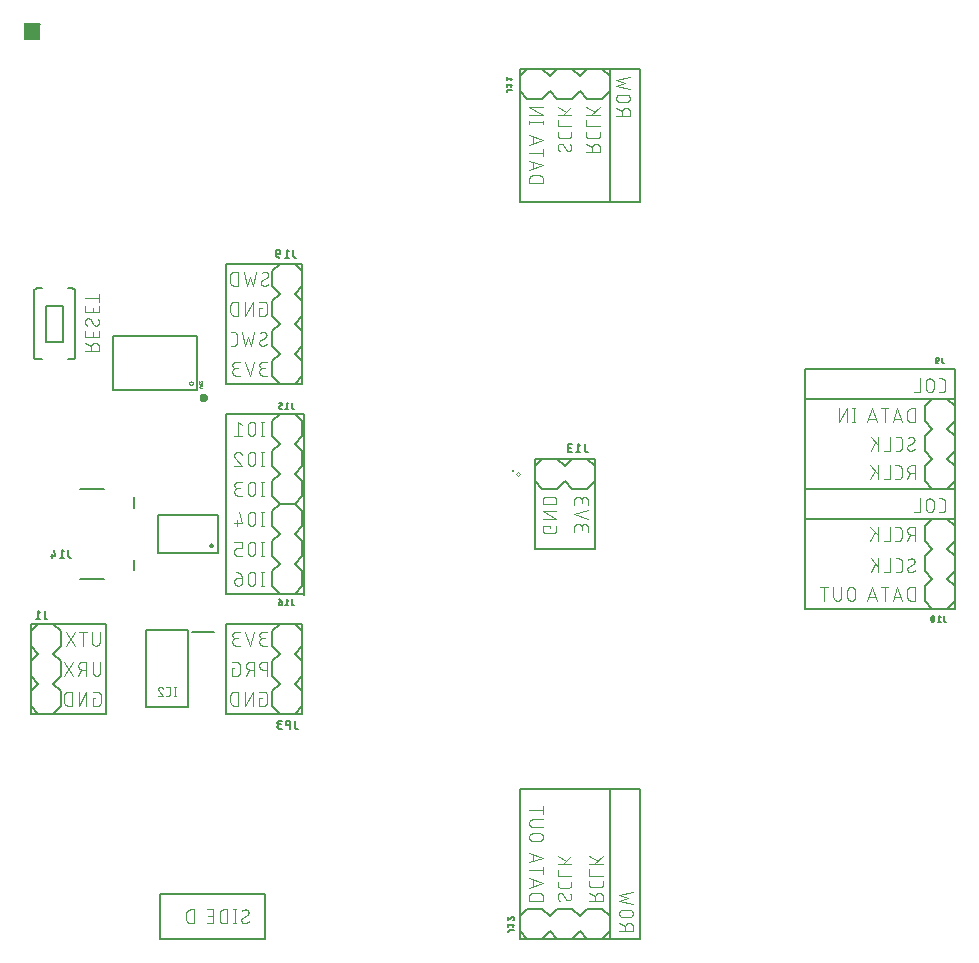
<source format=gbr>
G04 EAGLE Gerber RS-274X export*
G75*
%MOMM*%
%FSLAX34Y34*%
%LPD*%
%INSilkscreen Bottom*%
%IPPOS*%
%AMOC8*
5,1,8,0,0,1.08239X$1,22.5*%
G01*
%ADD10C,0.101600*%
%ADD11C,0.203200*%
%ADD12C,0.406400*%
%ADD13C,0.127000*%
%ADD14C,0.152400*%
%ADD15C,0.063400*%
%ADD16C,0.250000*%
%ADD17C,0.200000*%
%ADD18C,0.076200*%
%ADD19C,0.050000*%
%ADD20C,0.025400*%

G36*
X12720Y799342D02*
X12720Y799342D01*
X12739Y799340D01*
X12841Y799362D01*
X12943Y799379D01*
X12960Y799388D01*
X12980Y799392D01*
X13069Y799445D01*
X13160Y799494D01*
X13174Y799508D01*
X13191Y799518D01*
X13258Y799597D01*
X13330Y799672D01*
X13338Y799690D01*
X13351Y799705D01*
X13390Y799801D01*
X13433Y799895D01*
X13435Y799915D01*
X13443Y799933D01*
X13461Y800100D01*
X13461Y812800D01*
X13458Y812820D01*
X13460Y812839D01*
X13438Y812941D01*
X13422Y813043D01*
X13412Y813060D01*
X13408Y813080D01*
X13355Y813169D01*
X13306Y813260D01*
X13292Y813274D01*
X13282Y813291D01*
X13203Y813358D01*
X13128Y813430D01*
X13110Y813438D01*
X13095Y813451D01*
X12999Y813490D01*
X12905Y813533D01*
X12885Y813535D01*
X12867Y813543D01*
X12700Y813561D01*
X0Y813561D01*
X-20Y813558D01*
X-39Y813560D01*
X-141Y813538D01*
X-243Y813522D01*
X-260Y813512D01*
X-280Y813508D01*
X-369Y813455D01*
X-460Y813406D01*
X-474Y813392D01*
X-491Y813382D01*
X-558Y813303D01*
X-630Y813228D01*
X-638Y813210D01*
X-651Y813195D01*
X-690Y813099D01*
X-733Y813005D01*
X-735Y812985D01*
X-743Y812967D01*
X-761Y812800D01*
X-761Y800100D01*
X-758Y800080D01*
X-760Y800061D01*
X-738Y799959D01*
X-722Y799857D01*
X-712Y799840D01*
X-708Y799820D01*
X-655Y799731D01*
X-606Y799640D01*
X-592Y799626D01*
X-582Y799609D01*
X-503Y799542D01*
X-428Y799471D01*
X-410Y799462D01*
X-395Y799449D01*
X-299Y799410D01*
X-205Y799367D01*
X-185Y799365D01*
X-167Y799357D01*
X0Y799339D01*
X12700Y799339D01*
X12720Y799342D01*
G37*
D10*
X465328Y382778D02*
X465328Y386024D01*
X465330Y386137D01*
X465336Y386250D01*
X465346Y386363D01*
X465360Y386476D01*
X465377Y386588D01*
X465399Y386699D01*
X465424Y386809D01*
X465454Y386919D01*
X465487Y387027D01*
X465524Y387134D01*
X465564Y387240D01*
X465609Y387344D01*
X465657Y387447D01*
X465708Y387548D01*
X465763Y387647D01*
X465821Y387744D01*
X465883Y387839D01*
X465948Y387932D01*
X466016Y388022D01*
X466087Y388110D01*
X466162Y388196D01*
X466239Y388279D01*
X466319Y388359D01*
X466402Y388436D01*
X466488Y388511D01*
X466576Y388582D01*
X466666Y388650D01*
X466759Y388715D01*
X466854Y388777D01*
X466951Y388835D01*
X467050Y388890D01*
X467151Y388941D01*
X467254Y388989D01*
X467358Y389034D01*
X467464Y389074D01*
X467571Y389111D01*
X467679Y389144D01*
X467789Y389174D01*
X467899Y389199D01*
X468010Y389221D01*
X468122Y389238D01*
X468235Y389252D01*
X468348Y389262D01*
X468461Y389268D01*
X468574Y389270D01*
X468687Y389268D01*
X468800Y389262D01*
X468913Y389252D01*
X469026Y389238D01*
X469138Y389221D01*
X469249Y389199D01*
X469359Y389174D01*
X469469Y389144D01*
X469577Y389111D01*
X469684Y389074D01*
X469790Y389034D01*
X469894Y388989D01*
X469997Y388941D01*
X470098Y388890D01*
X470197Y388835D01*
X470294Y388777D01*
X470389Y388715D01*
X470482Y388650D01*
X470572Y388582D01*
X470660Y388511D01*
X470746Y388436D01*
X470829Y388359D01*
X470909Y388279D01*
X470986Y388196D01*
X471061Y388110D01*
X471132Y388022D01*
X471200Y387932D01*
X471265Y387839D01*
X471327Y387744D01*
X471385Y387647D01*
X471440Y387548D01*
X471491Y387447D01*
X471539Y387344D01*
X471584Y387240D01*
X471624Y387134D01*
X471661Y387027D01*
X471694Y386919D01*
X471724Y386809D01*
X471749Y386699D01*
X471771Y386588D01*
X471788Y386476D01*
X471802Y386363D01*
X471812Y386250D01*
X471818Y386137D01*
X471820Y386024D01*
X477012Y386673D02*
X477012Y382778D01*
X477012Y386673D02*
X477010Y386774D01*
X477004Y386874D01*
X476994Y386974D01*
X476981Y387074D01*
X476963Y387173D01*
X476942Y387272D01*
X476917Y387369D01*
X476888Y387466D01*
X476855Y387561D01*
X476819Y387655D01*
X476779Y387747D01*
X476736Y387838D01*
X476689Y387927D01*
X476639Y388014D01*
X476585Y388100D01*
X476528Y388183D01*
X476468Y388263D01*
X476405Y388342D01*
X476338Y388418D01*
X476269Y388491D01*
X476197Y388561D01*
X476123Y388629D01*
X476046Y388694D01*
X475966Y388755D01*
X475884Y388814D01*
X475800Y388869D01*
X475714Y388921D01*
X475626Y388970D01*
X475536Y389015D01*
X475444Y389057D01*
X475351Y389095D01*
X475256Y389129D01*
X475161Y389160D01*
X475064Y389187D01*
X474966Y389210D01*
X474867Y389230D01*
X474767Y389245D01*
X474667Y389257D01*
X474567Y389265D01*
X474466Y389269D01*
X474366Y389269D01*
X474265Y389265D01*
X474165Y389257D01*
X474065Y389245D01*
X473965Y389230D01*
X473866Y389210D01*
X473768Y389187D01*
X473671Y389160D01*
X473576Y389129D01*
X473481Y389095D01*
X473388Y389057D01*
X473296Y389015D01*
X473206Y388970D01*
X473118Y388921D01*
X473032Y388869D01*
X472948Y388814D01*
X472866Y388755D01*
X472786Y388694D01*
X472709Y388629D01*
X472635Y388561D01*
X472563Y388491D01*
X472494Y388418D01*
X472427Y388342D01*
X472364Y388263D01*
X472304Y388183D01*
X472247Y388100D01*
X472193Y388014D01*
X472143Y387927D01*
X472096Y387838D01*
X472053Y387747D01*
X472013Y387655D01*
X471977Y387561D01*
X471944Y387466D01*
X471915Y387369D01*
X471890Y387272D01*
X471869Y387173D01*
X471851Y387074D01*
X471838Y386974D01*
X471828Y386874D01*
X471822Y386774D01*
X471820Y386673D01*
X471819Y386673D02*
X471819Y384076D01*
X477012Y393559D02*
X465328Y397454D01*
X477012Y401348D01*
X465328Y405638D02*
X465328Y408884D01*
X465330Y408997D01*
X465336Y409110D01*
X465346Y409223D01*
X465360Y409336D01*
X465377Y409448D01*
X465399Y409559D01*
X465424Y409669D01*
X465454Y409779D01*
X465487Y409887D01*
X465524Y409994D01*
X465564Y410100D01*
X465609Y410204D01*
X465657Y410307D01*
X465708Y410408D01*
X465763Y410507D01*
X465821Y410604D01*
X465883Y410699D01*
X465948Y410792D01*
X466016Y410882D01*
X466087Y410970D01*
X466162Y411056D01*
X466239Y411139D01*
X466319Y411219D01*
X466402Y411296D01*
X466488Y411371D01*
X466576Y411442D01*
X466666Y411510D01*
X466759Y411575D01*
X466854Y411637D01*
X466951Y411695D01*
X467050Y411750D01*
X467151Y411801D01*
X467254Y411849D01*
X467358Y411894D01*
X467464Y411934D01*
X467571Y411971D01*
X467679Y412004D01*
X467789Y412034D01*
X467899Y412059D01*
X468010Y412081D01*
X468122Y412098D01*
X468235Y412112D01*
X468348Y412122D01*
X468461Y412128D01*
X468574Y412130D01*
X468687Y412128D01*
X468800Y412122D01*
X468913Y412112D01*
X469026Y412098D01*
X469138Y412081D01*
X469249Y412059D01*
X469359Y412034D01*
X469469Y412004D01*
X469577Y411971D01*
X469684Y411934D01*
X469790Y411894D01*
X469894Y411849D01*
X469997Y411801D01*
X470098Y411750D01*
X470197Y411695D01*
X470294Y411637D01*
X470389Y411575D01*
X470482Y411510D01*
X470572Y411442D01*
X470660Y411371D01*
X470746Y411296D01*
X470829Y411219D01*
X470909Y411139D01*
X470986Y411056D01*
X471061Y410970D01*
X471132Y410882D01*
X471200Y410792D01*
X471265Y410699D01*
X471327Y410604D01*
X471385Y410507D01*
X471440Y410408D01*
X471491Y410307D01*
X471539Y410204D01*
X471584Y410100D01*
X471624Y409994D01*
X471661Y409887D01*
X471694Y409779D01*
X471724Y409669D01*
X471749Y409559D01*
X471771Y409448D01*
X471788Y409336D01*
X471802Y409223D01*
X471812Y409110D01*
X471818Y408997D01*
X471820Y408884D01*
X477012Y409533D02*
X477012Y405638D01*
X477012Y409533D02*
X477010Y409634D01*
X477004Y409734D01*
X476994Y409834D01*
X476981Y409934D01*
X476963Y410033D01*
X476942Y410132D01*
X476917Y410229D01*
X476888Y410326D01*
X476855Y410421D01*
X476819Y410515D01*
X476779Y410607D01*
X476736Y410698D01*
X476689Y410787D01*
X476639Y410874D01*
X476585Y410960D01*
X476528Y411043D01*
X476468Y411123D01*
X476405Y411202D01*
X476338Y411278D01*
X476269Y411351D01*
X476197Y411421D01*
X476123Y411489D01*
X476046Y411554D01*
X475966Y411615D01*
X475884Y411674D01*
X475800Y411729D01*
X475714Y411781D01*
X475626Y411830D01*
X475536Y411875D01*
X475444Y411917D01*
X475351Y411955D01*
X475256Y411989D01*
X475161Y412020D01*
X475064Y412047D01*
X474966Y412070D01*
X474867Y412090D01*
X474767Y412105D01*
X474667Y412117D01*
X474567Y412125D01*
X474466Y412129D01*
X474366Y412129D01*
X474265Y412125D01*
X474165Y412117D01*
X474065Y412105D01*
X473965Y412090D01*
X473866Y412070D01*
X473768Y412047D01*
X473671Y412020D01*
X473576Y411989D01*
X473481Y411955D01*
X473388Y411917D01*
X473296Y411875D01*
X473206Y411830D01*
X473118Y411781D01*
X473032Y411729D01*
X472948Y411674D01*
X472866Y411615D01*
X472786Y411554D01*
X472709Y411489D01*
X472635Y411421D01*
X472563Y411351D01*
X472494Y411278D01*
X472427Y411202D01*
X472364Y411123D01*
X472304Y411043D01*
X472247Y410960D01*
X472193Y410874D01*
X472143Y410787D01*
X472096Y410698D01*
X472053Y410607D01*
X472013Y410515D01*
X471977Y410421D01*
X471944Y410326D01*
X471915Y410229D01*
X471890Y410132D01*
X471869Y410033D01*
X471851Y409934D01*
X471838Y409834D01*
X471828Y409734D01*
X471822Y409634D01*
X471820Y409533D01*
X471819Y409533D02*
X471819Y406936D01*
X445149Y387999D02*
X445149Y386052D01*
X445149Y387999D02*
X438658Y387999D01*
X438658Y384104D01*
X438660Y384005D01*
X438666Y383905D01*
X438675Y383806D01*
X438688Y383708D01*
X438705Y383610D01*
X438726Y383512D01*
X438751Y383416D01*
X438779Y383321D01*
X438811Y383227D01*
X438846Y383134D01*
X438885Y383042D01*
X438928Y382952D01*
X438973Y382864D01*
X439023Y382777D01*
X439075Y382693D01*
X439131Y382610D01*
X439189Y382530D01*
X439251Y382452D01*
X439316Y382377D01*
X439384Y382304D01*
X439454Y382234D01*
X439527Y382166D01*
X439602Y382101D01*
X439680Y382039D01*
X439760Y381981D01*
X439843Y381925D01*
X439927Y381873D01*
X440014Y381823D01*
X440102Y381778D01*
X440192Y381735D01*
X440284Y381696D01*
X440377Y381661D01*
X440471Y381629D01*
X440566Y381601D01*
X440662Y381576D01*
X440760Y381555D01*
X440858Y381538D01*
X440956Y381525D01*
X441055Y381516D01*
X441155Y381510D01*
X441254Y381508D01*
X447746Y381508D01*
X447845Y381510D01*
X447945Y381516D01*
X448044Y381525D01*
X448142Y381538D01*
X448240Y381555D01*
X448338Y381576D01*
X448434Y381601D01*
X448529Y381629D01*
X448623Y381661D01*
X448716Y381696D01*
X448808Y381735D01*
X448898Y381778D01*
X448986Y381823D01*
X449073Y381873D01*
X449157Y381925D01*
X449240Y381981D01*
X449320Y382039D01*
X449398Y382101D01*
X449473Y382166D01*
X449546Y382234D01*
X449616Y382304D01*
X449684Y382377D01*
X449749Y382452D01*
X449811Y382530D01*
X449869Y382610D01*
X449925Y382693D01*
X449977Y382777D01*
X450027Y382864D01*
X450072Y382952D01*
X450115Y383042D01*
X450154Y383134D01*
X450189Y383226D01*
X450221Y383321D01*
X450249Y383416D01*
X450274Y383512D01*
X450295Y383610D01*
X450312Y383708D01*
X450325Y383806D01*
X450334Y383905D01*
X450340Y384005D01*
X450342Y384104D01*
X450342Y387999D01*
X450342Y393700D02*
X438658Y393700D01*
X438658Y400191D02*
X450342Y393700D01*
X450342Y400191D02*
X438658Y400191D01*
X438658Y405892D02*
X450342Y405892D01*
X450342Y409137D01*
X450340Y409250D01*
X450334Y409363D01*
X450324Y409476D01*
X450310Y409589D01*
X450293Y409701D01*
X450271Y409812D01*
X450246Y409922D01*
X450216Y410032D01*
X450183Y410140D01*
X450146Y410247D01*
X450106Y410353D01*
X450061Y410457D01*
X450013Y410560D01*
X449962Y410661D01*
X449907Y410760D01*
X449849Y410857D01*
X449787Y410952D01*
X449722Y411045D01*
X449654Y411135D01*
X449583Y411223D01*
X449508Y411309D01*
X449431Y411392D01*
X449351Y411472D01*
X449268Y411549D01*
X449182Y411624D01*
X449094Y411695D01*
X449004Y411763D01*
X448911Y411828D01*
X448816Y411890D01*
X448719Y411948D01*
X448620Y412003D01*
X448519Y412054D01*
X448416Y412102D01*
X448312Y412147D01*
X448206Y412187D01*
X448099Y412224D01*
X447991Y412257D01*
X447881Y412287D01*
X447771Y412312D01*
X447660Y412334D01*
X447548Y412351D01*
X447435Y412365D01*
X447322Y412375D01*
X447209Y412381D01*
X447096Y412383D01*
X441904Y412383D01*
X441791Y412381D01*
X441678Y412375D01*
X441565Y412365D01*
X441452Y412351D01*
X441340Y412334D01*
X441229Y412312D01*
X441119Y412287D01*
X441009Y412257D01*
X440901Y412224D01*
X440794Y412187D01*
X440688Y412147D01*
X440584Y412102D01*
X440481Y412054D01*
X440380Y412003D01*
X440281Y411948D01*
X440184Y411890D01*
X440089Y411828D01*
X439996Y411763D01*
X439906Y411695D01*
X439818Y411624D01*
X439732Y411549D01*
X439649Y411472D01*
X439569Y411392D01*
X439492Y411309D01*
X439417Y411223D01*
X439346Y411135D01*
X439278Y411045D01*
X439213Y410952D01*
X439151Y410857D01*
X439093Y410760D01*
X439038Y410661D01*
X438987Y410560D01*
X438939Y410457D01*
X438894Y410353D01*
X438854Y410247D01*
X438817Y410140D01*
X438784Y410032D01*
X438754Y409922D01*
X438729Y409812D01*
X438707Y409701D01*
X438690Y409589D01*
X438676Y409476D01*
X438666Y409363D01*
X438660Y409250D01*
X438658Y409137D01*
X438658Y405892D01*
X202607Y591058D02*
X202508Y591060D01*
X202408Y591066D01*
X202309Y591075D01*
X202211Y591088D01*
X202113Y591105D01*
X202015Y591126D01*
X201919Y591151D01*
X201824Y591179D01*
X201730Y591211D01*
X201637Y591246D01*
X201545Y591285D01*
X201455Y591328D01*
X201367Y591373D01*
X201280Y591423D01*
X201196Y591475D01*
X201113Y591531D01*
X201033Y591589D01*
X200955Y591651D01*
X200880Y591716D01*
X200807Y591784D01*
X200737Y591854D01*
X200669Y591927D01*
X200604Y592002D01*
X200542Y592080D01*
X200484Y592160D01*
X200428Y592243D01*
X200376Y592327D01*
X200326Y592414D01*
X200281Y592502D01*
X200238Y592592D01*
X200199Y592684D01*
X200164Y592777D01*
X200132Y592871D01*
X200104Y592966D01*
X200079Y593062D01*
X200058Y593160D01*
X200041Y593258D01*
X200028Y593356D01*
X200019Y593455D01*
X200013Y593555D01*
X200011Y593654D01*
X202607Y591058D02*
X202751Y591060D01*
X202896Y591066D01*
X203040Y591075D01*
X203183Y591088D01*
X203327Y591105D01*
X203470Y591126D01*
X203612Y591151D01*
X203753Y591179D01*
X203894Y591211D01*
X204034Y591247D01*
X204173Y591286D01*
X204311Y591329D01*
X204447Y591376D01*
X204583Y591426D01*
X204717Y591480D01*
X204849Y591537D01*
X204980Y591598D01*
X205109Y591662D01*
X205237Y591730D01*
X205363Y591801D01*
X205487Y591875D01*
X205608Y591952D01*
X205728Y592033D01*
X205846Y592116D01*
X205961Y592203D01*
X206074Y592293D01*
X206185Y592386D01*
X206293Y592481D01*
X206399Y592580D01*
X206502Y592681D01*
X206177Y600146D02*
X206175Y600245D01*
X206169Y600345D01*
X206160Y600444D01*
X206147Y600542D01*
X206130Y600640D01*
X206109Y600738D01*
X206084Y600834D01*
X206056Y600929D01*
X206024Y601023D01*
X205989Y601116D01*
X205950Y601208D01*
X205907Y601298D01*
X205862Y601386D01*
X205812Y601473D01*
X205760Y601557D01*
X205704Y601640D01*
X205646Y601720D01*
X205584Y601798D01*
X205519Y601873D01*
X205451Y601946D01*
X205381Y602016D01*
X205308Y602084D01*
X205233Y602149D01*
X205155Y602211D01*
X205075Y602269D01*
X204992Y602325D01*
X204908Y602377D01*
X204821Y602427D01*
X204733Y602472D01*
X204643Y602515D01*
X204551Y602554D01*
X204458Y602589D01*
X204364Y602621D01*
X204269Y602649D01*
X204173Y602674D01*
X204075Y602695D01*
X203977Y602712D01*
X203879Y602725D01*
X203780Y602734D01*
X203680Y602740D01*
X203581Y602742D01*
X203445Y602740D01*
X203309Y602734D01*
X203173Y602725D01*
X203037Y602712D01*
X202902Y602694D01*
X202768Y602674D01*
X202634Y602649D01*
X202500Y602621D01*
X202368Y602588D01*
X202237Y602553D01*
X202106Y602513D01*
X201977Y602470D01*
X201849Y602424D01*
X201723Y602373D01*
X201597Y602320D01*
X201474Y602262D01*
X201352Y602202D01*
X201232Y602138D01*
X201113Y602070D01*
X200997Y602000D01*
X200883Y601926D01*
X200770Y601849D01*
X200660Y601768D01*
X204879Y597874D02*
X204965Y597927D01*
X205049Y597984D01*
X205131Y598043D01*
X205211Y598106D01*
X205288Y598172D01*
X205363Y598240D01*
X205435Y598312D01*
X205504Y598386D01*
X205570Y598463D01*
X205633Y598542D01*
X205693Y598624D01*
X205750Y598708D01*
X205804Y598794D01*
X205854Y598882D01*
X205901Y598972D01*
X205945Y599063D01*
X205984Y599157D01*
X206021Y599251D01*
X206053Y599347D01*
X206082Y599445D01*
X206107Y599543D01*
X206128Y599642D01*
X206146Y599742D01*
X206159Y599842D01*
X206169Y599943D01*
X206175Y600045D01*
X206177Y600146D01*
X201309Y595926D02*
X201223Y595873D01*
X201139Y595816D01*
X201057Y595757D01*
X200977Y595694D01*
X200900Y595628D01*
X200825Y595560D01*
X200753Y595488D01*
X200684Y595414D01*
X200618Y595337D01*
X200555Y595258D01*
X200495Y595176D01*
X200438Y595092D01*
X200384Y595006D01*
X200334Y594918D01*
X200287Y594828D01*
X200243Y594737D01*
X200204Y594643D01*
X200167Y594549D01*
X200135Y594453D01*
X200106Y594355D01*
X200081Y594257D01*
X200060Y594158D01*
X200042Y594058D01*
X200029Y593958D01*
X200019Y593857D01*
X200013Y593755D01*
X200011Y593654D01*
X201309Y595926D02*
X204879Y597874D01*
X195876Y602742D02*
X193280Y591058D01*
X190683Y598847D01*
X188087Y591058D01*
X185491Y602742D01*
X180594Y602742D02*
X180594Y591058D01*
X180594Y602742D02*
X177349Y602742D01*
X177236Y602740D01*
X177123Y602734D01*
X177010Y602724D01*
X176897Y602710D01*
X176785Y602693D01*
X176674Y602671D01*
X176564Y602646D01*
X176454Y602616D01*
X176346Y602583D01*
X176239Y602546D01*
X176133Y602506D01*
X176029Y602461D01*
X175926Y602413D01*
X175825Y602362D01*
X175726Y602307D01*
X175629Y602249D01*
X175534Y602187D01*
X175441Y602122D01*
X175351Y602054D01*
X175263Y601983D01*
X175177Y601908D01*
X175094Y601831D01*
X175014Y601751D01*
X174937Y601668D01*
X174862Y601582D01*
X174791Y601494D01*
X174723Y601404D01*
X174658Y601311D01*
X174596Y601216D01*
X174538Y601119D01*
X174483Y601020D01*
X174432Y600919D01*
X174384Y600816D01*
X174339Y600712D01*
X174299Y600606D01*
X174262Y600499D01*
X174229Y600391D01*
X174199Y600281D01*
X174174Y600171D01*
X174152Y600060D01*
X174135Y599948D01*
X174121Y599835D01*
X174111Y599722D01*
X174105Y599609D01*
X174103Y599496D01*
X174103Y594304D01*
X174105Y594191D01*
X174111Y594078D01*
X174121Y593965D01*
X174135Y593852D01*
X174152Y593740D01*
X174174Y593629D01*
X174199Y593519D01*
X174229Y593409D01*
X174262Y593301D01*
X174299Y593194D01*
X174339Y593088D01*
X174384Y592984D01*
X174432Y592881D01*
X174483Y592780D01*
X174538Y592681D01*
X174596Y592584D01*
X174658Y592489D01*
X174723Y592396D01*
X174791Y592306D01*
X174862Y592218D01*
X174937Y592132D01*
X175014Y592049D01*
X175094Y591969D01*
X175177Y591892D01*
X175263Y591817D01*
X175351Y591746D01*
X175441Y591678D01*
X175534Y591613D01*
X175629Y591551D01*
X175726Y591493D01*
X175825Y591438D01*
X175926Y591387D01*
X176029Y591339D01*
X176133Y591294D01*
X176239Y591254D01*
X176346Y591217D01*
X176454Y591184D01*
X176564Y591154D01*
X176674Y591129D01*
X176785Y591107D01*
X176897Y591090D01*
X177010Y591076D01*
X177123Y591066D01*
X177236Y591060D01*
X177349Y591058D01*
X180594Y591058D01*
X198741Y572149D02*
X200688Y572149D01*
X198741Y572149D02*
X198741Y565658D01*
X202636Y565658D01*
X202735Y565660D01*
X202835Y565666D01*
X202934Y565675D01*
X203032Y565688D01*
X203130Y565705D01*
X203228Y565726D01*
X203324Y565751D01*
X203419Y565779D01*
X203513Y565811D01*
X203606Y565846D01*
X203698Y565885D01*
X203788Y565928D01*
X203876Y565973D01*
X203963Y566023D01*
X204047Y566075D01*
X204130Y566131D01*
X204210Y566189D01*
X204288Y566251D01*
X204363Y566316D01*
X204436Y566384D01*
X204506Y566454D01*
X204574Y566527D01*
X204639Y566602D01*
X204701Y566680D01*
X204759Y566760D01*
X204815Y566843D01*
X204867Y566927D01*
X204917Y567014D01*
X204962Y567102D01*
X205005Y567192D01*
X205044Y567284D01*
X205079Y567377D01*
X205111Y567471D01*
X205139Y567566D01*
X205164Y567662D01*
X205185Y567760D01*
X205202Y567858D01*
X205215Y567956D01*
X205224Y568055D01*
X205230Y568155D01*
X205232Y568254D01*
X205232Y574746D01*
X205230Y574845D01*
X205224Y574945D01*
X205215Y575044D01*
X205202Y575142D01*
X205185Y575240D01*
X205164Y575338D01*
X205139Y575434D01*
X205111Y575529D01*
X205079Y575623D01*
X205044Y575716D01*
X205005Y575808D01*
X204962Y575898D01*
X204917Y575986D01*
X204867Y576073D01*
X204815Y576157D01*
X204759Y576240D01*
X204701Y576320D01*
X204639Y576398D01*
X204574Y576473D01*
X204506Y576546D01*
X204436Y576616D01*
X204363Y576684D01*
X204288Y576749D01*
X204210Y576811D01*
X204130Y576869D01*
X204047Y576925D01*
X203963Y576977D01*
X203876Y577027D01*
X203788Y577072D01*
X203698Y577115D01*
X203606Y577154D01*
X203513Y577189D01*
X203419Y577221D01*
X203324Y577249D01*
X203228Y577274D01*
X203130Y577295D01*
X203032Y577312D01*
X202934Y577325D01*
X202835Y577334D01*
X202735Y577340D01*
X202636Y577342D01*
X198741Y577342D01*
X193040Y577342D02*
X193040Y565658D01*
X186549Y565658D02*
X193040Y577342D01*
X186549Y577342D02*
X186549Y565658D01*
X180848Y565658D02*
X180848Y577342D01*
X177603Y577342D01*
X177490Y577340D01*
X177377Y577334D01*
X177264Y577324D01*
X177151Y577310D01*
X177039Y577293D01*
X176928Y577271D01*
X176818Y577246D01*
X176708Y577216D01*
X176600Y577183D01*
X176493Y577146D01*
X176387Y577106D01*
X176283Y577061D01*
X176180Y577013D01*
X176079Y576962D01*
X175980Y576907D01*
X175883Y576849D01*
X175788Y576787D01*
X175695Y576722D01*
X175605Y576654D01*
X175517Y576583D01*
X175431Y576508D01*
X175348Y576431D01*
X175268Y576351D01*
X175191Y576268D01*
X175116Y576182D01*
X175045Y576094D01*
X174977Y576004D01*
X174912Y575911D01*
X174850Y575816D01*
X174792Y575719D01*
X174737Y575620D01*
X174686Y575519D01*
X174638Y575416D01*
X174593Y575312D01*
X174553Y575206D01*
X174516Y575099D01*
X174483Y574991D01*
X174453Y574881D01*
X174428Y574771D01*
X174406Y574660D01*
X174389Y574548D01*
X174375Y574435D01*
X174365Y574322D01*
X174359Y574209D01*
X174357Y574096D01*
X174357Y568904D01*
X174359Y568791D01*
X174365Y568678D01*
X174375Y568565D01*
X174389Y568452D01*
X174406Y568340D01*
X174428Y568229D01*
X174453Y568119D01*
X174483Y568009D01*
X174516Y567901D01*
X174553Y567794D01*
X174593Y567688D01*
X174638Y567584D01*
X174686Y567481D01*
X174737Y567380D01*
X174792Y567281D01*
X174850Y567184D01*
X174912Y567089D01*
X174977Y566996D01*
X175045Y566906D01*
X175116Y566818D01*
X175191Y566732D01*
X175268Y566649D01*
X175348Y566569D01*
X175431Y566492D01*
X175517Y566417D01*
X175605Y566346D01*
X175695Y566278D01*
X175788Y566213D01*
X175883Y566151D01*
X175980Y566093D01*
X176079Y566038D01*
X176180Y565987D01*
X176283Y565939D01*
X176387Y565894D01*
X176493Y565854D01*
X176600Y565817D01*
X176708Y565784D01*
X176818Y565754D01*
X176928Y565729D01*
X177039Y565707D01*
X177151Y565690D01*
X177264Y565676D01*
X177377Y565666D01*
X177490Y565660D01*
X177603Y565658D01*
X180848Y565658D01*
X198741Y542854D02*
X198743Y542755D01*
X198749Y542655D01*
X198758Y542556D01*
X198771Y542458D01*
X198788Y542360D01*
X198809Y542262D01*
X198834Y542166D01*
X198862Y542071D01*
X198894Y541977D01*
X198929Y541884D01*
X198968Y541792D01*
X199011Y541702D01*
X199056Y541614D01*
X199106Y541527D01*
X199158Y541443D01*
X199214Y541360D01*
X199272Y541280D01*
X199334Y541202D01*
X199399Y541127D01*
X199467Y541054D01*
X199537Y540984D01*
X199610Y540916D01*
X199685Y540851D01*
X199763Y540789D01*
X199843Y540731D01*
X199926Y540675D01*
X200010Y540623D01*
X200097Y540573D01*
X200185Y540528D01*
X200275Y540485D01*
X200367Y540446D01*
X200460Y540411D01*
X200554Y540379D01*
X200649Y540351D01*
X200745Y540326D01*
X200843Y540305D01*
X200941Y540288D01*
X201039Y540275D01*
X201138Y540266D01*
X201238Y540260D01*
X201337Y540258D01*
X201481Y540260D01*
X201626Y540266D01*
X201770Y540275D01*
X201913Y540288D01*
X202057Y540305D01*
X202200Y540326D01*
X202342Y540351D01*
X202483Y540379D01*
X202624Y540411D01*
X202764Y540447D01*
X202903Y540486D01*
X203041Y540529D01*
X203177Y540576D01*
X203313Y540626D01*
X203447Y540680D01*
X203579Y540737D01*
X203710Y540798D01*
X203839Y540862D01*
X203967Y540930D01*
X204093Y541001D01*
X204217Y541075D01*
X204338Y541152D01*
X204458Y541233D01*
X204576Y541316D01*
X204691Y541403D01*
X204804Y541493D01*
X204915Y541586D01*
X205023Y541681D01*
X205129Y541780D01*
X205232Y541881D01*
X204907Y549346D02*
X204905Y549445D01*
X204899Y549545D01*
X204890Y549644D01*
X204877Y549742D01*
X204860Y549840D01*
X204839Y549938D01*
X204814Y550034D01*
X204786Y550129D01*
X204754Y550223D01*
X204719Y550316D01*
X204680Y550408D01*
X204637Y550498D01*
X204592Y550586D01*
X204542Y550673D01*
X204490Y550757D01*
X204434Y550840D01*
X204376Y550920D01*
X204314Y550998D01*
X204249Y551073D01*
X204181Y551146D01*
X204111Y551216D01*
X204038Y551284D01*
X203963Y551349D01*
X203885Y551411D01*
X203805Y551469D01*
X203722Y551525D01*
X203638Y551577D01*
X203551Y551627D01*
X203463Y551672D01*
X203373Y551715D01*
X203281Y551754D01*
X203188Y551789D01*
X203094Y551821D01*
X202999Y551849D01*
X202903Y551874D01*
X202805Y551895D01*
X202707Y551912D01*
X202609Y551925D01*
X202510Y551934D01*
X202410Y551940D01*
X202311Y551942D01*
X202175Y551940D01*
X202039Y551934D01*
X201903Y551925D01*
X201767Y551912D01*
X201632Y551894D01*
X201498Y551874D01*
X201364Y551849D01*
X201230Y551821D01*
X201098Y551788D01*
X200967Y551753D01*
X200836Y551713D01*
X200707Y551670D01*
X200579Y551624D01*
X200453Y551573D01*
X200327Y551520D01*
X200204Y551462D01*
X200082Y551402D01*
X199962Y551338D01*
X199843Y551270D01*
X199727Y551200D01*
X199613Y551126D01*
X199500Y551049D01*
X199390Y550968D01*
X203609Y547074D02*
X203695Y547127D01*
X203779Y547184D01*
X203861Y547243D01*
X203941Y547306D01*
X204018Y547372D01*
X204093Y547440D01*
X204165Y547512D01*
X204234Y547586D01*
X204300Y547663D01*
X204363Y547742D01*
X204423Y547824D01*
X204480Y547908D01*
X204534Y547994D01*
X204584Y548082D01*
X204631Y548172D01*
X204675Y548263D01*
X204714Y548357D01*
X204751Y548451D01*
X204783Y548547D01*
X204812Y548645D01*
X204837Y548743D01*
X204858Y548842D01*
X204876Y548942D01*
X204889Y549042D01*
X204899Y549143D01*
X204905Y549245D01*
X204907Y549346D01*
X200039Y545126D02*
X199953Y545073D01*
X199869Y545016D01*
X199787Y544957D01*
X199707Y544894D01*
X199630Y544828D01*
X199555Y544760D01*
X199483Y544688D01*
X199414Y544614D01*
X199348Y544537D01*
X199285Y544458D01*
X199225Y544376D01*
X199168Y544292D01*
X199114Y544206D01*
X199064Y544118D01*
X199017Y544028D01*
X198973Y543937D01*
X198934Y543843D01*
X198897Y543749D01*
X198865Y543653D01*
X198836Y543555D01*
X198811Y543457D01*
X198790Y543358D01*
X198772Y543258D01*
X198759Y543158D01*
X198749Y543057D01*
X198743Y542955D01*
X198741Y542854D01*
X200039Y545126D02*
X203609Y547074D01*
X194606Y551942D02*
X192010Y540258D01*
X189413Y548047D01*
X186817Y540258D01*
X184221Y551942D01*
X177142Y540258D02*
X174545Y540258D01*
X177142Y540258D02*
X177241Y540260D01*
X177341Y540266D01*
X177440Y540275D01*
X177538Y540288D01*
X177636Y540305D01*
X177734Y540326D01*
X177830Y540351D01*
X177925Y540379D01*
X178019Y540411D01*
X178112Y540446D01*
X178204Y540485D01*
X178294Y540528D01*
X178382Y540573D01*
X178469Y540623D01*
X178553Y540675D01*
X178636Y540731D01*
X178716Y540789D01*
X178794Y540851D01*
X178869Y540916D01*
X178942Y540984D01*
X179012Y541054D01*
X179080Y541127D01*
X179145Y541202D01*
X179207Y541280D01*
X179265Y541360D01*
X179321Y541443D01*
X179373Y541527D01*
X179423Y541614D01*
X179468Y541702D01*
X179511Y541792D01*
X179550Y541884D01*
X179585Y541977D01*
X179617Y542071D01*
X179645Y542166D01*
X179670Y542262D01*
X179691Y542360D01*
X179708Y542458D01*
X179721Y542556D01*
X179730Y542655D01*
X179736Y542755D01*
X179738Y542854D01*
X179738Y549346D01*
X179736Y549445D01*
X179730Y549545D01*
X179721Y549644D01*
X179708Y549742D01*
X179691Y549840D01*
X179670Y549938D01*
X179645Y550034D01*
X179617Y550129D01*
X179585Y550223D01*
X179550Y550316D01*
X179511Y550408D01*
X179468Y550498D01*
X179423Y550586D01*
X179373Y550673D01*
X179321Y550757D01*
X179265Y550840D01*
X179207Y550920D01*
X179145Y550998D01*
X179080Y551073D01*
X179012Y551146D01*
X178942Y551216D01*
X178869Y551284D01*
X178794Y551349D01*
X178716Y551411D01*
X178636Y551469D01*
X178553Y551525D01*
X178469Y551577D01*
X178382Y551627D01*
X178294Y551672D01*
X178204Y551715D01*
X178112Y551754D01*
X178019Y551789D01*
X177925Y551821D01*
X177830Y551849D01*
X177734Y551874D01*
X177636Y551895D01*
X177538Y551912D01*
X177440Y551925D01*
X177341Y551934D01*
X177241Y551940D01*
X177142Y551942D01*
X174545Y551942D01*
X201986Y514858D02*
X205232Y514858D01*
X201986Y514858D02*
X201873Y514860D01*
X201760Y514866D01*
X201647Y514876D01*
X201534Y514890D01*
X201422Y514907D01*
X201311Y514929D01*
X201201Y514954D01*
X201091Y514984D01*
X200983Y515017D01*
X200876Y515054D01*
X200770Y515094D01*
X200666Y515139D01*
X200563Y515187D01*
X200462Y515238D01*
X200363Y515293D01*
X200266Y515351D01*
X200171Y515413D01*
X200078Y515478D01*
X199988Y515546D01*
X199900Y515617D01*
X199814Y515692D01*
X199731Y515769D01*
X199651Y515849D01*
X199574Y515932D01*
X199499Y516018D01*
X199428Y516106D01*
X199360Y516196D01*
X199295Y516289D01*
X199233Y516384D01*
X199175Y516481D01*
X199120Y516580D01*
X199069Y516681D01*
X199021Y516784D01*
X198976Y516888D01*
X198936Y516994D01*
X198899Y517101D01*
X198866Y517209D01*
X198836Y517319D01*
X198811Y517429D01*
X198789Y517540D01*
X198772Y517652D01*
X198758Y517765D01*
X198748Y517878D01*
X198742Y517991D01*
X198740Y518104D01*
X198742Y518217D01*
X198748Y518330D01*
X198758Y518443D01*
X198772Y518556D01*
X198789Y518668D01*
X198811Y518779D01*
X198836Y518889D01*
X198866Y518999D01*
X198899Y519107D01*
X198936Y519214D01*
X198976Y519320D01*
X199021Y519424D01*
X199069Y519527D01*
X199120Y519628D01*
X199175Y519727D01*
X199233Y519824D01*
X199295Y519919D01*
X199360Y520012D01*
X199428Y520102D01*
X199499Y520190D01*
X199574Y520276D01*
X199651Y520359D01*
X199731Y520439D01*
X199814Y520516D01*
X199900Y520591D01*
X199988Y520662D01*
X200078Y520730D01*
X200171Y520795D01*
X200266Y520857D01*
X200363Y520915D01*
X200462Y520970D01*
X200563Y521021D01*
X200666Y521069D01*
X200770Y521114D01*
X200876Y521154D01*
X200983Y521191D01*
X201091Y521224D01*
X201201Y521254D01*
X201311Y521279D01*
X201422Y521301D01*
X201534Y521318D01*
X201647Y521332D01*
X201760Y521342D01*
X201873Y521348D01*
X201986Y521350D01*
X201337Y526542D02*
X205232Y526542D01*
X201337Y526542D02*
X201236Y526540D01*
X201136Y526534D01*
X201036Y526524D01*
X200936Y526511D01*
X200837Y526493D01*
X200738Y526472D01*
X200641Y526447D01*
X200544Y526418D01*
X200449Y526385D01*
X200355Y526349D01*
X200263Y526309D01*
X200172Y526266D01*
X200083Y526219D01*
X199996Y526169D01*
X199910Y526115D01*
X199827Y526058D01*
X199747Y525998D01*
X199668Y525935D01*
X199592Y525868D01*
X199519Y525799D01*
X199449Y525727D01*
X199381Y525653D01*
X199316Y525576D01*
X199255Y525496D01*
X199196Y525414D01*
X199141Y525330D01*
X199089Y525244D01*
X199040Y525156D01*
X198995Y525066D01*
X198953Y524974D01*
X198915Y524881D01*
X198881Y524786D01*
X198850Y524691D01*
X198823Y524594D01*
X198800Y524496D01*
X198780Y524397D01*
X198765Y524297D01*
X198753Y524197D01*
X198745Y524097D01*
X198741Y523996D01*
X198741Y523896D01*
X198745Y523795D01*
X198753Y523695D01*
X198765Y523595D01*
X198780Y523495D01*
X198800Y523396D01*
X198823Y523298D01*
X198850Y523201D01*
X198881Y523106D01*
X198915Y523011D01*
X198953Y522918D01*
X198995Y522826D01*
X199040Y522736D01*
X199089Y522648D01*
X199141Y522562D01*
X199196Y522478D01*
X199255Y522396D01*
X199316Y522316D01*
X199381Y522239D01*
X199449Y522165D01*
X199519Y522093D01*
X199592Y522024D01*
X199668Y521957D01*
X199747Y521894D01*
X199827Y521834D01*
X199910Y521777D01*
X199996Y521723D01*
X200083Y521673D01*
X200172Y521626D01*
X200263Y521583D01*
X200355Y521543D01*
X200449Y521507D01*
X200544Y521474D01*
X200641Y521445D01*
X200738Y521420D01*
X200837Y521399D01*
X200936Y521381D01*
X201036Y521368D01*
X201136Y521358D01*
X201236Y521352D01*
X201337Y521350D01*
X201337Y521349D02*
X203934Y521349D01*
X194451Y526542D02*
X190556Y514858D01*
X186662Y526542D01*
X182372Y514858D02*
X179127Y514858D01*
X179014Y514860D01*
X178901Y514866D01*
X178788Y514876D01*
X178675Y514890D01*
X178563Y514907D01*
X178452Y514929D01*
X178342Y514954D01*
X178232Y514984D01*
X178124Y515017D01*
X178017Y515054D01*
X177911Y515094D01*
X177807Y515139D01*
X177704Y515187D01*
X177603Y515238D01*
X177504Y515293D01*
X177407Y515351D01*
X177312Y515413D01*
X177219Y515478D01*
X177129Y515546D01*
X177041Y515617D01*
X176955Y515692D01*
X176872Y515769D01*
X176792Y515849D01*
X176715Y515932D01*
X176640Y516018D01*
X176569Y516106D01*
X176501Y516196D01*
X176436Y516289D01*
X176374Y516384D01*
X176316Y516481D01*
X176261Y516580D01*
X176210Y516681D01*
X176162Y516784D01*
X176117Y516888D01*
X176077Y516994D01*
X176040Y517101D01*
X176007Y517209D01*
X175977Y517319D01*
X175952Y517429D01*
X175930Y517540D01*
X175913Y517652D01*
X175899Y517765D01*
X175889Y517878D01*
X175883Y517991D01*
X175881Y518104D01*
X175883Y518217D01*
X175889Y518330D01*
X175899Y518443D01*
X175913Y518556D01*
X175930Y518668D01*
X175952Y518779D01*
X175977Y518889D01*
X176007Y518999D01*
X176040Y519107D01*
X176077Y519214D01*
X176117Y519320D01*
X176162Y519424D01*
X176210Y519527D01*
X176261Y519628D01*
X176316Y519727D01*
X176374Y519824D01*
X176436Y519919D01*
X176501Y520012D01*
X176569Y520102D01*
X176640Y520190D01*
X176715Y520276D01*
X176792Y520359D01*
X176872Y520439D01*
X176955Y520516D01*
X177041Y520591D01*
X177129Y520662D01*
X177219Y520730D01*
X177312Y520795D01*
X177407Y520857D01*
X177504Y520915D01*
X177603Y520970D01*
X177704Y521021D01*
X177807Y521069D01*
X177911Y521114D01*
X178017Y521154D01*
X178124Y521191D01*
X178232Y521224D01*
X178342Y521254D01*
X178452Y521279D01*
X178563Y521301D01*
X178675Y521318D01*
X178788Y521332D01*
X178901Y521342D01*
X179014Y521348D01*
X179127Y521350D01*
X178477Y526542D02*
X182372Y526542D01*
X178477Y526542D02*
X178376Y526540D01*
X178276Y526534D01*
X178176Y526524D01*
X178076Y526511D01*
X177977Y526493D01*
X177878Y526472D01*
X177781Y526447D01*
X177684Y526418D01*
X177589Y526385D01*
X177495Y526349D01*
X177403Y526309D01*
X177312Y526266D01*
X177223Y526219D01*
X177136Y526169D01*
X177050Y526115D01*
X176967Y526058D01*
X176887Y525998D01*
X176808Y525935D01*
X176732Y525868D01*
X176659Y525799D01*
X176589Y525727D01*
X176521Y525653D01*
X176456Y525576D01*
X176395Y525496D01*
X176336Y525414D01*
X176281Y525330D01*
X176229Y525244D01*
X176180Y525156D01*
X176135Y525066D01*
X176093Y524974D01*
X176055Y524881D01*
X176021Y524786D01*
X175990Y524691D01*
X175963Y524594D01*
X175940Y524496D01*
X175920Y524397D01*
X175905Y524297D01*
X175893Y524197D01*
X175885Y524097D01*
X175881Y523996D01*
X175881Y523896D01*
X175885Y523795D01*
X175893Y523695D01*
X175905Y523595D01*
X175920Y523495D01*
X175940Y523396D01*
X175963Y523298D01*
X175990Y523201D01*
X176021Y523106D01*
X176055Y523011D01*
X176093Y522918D01*
X176135Y522826D01*
X176180Y522736D01*
X176229Y522648D01*
X176281Y522562D01*
X176336Y522478D01*
X176395Y522396D01*
X176456Y522316D01*
X176521Y522239D01*
X176589Y522165D01*
X176659Y522093D01*
X176732Y522024D01*
X176808Y521957D01*
X176887Y521894D01*
X176967Y521834D01*
X177050Y521777D01*
X177136Y521723D01*
X177223Y521673D01*
X177312Y521626D01*
X177403Y521583D01*
X177495Y521543D01*
X177589Y521507D01*
X177684Y521474D01*
X177781Y521445D01*
X177878Y521420D01*
X177977Y521399D01*
X178076Y521381D01*
X178176Y521368D01*
X178276Y521358D01*
X178376Y521352D01*
X178477Y521350D01*
X178477Y521349D02*
X181074Y521349D01*
X201986Y286258D02*
X205232Y286258D01*
X201986Y286258D02*
X201873Y286260D01*
X201760Y286266D01*
X201647Y286276D01*
X201534Y286290D01*
X201422Y286307D01*
X201311Y286329D01*
X201201Y286354D01*
X201091Y286384D01*
X200983Y286417D01*
X200876Y286454D01*
X200770Y286494D01*
X200666Y286539D01*
X200563Y286587D01*
X200462Y286638D01*
X200363Y286693D01*
X200266Y286751D01*
X200171Y286813D01*
X200078Y286878D01*
X199988Y286946D01*
X199900Y287017D01*
X199814Y287092D01*
X199731Y287169D01*
X199651Y287249D01*
X199574Y287332D01*
X199499Y287418D01*
X199428Y287506D01*
X199360Y287596D01*
X199295Y287689D01*
X199233Y287784D01*
X199175Y287881D01*
X199120Y287980D01*
X199069Y288081D01*
X199021Y288184D01*
X198976Y288288D01*
X198936Y288394D01*
X198899Y288501D01*
X198866Y288609D01*
X198836Y288719D01*
X198811Y288829D01*
X198789Y288940D01*
X198772Y289052D01*
X198758Y289165D01*
X198748Y289278D01*
X198742Y289391D01*
X198740Y289504D01*
X198742Y289617D01*
X198748Y289730D01*
X198758Y289843D01*
X198772Y289956D01*
X198789Y290068D01*
X198811Y290179D01*
X198836Y290289D01*
X198866Y290399D01*
X198899Y290507D01*
X198936Y290614D01*
X198976Y290720D01*
X199021Y290824D01*
X199069Y290927D01*
X199120Y291028D01*
X199175Y291127D01*
X199233Y291224D01*
X199295Y291319D01*
X199360Y291412D01*
X199428Y291502D01*
X199499Y291590D01*
X199574Y291676D01*
X199651Y291759D01*
X199731Y291839D01*
X199814Y291916D01*
X199900Y291991D01*
X199988Y292062D01*
X200078Y292130D01*
X200171Y292195D01*
X200266Y292257D01*
X200363Y292315D01*
X200462Y292370D01*
X200563Y292421D01*
X200666Y292469D01*
X200770Y292514D01*
X200876Y292554D01*
X200983Y292591D01*
X201091Y292624D01*
X201201Y292654D01*
X201311Y292679D01*
X201422Y292701D01*
X201534Y292718D01*
X201647Y292732D01*
X201760Y292742D01*
X201873Y292748D01*
X201986Y292750D01*
X201337Y297942D02*
X205232Y297942D01*
X201337Y297942D02*
X201236Y297940D01*
X201136Y297934D01*
X201036Y297924D01*
X200936Y297911D01*
X200837Y297893D01*
X200738Y297872D01*
X200641Y297847D01*
X200544Y297818D01*
X200449Y297785D01*
X200355Y297749D01*
X200263Y297709D01*
X200172Y297666D01*
X200083Y297619D01*
X199996Y297569D01*
X199910Y297515D01*
X199827Y297458D01*
X199747Y297398D01*
X199668Y297335D01*
X199592Y297268D01*
X199519Y297199D01*
X199449Y297127D01*
X199381Y297053D01*
X199316Y296976D01*
X199255Y296896D01*
X199196Y296814D01*
X199141Y296730D01*
X199089Y296644D01*
X199040Y296556D01*
X198995Y296466D01*
X198953Y296374D01*
X198915Y296281D01*
X198881Y296186D01*
X198850Y296091D01*
X198823Y295994D01*
X198800Y295896D01*
X198780Y295797D01*
X198765Y295697D01*
X198753Y295597D01*
X198745Y295497D01*
X198741Y295396D01*
X198741Y295296D01*
X198745Y295195D01*
X198753Y295095D01*
X198765Y294995D01*
X198780Y294895D01*
X198800Y294796D01*
X198823Y294698D01*
X198850Y294601D01*
X198881Y294506D01*
X198915Y294411D01*
X198953Y294318D01*
X198995Y294226D01*
X199040Y294136D01*
X199089Y294048D01*
X199141Y293962D01*
X199196Y293878D01*
X199255Y293796D01*
X199316Y293716D01*
X199381Y293639D01*
X199449Y293565D01*
X199519Y293493D01*
X199592Y293424D01*
X199668Y293357D01*
X199747Y293294D01*
X199827Y293234D01*
X199910Y293177D01*
X199996Y293123D01*
X200083Y293073D01*
X200172Y293026D01*
X200263Y292983D01*
X200355Y292943D01*
X200449Y292907D01*
X200544Y292874D01*
X200641Y292845D01*
X200738Y292820D01*
X200837Y292799D01*
X200936Y292781D01*
X201036Y292768D01*
X201136Y292758D01*
X201236Y292752D01*
X201337Y292750D01*
X201337Y292749D02*
X203934Y292749D01*
X194451Y297942D02*
X190556Y286258D01*
X186662Y297942D01*
X182372Y286258D02*
X179127Y286258D01*
X179014Y286260D01*
X178901Y286266D01*
X178788Y286276D01*
X178675Y286290D01*
X178563Y286307D01*
X178452Y286329D01*
X178342Y286354D01*
X178232Y286384D01*
X178124Y286417D01*
X178017Y286454D01*
X177911Y286494D01*
X177807Y286539D01*
X177704Y286587D01*
X177603Y286638D01*
X177504Y286693D01*
X177407Y286751D01*
X177312Y286813D01*
X177219Y286878D01*
X177129Y286946D01*
X177041Y287017D01*
X176955Y287092D01*
X176872Y287169D01*
X176792Y287249D01*
X176715Y287332D01*
X176640Y287418D01*
X176569Y287506D01*
X176501Y287596D01*
X176436Y287689D01*
X176374Y287784D01*
X176316Y287881D01*
X176261Y287980D01*
X176210Y288081D01*
X176162Y288184D01*
X176117Y288288D01*
X176077Y288394D01*
X176040Y288501D01*
X176007Y288609D01*
X175977Y288719D01*
X175952Y288829D01*
X175930Y288940D01*
X175913Y289052D01*
X175899Y289165D01*
X175889Y289278D01*
X175883Y289391D01*
X175881Y289504D01*
X175883Y289617D01*
X175889Y289730D01*
X175899Y289843D01*
X175913Y289956D01*
X175930Y290068D01*
X175952Y290179D01*
X175977Y290289D01*
X176007Y290399D01*
X176040Y290507D01*
X176077Y290614D01*
X176117Y290720D01*
X176162Y290824D01*
X176210Y290927D01*
X176261Y291028D01*
X176316Y291127D01*
X176374Y291224D01*
X176436Y291319D01*
X176501Y291412D01*
X176569Y291502D01*
X176640Y291590D01*
X176715Y291676D01*
X176792Y291759D01*
X176872Y291839D01*
X176955Y291916D01*
X177041Y291991D01*
X177129Y292062D01*
X177219Y292130D01*
X177312Y292195D01*
X177407Y292257D01*
X177504Y292315D01*
X177603Y292370D01*
X177704Y292421D01*
X177807Y292469D01*
X177911Y292514D01*
X178017Y292554D01*
X178124Y292591D01*
X178232Y292624D01*
X178342Y292654D01*
X178452Y292679D01*
X178563Y292701D01*
X178675Y292718D01*
X178788Y292732D01*
X178901Y292742D01*
X179014Y292748D01*
X179127Y292750D01*
X178477Y297942D02*
X182372Y297942D01*
X178477Y297942D02*
X178376Y297940D01*
X178276Y297934D01*
X178176Y297924D01*
X178076Y297911D01*
X177977Y297893D01*
X177878Y297872D01*
X177781Y297847D01*
X177684Y297818D01*
X177589Y297785D01*
X177495Y297749D01*
X177403Y297709D01*
X177312Y297666D01*
X177223Y297619D01*
X177136Y297569D01*
X177050Y297515D01*
X176967Y297458D01*
X176887Y297398D01*
X176808Y297335D01*
X176732Y297268D01*
X176659Y297199D01*
X176589Y297127D01*
X176521Y297053D01*
X176456Y296976D01*
X176395Y296896D01*
X176336Y296814D01*
X176281Y296730D01*
X176229Y296644D01*
X176180Y296556D01*
X176135Y296466D01*
X176093Y296374D01*
X176055Y296281D01*
X176021Y296186D01*
X175990Y296091D01*
X175963Y295994D01*
X175940Y295896D01*
X175920Y295797D01*
X175905Y295697D01*
X175893Y295597D01*
X175885Y295497D01*
X175881Y295396D01*
X175881Y295296D01*
X175885Y295195D01*
X175893Y295095D01*
X175905Y294995D01*
X175920Y294895D01*
X175940Y294796D01*
X175963Y294698D01*
X175990Y294601D01*
X176021Y294506D01*
X176055Y294411D01*
X176093Y294318D01*
X176135Y294226D01*
X176180Y294136D01*
X176229Y294048D01*
X176281Y293962D01*
X176336Y293878D01*
X176395Y293796D01*
X176456Y293716D01*
X176521Y293639D01*
X176589Y293565D01*
X176659Y293493D01*
X176732Y293424D01*
X176808Y293357D01*
X176887Y293294D01*
X176967Y293234D01*
X177050Y293177D01*
X177136Y293123D01*
X177223Y293073D01*
X177312Y293026D01*
X177403Y292983D01*
X177495Y292943D01*
X177589Y292907D01*
X177684Y292874D01*
X177781Y292845D01*
X177878Y292820D01*
X177977Y292799D01*
X178076Y292781D01*
X178176Y292768D01*
X178276Y292758D01*
X178376Y292752D01*
X178477Y292750D01*
X178477Y292749D02*
X181074Y292749D01*
X198741Y241949D02*
X200688Y241949D01*
X198741Y241949D02*
X198741Y235458D01*
X202636Y235458D01*
X202735Y235460D01*
X202835Y235466D01*
X202934Y235475D01*
X203032Y235488D01*
X203130Y235505D01*
X203228Y235526D01*
X203324Y235551D01*
X203419Y235579D01*
X203513Y235611D01*
X203606Y235646D01*
X203698Y235685D01*
X203788Y235728D01*
X203876Y235773D01*
X203963Y235823D01*
X204047Y235875D01*
X204130Y235931D01*
X204210Y235989D01*
X204288Y236051D01*
X204363Y236116D01*
X204436Y236184D01*
X204506Y236254D01*
X204574Y236327D01*
X204639Y236402D01*
X204701Y236480D01*
X204759Y236560D01*
X204815Y236643D01*
X204867Y236727D01*
X204917Y236814D01*
X204962Y236902D01*
X205005Y236992D01*
X205044Y237084D01*
X205079Y237177D01*
X205111Y237271D01*
X205139Y237366D01*
X205164Y237462D01*
X205185Y237560D01*
X205202Y237658D01*
X205215Y237756D01*
X205224Y237855D01*
X205230Y237955D01*
X205232Y238054D01*
X205232Y244546D01*
X205230Y244645D01*
X205224Y244745D01*
X205215Y244844D01*
X205202Y244942D01*
X205185Y245040D01*
X205164Y245138D01*
X205139Y245234D01*
X205111Y245329D01*
X205079Y245423D01*
X205044Y245516D01*
X205005Y245608D01*
X204962Y245698D01*
X204917Y245786D01*
X204867Y245873D01*
X204815Y245957D01*
X204759Y246040D01*
X204701Y246120D01*
X204639Y246198D01*
X204574Y246273D01*
X204506Y246346D01*
X204436Y246416D01*
X204363Y246484D01*
X204288Y246549D01*
X204210Y246611D01*
X204130Y246669D01*
X204047Y246725D01*
X203963Y246777D01*
X203876Y246827D01*
X203788Y246872D01*
X203698Y246915D01*
X203606Y246954D01*
X203513Y246989D01*
X203419Y247021D01*
X203324Y247049D01*
X203228Y247074D01*
X203130Y247095D01*
X203032Y247112D01*
X202934Y247125D01*
X202835Y247134D01*
X202735Y247140D01*
X202636Y247142D01*
X198741Y247142D01*
X193040Y247142D02*
X193040Y235458D01*
X186549Y235458D02*
X193040Y247142D01*
X186549Y247142D02*
X186549Y235458D01*
X180848Y235458D02*
X180848Y247142D01*
X177603Y247142D01*
X177490Y247140D01*
X177377Y247134D01*
X177264Y247124D01*
X177151Y247110D01*
X177039Y247093D01*
X176928Y247071D01*
X176818Y247046D01*
X176708Y247016D01*
X176600Y246983D01*
X176493Y246946D01*
X176387Y246906D01*
X176283Y246861D01*
X176180Y246813D01*
X176079Y246762D01*
X175980Y246707D01*
X175883Y246649D01*
X175788Y246587D01*
X175695Y246522D01*
X175605Y246454D01*
X175517Y246383D01*
X175431Y246308D01*
X175348Y246231D01*
X175268Y246151D01*
X175191Y246068D01*
X175116Y245982D01*
X175045Y245894D01*
X174977Y245804D01*
X174912Y245711D01*
X174850Y245616D01*
X174792Y245519D01*
X174737Y245420D01*
X174686Y245319D01*
X174638Y245216D01*
X174593Y245112D01*
X174553Y245006D01*
X174516Y244899D01*
X174483Y244791D01*
X174453Y244681D01*
X174428Y244571D01*
X174406Y244460D01*
X174389Y244348D01*
X174375Y244235D01*
X174365Y244122D01*
X174359Y244009D01*
X174357Y243896D01*
X174357Y238704D01*
X174359Y238591D01*
X174365Y238478D01*
X174375Y238365D01*
X174389Y238252D01*
X174406Y238140D01*
X174428Y238029D01*
X174453Y237919D01*
X174483Y237809D01*
X174516Y237701D01*
X174553Y237594D01*
X174593Y237488D01*
X174638Y237384D01*
X174686Y237281D01*
X174737Y237180D01*
X174792Y237081D01*
X174850Y236984D01*
X174912Y236889D01*
X174977Y236796D01*
X175045Y236706D01*
X175116Y236618D01*
X175191Y236532D01*
X175268Y236449D01*
X175348Y236369D01*
X175431Y236292D01*
X175517Y236217D01*
X175605Y236146D01*
X175695Y236078D01*
X175788Y236013D01*
X175883Y235951D01*
X175980Y235893D01*
X176079Y235838D01*
X176180Y235787D01*
X176283Y235739D01*
X176387Y235694D01*
X176493Y235654D01*
X176600Y235617D01*
X176708Y235584D01*
X176818Y235554D01*
X176928Y235529D01*
X177039Y235507D01*
X177151Y235490D01*
X177264Y235476D01*
X177377Y235466D01*
X177490Y235460D01*
X177603Y235458D01*
X180848Y235458D01*
X205232Y260858D02*
X205232Y272542D01*
X201986Y272542D01*
X201873Y272540D01*
X201760Y272534D01*
X201647Y272524D01*
X201534Y272510D01*
X201422Y272493D01*
X201311Y272471D01*
X201201Y272446D01*
X201091Y272416D01*
X200983Y272383D01*
X200876Y272346D01*
X200770Y272306D01*
X200666Y272261D01*
X200563Y272213D01*
X200462Y272162D01*
X200363Y272107D01*
X200266Y272049D01*
X200171Y271987D01*
X200078Y271922D01*
X199988Y271854D01*
X199900Y271783D01*
X199814Y271708D01*
X199731Y271631D01*
X199651Y271551D01*
X199574Y271468D01*
X199499Y271382D01*
X199428Y271294D01*
X199360Y271204D01*
X199295Y271111D01*
X199233Y271016D01*
X199175Y270919D01*
X199120Y270820D01*
X199069Y270719D01*
X199021Y270616D01*
X198976Y270512D01*
X198936Y270406D01*
X198899Y270299D01*
X198866Y270191D01*
X198836Y270081D01*
X198811Y269971D01*
X198789Y269860D01*
X198772Y269748D01*
X198758Y269635D01*
X198748Y269522D01*
X198742Y269409D01*
X198740Y269296D01*
X198742Y269183D01*
X198748Y269070D01*
X198758Y268957D01*
X198772Y268844D01*
X198789Y268732D01*
X198811Y268621D01*
X198836Y268511D01*
X198866Y268401D01*
X198899Y268293D01*
X198936Y268186D01*
X198976Y268080D01*
X199021Y267976D01*
X199069Y267873D01*
X199120Y267772D01*
X199175Y267673D01*
X199233Y267576D01*
X199295Y267481D01*
X199360Y267388D01*
X199428Y267298D01*
X199499Y267210D01*
X199574Y267124D01*
X199651Y267041D01*
X199731Y266961D01*
X199814Y266884D01*
X199900Y266809D01*
X199988Y266738D01*
X200078Y266670D01*
X200171Y266605D01*
X200266Y266543D01*
X200363Y266485D01*
X200462Y266430D01*
X200563Y266379D01*
X200666Y266331D01*
X200770Y266286D01*
X200876Y266246D01*
X200983Y266209D01*
X201091Y266176D01*
X201201Y266146D01*
X201311Y266121D01*
X201422Y266099D01*
X201534Y266082D01*
X201647Y266068D01*
X201760Y266058D01*
X201873Y266052D01*
X201986Y266050D01*
X201986Y266051D02*
X205232Y266051D01*
X193898Y260858D02*
X193898Y272542D01*
X190652Y272542D01*
X190539Y272540D01*
X190426Y272534D01*
X190313Y272524D01*
X190200Y272510D01*
X190088Y272493D01*
X189977Y272471D01*
X189867Y272446D01*
X189757Y272416D01*
X189649Y272383D01*
X189542Y272346D01*
X189436Y272306D01*
X189332Y272261D01*
X189229Y272213D01*
X189128Y272162D01*
X189029Y272107D01*
X188932Y272049D01*
X188837Y271987D01*
X188744Y271922D01*
X188654Y271854D01*
X188566Y271783D01*
X188480Y271708D01*
X188397Y271631D01*
X188317Y271551D01*
X188240Y271468D01*
X188165Y271382D01*
X188094Y271294D01*
X188026Y271204D01*
X187961Y271111D01*
X187899Y271016D01*
X187841Y270919D01*
X187786Y270820D01*
X187735Y270719D01*
X187687Y270616D01*
X187642Y270512D01*
X187602Y270406D01*
X187565Y270299D01*
X187532Y270191D01*
X187502Y270081D01*
X187477Y269971D01*
X187455Y269860D01*
X187438Y269748D01*
X187424Y269635D01*
X187414Y269522D01*
X187408Y269409D01*
X187406Y269296D01*
X187408Y269183D01*
X187414Y269070D01*
X187424Y268957D01*
X187438Y268844D01*
X187455Y268732D01*
X187477Y268621D01*
X187502Y268511D01*
X187532Y268401D01*
X187565Y268293D01*
X187602Y268186D01*
X187642Y268080D01*
X187687Y267976D01*
X187735Y267873D01*
X187786Y267772D01*
X187841Y267673D01*
X187899Y267576D01*
X187961Y267481D01*
X188026Y267388D01*
X188094Y267298D01*
X188165Y267210D01*
X188240Y267124D01*
X188317Y267041D01*
X188397Y266961D01*
X188480Y266884D01*
X188566Y266809D01*
X188654Y266738D01*
X188744Y266670D01*
X188837Y266605D01*
X188932Y266543D01*
X189029Y266485D01*
X189128Y266430D01*
X189229Y266379D01*
X189332Y266331D01*
X189436Y266286D01*
X189542Y266246D01*
X189649Y266209D01*
X189757Y266176D01*
X189867Y266146D01*
X189977Y266121D01*
X190088Y266099D01*
X190200Y266082D01*
X190313Y266068D01*
X190426Y266058D01*
X190539Y266052D01*
X190652Y266050D01*
X190652Y266051D02*
X193898Y266051D01*
X190003Y266051D02*
X187407Y260858D01*
X177617Y267349D02*
X175669Y267349D01*
X175669Y260858D01*
X179564Y260858D01*
X179663Y260860D01*
X179763Y260866D01*
X179862Y260875D01*
X179960Y260888D01*
X180058Y260905D01*
X180156Y260926D01*
X180252Y260951D01*
X180347Y260979D01*
X180441Y261011D01*
X180534Y261046D01*
X180626Y261085D01*
X180716Y261128D01*
X180804Y261173D01*
X180891Y261223D01*
X180975Y261275D01*
X181058Y261331D01*
X181138Y261389D01*
X181216Y261451D01*
X181291Y261516D01*
X181364Y261584D01*
X181434Y261654D01*
X181502Y261727D01*
X181567Y261802D01*
X181629Y261880D01*
X181687Y261960D01*
X181743Y262043D01*
X181795Y262127D01*
X181845Y262214D01*
X181890Y262302D01*
X181933Y262392D01*
X181972Y262484D01*
X182007Y262577D01*
X182039Y262671D01*
X182067Y262766D01*
X182092Y262862D01*
X182113Y262960D01*
X182130Y263058D01*
X182143Y263156D01*
X182152Y263255D01*
X182158Y263355D01*
X182160Y263454D01*
X182160Y269946D01*
X182158Y270045D01*
X182152Y270145D01*
X182143Y270244D01*
X182130Y270342D01*
X182113Y270440D01*
X182092Y270538D01*
X182067Y270634D01*
X182039Y270729D01*
X182007Y270823D01*
X181972Y270916D01*
X181933Y271008D01*
X181890Y271098D01*
X181845Y271186D01*
X181795Y271273D01*
X181743Y271357D01*
X181687Y271440D01*
X181629Y271520D01*
X181567Y271598D01*
X181502Y271673D01*
X181434Y271746D01*
X181364Y271816D01*
X181291Y271884D01*
X181216Y271949D01*
X181138Y272011D01*
X181058Y272069D01*
X180975Y272125D01*
X180891Y272177D01*
X180804Y272227D01*
X180716Y272272D01*
X180626Y272315D01*
X180534Y272354D01*
X180441Y272389D01*
X180347Y272421D01*
X180252Y272449D01*
X180156Y272474D01*
X180058Y272495D01*
X179960Y272512D01*
X179862Y272525D01*
X179763Y272534D01*
X179663Y272540D01*
X179564Y272542D01*
X175669Y272542D01*
X427228Y678039D02*
X438912Y678039D01*
X438912Y681285D01*
X438910Y681398D01*
X438904Y681511D01*
X438894Y681624D01*
X438880Y681737D01*
X438863Y681849D01*
X438841Y681960D01*
X438816Y682070D01*
X438786Y682180D01*
X438753Y682288D01*
X438716Y682395D01*
X438676Y682501D01*
X438631Y682605D01*
X438583Y682708D01*
X438532Y682809D01*
X438477Y682908D01*
X438419Y683005D01*
X438357Y683100D01*
X438292Y683193D01*
X438224Y683283D01*
X438153Y683371D01*
X438078Y683457D01*
X438001Y683540D01*
X437921Y683620D01*
X437838Y683697D01*
X437752Y683772D01*
X437664Y683843D01*
X437574Y683911D01*
X437481Y683976D01*
X437386Y684038D01*
X437289Y684096D01*
X437190Y684151D01*
X437089Y684202D01*
X436986Y684250D01*
X436882Y684295D01*
X436776Y684335D01*
X436669Y684372D01*
X436561Y684405D01*
X436451Y684435D01*
X436341Y684460D01*
X436230Y684482D01*
X436118Y684499D01*
X436005Y684513D01*
X435892Y684523D01*
X435779Y684529D01*
X435666Y684531D01*
X435666Y684530D02*
X430474Y684530D01*
X430474Y684531D02*
X430361Y684529D01*
X430248Y684523D01*
X430135Y684513D01*
X430022Y684499D01*
X429910Y684482D01*
X429799Y684460D01*
X429689Y684435D01*
X429579Y684405D01*
X429471Y684372D01*
X429364Y684335D01*
X429258Y684295D01*
X429154Y684250D01*
X429051Y684202D01*
X428950Y684151D01*
X428851Y684096D01*
X428754Y684038D01*
X428659Y683976D01*
X428566Y683911D01*
X428476Y683843D01*
X428388Y683772D01*
X428302Y683697D01*
X428219Y683620D01*
X428139Y683540D01*
X428062Y683457D01*
X427987Y683371D01*
X427916Y683283D01*
X427848Y683193D01*
X427783Y683100D01*
X427721Y683005D01*
X427663Y682908D01*
X427608Y682809D01*
X427557Y682708D01*
X427509Y682605D01*
X427464Y682501D01*
X427424Y682395D01*
X427387Y682288D01*
X427354Y682180D01*
X427324Y682070D01*
X427299Y681960D01*
X427277Y681849D01*
X427260Y681737D01*
X427246Y681624D01*
X427236Y681511D01*
X427230Y681398D01*
X427228Y681285D01*
X427228Y678039D01*
X427228Y689201D02*
X438912Y693096D01*
X427228Y696990D01*
X430149Y696017D02*
X430149Y690175D01*
X427228Y703763D02*
X438912Y703763D01*
X438912Y700518D02*
X438912Y707009D01*
X438912Y714431D02*
X427228Y710537D01*
X427228Y718326D02*
X438912Y714431D01*
X430149Y717352D02*
X430149Y711510D01*
X427228Y729671D02*
X438912Y729671D01*
X427228Y728373D02*
X427228Y730970D01*
X438912Y730970D02*
X438912Y728373D01*
X438912Y735951D02*
X427228Y735951D01*
X427228Y742442D02*
X438912Y735951D01*
X438912Y742442D02*
X427228Y742442D01*
X453954Y711411D02*
X453855Y711409D01*
X453755Y711403D01*
X453656Y711394D01*
X453558Y711381D01*
X453460Y711364D01*
X453362Y711343D01*
X453266Y711318D01*
X453171Y711290D01*
X453077Y711258D01*
X452984Y711223D01*
X452892Y711184D01*
X452802Y711141D01*
X452714Y711096D01*
X452627Y711046D01*
X452543Y710994D01*
X452460Y710938D01*
X452380Y710880D01*
X452302Y710818D01*
X452227Y710753D01*
X452154Y710685D01*
X452084Y710615D01*
X452016Y710542D01*
X451951Y710467D01*
X451889Y710389D01*
X451831Y710309D01*
X451775Y710226D01*
X451723Y710142D01*
X451673Y710055D01*
X451628Y709967D01*
X451585Y709877D01*
X451546Y709785D01*
X451511Y709692D01*
X451479Y709598D01*
X451451Y709503D01*
X451426Y709407D01*
X451405Y709309D01*
X451388Y709211D01*
X451375Y709113D01*
X451366Y709014D01*
X451360Y708914D01*
X451358Y708815D01*
X451360Y708671D01*
X451366Y708526D01*
X451375Y708382D01*
X451388Y708239D01*
X451405Y708095D01*
X451426Y707952D01*
X451451Y707810D01*
X451479Y707669D01*
X451511Y707528D01*
X451547Y707388D01*
X451586Y707249D01*
X451629Y707111D01*
X451676Y706975D01*
X451726Y706839D01*
X451780Y706705D01*
X451837Y706573D01*
X451898Y706442D01*
X451962Y706313D01*
X452030Y706185D01*
X452100Y706059D01*
X452175Y705935D01*
X452252Y705814D01*
X452333Y705694D01*
X452416Y705576D01*
X452503Y705461D01*
X452593Y705348D01*
X452686Y705237D01*
X452781Y705129D01*
X452880Y705023D01*
X452981Y704920D01*
X460446Y705246D02*
X460545Y705248D01*
X460645Y705254D01*
X460744Y705263D01*
X460842Y705276D01*
X460940Y705293D01*
X461038Y705314D01*
X461134Y705339D01*
X461229Y705367D01*
X461323Y705399D01*
X461416Y705434D01*
X461508Y705473D01*
X461598Y705516D01*
X461686Y705561D01*
X461773Y705611D01*
X461857Y705663D01*
X461940Y705719D01*
X462020Y705777D01*
X462098Y705839D01*
X462173Y705904D01*
X462246Y705972D01*
X462316Y706042D01*
X462384Y706115D01*
X462449Y706190D01*
X462511Y706268D01*
X462569Y706348D01*
X462625Y706431D01*
X462677Y706515D01*
X462727Y706602D01*
X462772Y706690D01*
X462815Y706780D01*
X462854Y706872D01*
X462889Y706965D01*
X462921Y707059D01*
X462949Y707154D01*
X462974Y707251D01*
X462995Y707348D01*
X463012Y707446D01*
X463025Y707544D01*
X463034Y707643D01*
X463040Y707743D01*
X463042Y707842D01*
X463040Y707978D01*
X463034Y708114D01*
X463025Y708250D01*
X463012Y708386D01*
X462994Y708521D01*
X462974Y708655D01*
X462949Y708789D01*
X462921Y708923D01*
X462888Y709055D01*
X462853Y709186D01*
X462813Y709317D01*
X462770Y709446D01*
X462724Y709574D01*
X462673Y709700D01*
X462620Y709826D01*
X462562Y709949D01*
X462502Y710071D01*
X462438Y710191D01*
X462370Y710310D01*
X462300Y710426D01*
X462226Y710540D01*
X462149Y710653D01*
X462068Y710763D01*
X458174Y706543D02*
X458227Y706457D01*
X458284Y706373D01*
X458343Y706291D01*
X458406Y706211D01*
X458472Y706134D01*
X458540Y706059D01*
X458612Y705987D01*
X458686Y705918D01*
X458763Y705852D01*
X458842Y705789D01*
X458924Y705729D01*
X459008Y705672D01*
X459094Y705618D01*
X459182Y705568D01*
X459272Y705521D01*
X459363Y705477D01*
X459457Y705438D01*
X459551Y705401D01*
X459647Y705369D01*
X459745Y705340D01*
X459843Y705315D01*
X459942Y705294D01*
X460042Y705276D01*
X460142Y705263D01*
X460243Y705253D01*
X460345Y705247D01*
X460446Y705245D01*
X456226Y710114D02*
X456173Y710200D01*
X456116Y710284D01*
X456057Y710366D01*
X455994Y710446D01*
X455928Y710523D01*
X455860Y710598D01*
X455788Y710670D01*
X455714Y710739D01*
X455637Y710805D01*
X455558Y710868D01*
X455476Y710928D01*
X455392Y710985D01*
X455306Y711039D01*
X455218Y711089D01*
X455128Y711136D01*
X455037Y711180D01*
X454943Y711219D01*
X454849Y711256D01*
X454753Y711288D01*
X454655Y711317D01*
X454557Y711342D01*
X454458Y711363D01*
X454358Y711381D01*
X454258Y711394D01*
X454157Y711404D01*
X454055Y711410D01*
X453954Y711412D01*
X456226Y710113D02*
X458174Y706543D01*
X451358Y718533D02*
X451358Y721129D01*
X451358Y718533D02*
X451360Y718434D01*
X451366Y718334D01*
X451375Y718235D01*
X451388Y718137D01*
X451405Y718039D01*
X451426Y717941D01*
X451451Y717845D01*
X451479Y717750D01*
X451511Y717656D01*
X451546Y717563D01*
X451585Y717471D01*
X451628Y717381D01*
X451673Y717293D01*
X451723Y717206D01*
X451775Y717122D01*
X451831Y717039D01*
X451889Y716959D01*
X451951Y716881D01*
X452016Y716806D01*
X452084Y716733D01*
X452154Y716663D01*
X452227Y716595D01*
X452302Y716530D01*
X452380Y716468D01*
X452460Y716410D01*
X452543Y716354D01*
X452627Y716302D01*
X452714Y716252D01*
X452802Y716207D01*
X452892Y716164D01*
X452984Y716125D01*
X453077Y716090D01*
X453171Y716058D01*
X453266Y716030D01*
X453362Y716005D01*
X453460Y715984D01*
X453558Y715967D01*
X453656Y715954D01*
X453755Y715945D01*
X453855Y715939D01*
X453954Y715937D01*
X453954Y715936D02*
X460446Y715936D01*
X460446Y715937D02*
X460545Y715939D01*
X460645Y715945D01*
X460744Y715954D01*
X460842Y715967D01*
X460940Y715984D01*
X461038Y716005D01*
X461134Y716030D01*
X461229Y716058D01*
X461323Y716090D01*
X461416Y716125D01*
X461508Y716164D01*
X461598Y716207D01*
X461686Y716252D01*
X461773Y716302D01*
X461857Y716354D01*
X461940Y716410D01*
X462020Y716468D01*
X462098Y716530D01*
X462173Y716595D01*
X462246Y716663D01*
X462316Y716733D01*
X462384Y716806D01*
X462449Y716881D01*
X462511Y716959D01*
X462569Y717039D01*
X462625Y717122D01*
X462677Y717206D01*
X462727Y717293D01*
X462772Y717381D01*
X462815Y717471D01*
X462854Y717563D01*
X462889Y717655D01*
X462921Y717750D01*
X462949Y717845D01*
X462974Y717941D01*
X462995Y718039D01*
X463012Y718137D01*
X463025Y718235D01*
X463034Y718334D01*
X463040Y718434D01*
X463042Y718533D01*
X463042Y721129D01*
X463042Y725898D02*
X451358Y725898D01*
X451358Y731091D01*
X451358Y735951D02*
X463042Y735951D01*
X463042Y742442D02*
X455902Y735951D01*
X458498Y738547D02*
X451358Y742442D01*
X475488Y704613D02*
X487172Y704613D01*
X487172Y707859D01*
X487170Y707972D01*
X487164Y708085D01*
X487154Y708198D01*
X487140Y708311D01*
X487123Y708423D01*
X487101Y708534D01*
X487076Y708644D01*
X487046Y708754D01*
X487013Y708862D01*
X486976Y708969D01*
X486936Y709075D01*
X486891Y709179D01*
X486843Y709282D01*
X486792Y709383D01*
X486737Y709482D01*
X486679Y709579D01*
X486617Y709674D01*
X486552Y709767D01*
X486484Y709857D01*
X486413Y709945D01*
X486338Y710031D01*
X486261Y710114D01*
X486181Y710194D01*
X486098Y710271D01*
X486012Y710346D01*
X485924Y710417D01*
X485834Y710485D01*
X485741Y710550D01*
X485646Y710612D01*
X485549Y710670D01*
X485450Y710725D01*
X485349Y710776D01*
X485246Y710824D01*
X485142Y710869D01*
X485036Y710909D01*
X484929Y710946D01*
X484821Y710979D01*
X484711Y711009D01*
X484601Y711034D01*
X484490Y711056D01*
X484378Y711073D01*
X484265Y711087D01*
X484152Y711097D01*
X484039Y711103D01*
X483926Y711105D01*
X483813Y711103D01*
X483700Y711097D01*
X483587Y711087D01*
X483474Y711073D01*
X483362Y711056D01*
X483251Y711034D01*
X483141Y711009D01*
X483031Y710979D01*
X482923Y710946D01*
X482816Y710909D01*
X482710Y710869D01*
X482606Y710824D01*
X482503Y710776D01*
X482402Y710725D01*
X482303Y710670D01*
X482206Y710612D01*
X482111Y710550D01*
X482018Y710485D01*
X481928Y710417D01*
X481840Y710346D01*
X481754Y710271D01*
X481671Y710194D01*
X481591Y710114D01*
X481514Y710031D01*
X481439Y709945D01*
X481368Y709857D01*
X481300Y709767D01*
X481235Y709674D01*
X481173Y709579D01*
X481115Y709482D01*
X481060Y709383D01*
X481009Y709282D01*
X480961Y709179D01*
X480916Y709075D01*
X480876Y708969D01*
X480839Y708862D01*
X480806Y708754D01*
X480776Y708644D01*
X480751Y708534D01*
X480729Y708423D01*
X480712Y708311D01*
X480698Y708198D01*
X480688Y708085D01*
X480682Y707972D01*
X480680Y707859D01*
X480681Y707859D02*
X480681Y704613D01*
X480681Y708508D02*
X475488Y711104D01*
X475488Y718533D02*
X475488Y721129D01*
X475488Y718533D02*
X475490Y718434D01*
X475496Y718334D01*
X475505Y718235D01*
X475518Y718137D01*
X475535Y718039D01*
X475556Y717941D01*
X475581Y717845D01*
X475609Y717750D01*
X475641Y717656D01*
X475676Y717563D01*
X475715Y717471D01*
X475758Y717381D01*
X475803Y717293D01*
X475853Y717206D01*
X475905Y717122D01*
X475961Y717039D01*
X476019Y716959D01*
X476081Y716881D01*
X476146Y716806D01*
X476214Y716733D01*
X476284Y716663D01*
X476357Y716595D01*
X476432Y716530D01*
X476510Y716468D01*
X476590Y716410D01*
X476673Y716354D01*
X476757Y716302D01*
X476844Y716252D01*
X476932Y716207D01*
X477022Y716164D01*
X477114Y716125D01*
X477207Y716090D01*
X477301Y716058D01*
X477396Y716030D01*
X477492Y716005D01*
X477590Y715984D01*
X477688Y715967D01*
X477786Y715954D01*
X477885Y715945D01*
X477985Y715939D01*
X478084Y715937D01*
X478084Y715936D02*
X484576Y715936D01*
X484576Y715937D02*
X484675Y715939D01*
X484775Y715945D01*
X484874Y715954D01*
X484972Y715967D01*
X485070Y715984D01*
X485168Y716005D01*
X485264Y716030D01*
X485359Y716058D01*
X485453Y716090D01*
X485546Y716125D01*
X485638Y716164D01*
X485728Y716207D01*
X485816Y716252D01*
X485903Y716302D01*
X485987Y716354D01*
X486070Y716410D01*
X486150Y716468D01*
X486228Y716530D01*
X486303Y716595D01*
X486376Y716663D01*
X486446Y716733D01*
X486514Y716806D01*
X486579Y716881D01*
X486641Y716959D01*
X486699Y717039D01*
X486755Y717122D01*
X486807Y717206D01*
X486857Y717293D01*
X486902Y717381D01*
X486945Y717471D01*
X486984Y717563D01*
X487019Y717655D01*
X487051Y717750D01*
X487079Y717845D01*
X487104Y717941D01*
X487125Y718039D01*
X487142Y718137D01*
X487155Y718235D01*
X487164Y718334D01*
X487170Y718434D01*
X487172Y718533D01*
X487172Y721129D01*
X487172Y725898D02*
X475488Y725898D01*
X475488Y731091D01*
X475488Y735951D02*
X487172Y735951D01*
X487172Y742442D02*
X480032Y735951D01*
X482628Y738547D02*
X475488Y742442D01*
X438912Y70358D02*
X427228Y70358D01*
X438912Y70358D02*
X438912Y73604D01*
X438910Y73717D01*
X438904Y73830D01*
X438894Y73943D01*
X438880Y74056D01*
X438863Y74168D01*
X438841Y74279D01*
X438816Y74389D01*
X438786Y74499D01*
X438753Y74607D01*
X438716Y74714D01*
X438676Y74820D01*
X438631Y74924D01*
X438583Y75027D01*
X438532Y75128D01*
X438477Y75227D01*
X438419Y75324D01*
X438357Y75419D01*
X438292Y75512D01*
X438224Y75602D01*
X438153Y75690D01*
X438078Y75776D01*
X438001Y75859D01*
X437921Y75939D01*
X437838Y76016D01*
X437752Y76091D01*
X437664Y76162D01*
X437574Y76230D01*
X437481Y76295D01*
X437386Y76357D01*
X437289Y76415D01*
X437190Y76470D01*
X437089Y76521D01*
X436986Y76569D01*
X436882Y76614D01*
X436776Y76654D01*
X436669Y76691D01*
X436561Y76724D01*
X436451Y76754D01*
X436341Y76779D01*
X436230Y76801D01*
X436118Y76818D01*
X436005Y76832D01*
X435892Y76842D01*
X435779Y76848D01*
X435666Y76850D01*
X435666Y76849D02*
X430474Y76849D01*
X430474Y76850D02*
X430361Y76848D01*
X430248Y76842D01*
X430135Y76832D01*
X430022Y76818D01*
X429910Y76801D01*
X429799Y76779D01*
X429689Y76754D01*
X429579Y76724D01*
X429471Y76691D01*
X429364Y76654D01*
X429258Y76614D01*
X429154Y76569D01*
X429051Y76521D01*
X428950Y76470D01*
X428851Y76415D01*
X428754Y76357D01*
X428659Y76295D01*
X428566Y76230D01*
X428476Y76162D01*
X428388Y76091D01*
X428302Y76016D01*
X428219Y75939D01*
X428139Y75859D01*
X428062Y75776D01*
X427987Y75690D01*
X427916Y75602D01*
X427848Y75512D01*
X427783Y75419D01*
X427721Y75324D01*
X427663Y75227D01*
X427608Y75128D01*
X427557Y75027D01*
X427509Y74924D01*
X427464Y74820D01*
X427424Y74714D01*
X427387Y74607D01*
X427354Y74499D01*
X427324Y74389D01*
X427299Y74279D01*
X427277Y74168D01*
X427260Y74056D01*
X427246Y73943D01*
X427236Y73830D01*
X427230Y73717D01*
X427228Y73604D01*
X427228Y70358D01*
X427228Y81520D02*
X438912Y85415D01*
X427228Y89309D01*
X430149Y88336D02*
X430149Y82494D01*
X427228Y96083D02*
X438912Y96083D01*
X438912Y99328D02*
X438912Y92837D01*
X438912Y106751D02*
X427228Y102856D01*
X427228Y110645D02*
X438912Y106751D01*
X430149Y109672D02*
X430149Y103830D01*
X430474Y121031D02*
X435666Y121031D01*
X435666Y121030D02*
X435779Y121032D01*
X435892Y121038D01*
X436005Y121048D01*
X436118Y121062D01*
X436230Y121079D01*
X436341Y121101D01*
X436451Y121126D01*
X436561Y121156D01*
X436669Y121189D01*
X436776Y121226D01*
X436882Y121266D01*
X436986Y121311D01*
X437089Y121359D01*
X437190Y121410D01*
X437289Y121465D01*
X437386Y121523D01*
X437481Y121585D01*
X437574Y121650D01*
X437664Y121718D01*
X437752Y121789D01*
X437838Y121864D01*
X437921Y121941D01*
X438001Y122021D01*
X438078Y122104D01*
X438153Y122190D01*
X438224Y122278D01*
X438292Y122368D01*
X438357Y122461D01*
X438419Y122556D01*
X438477Y122653D01*
X438532Y122752D01*
X438583Y122853D01*
X438631Y122956D01*
X438676Y123060D01*
X438716Y123166D01*
X438753Y123273D01*
X438786Y123381D01*
X438816Y123491D01*
X438841Y123601D01*
X438863Y123712D01*
X438880Y123824D01*
X438894Y123937D01*
X438904Y124050D01*
X438910Y124163D01*
X438912Y124276D01*
X438910Y124389D01*
X438904Y124502D01*
X438894Y124615D01*
X438880Y124728D01*
X438863Y124840D01*
X438841Y124951D01*
X438816Y125061D01*
X438786Y125171D01*
X438753Y125279D01*
X438716Y125386D01*
X438676Y125492D01*
X438631Y125596D01*
X438583Y125699D01*
X438532Y125800D01*
X438477Y125899D01*
X438419Y125996D01*
X438357Y126091D01*
X438292Y126184D01*
X438224Y126274D01*
X438153Y126362D01*
X438078Y126448D01*
X438001Y126531D01*
X437921Y126611D01*
X437838Y126688D01*
X437752Y126763D01*
X437664Y126834D01*
X437574Y126902D01*
X437481Y126967D01*
X437386Y127029D01*
X437289Y127087D01*
X437190Y127142D01*
X437089Y127193D01*
X436986Y127241D01*
X436882Y127286D01*
X436776Y127326D01*
X436669Y127363D01*
X436561Y127396D01*
X436451Y127426D01*
X436341Y127451D01*
X436230Y127473D01*
X436118Y127490D01*
X436005Y127504D01*
X435892Y127514D01*
X435779Y127520D01*
X435666Y127522D01*
X430474Y127522D01*
X430361Y127520D01*
X430248Y127514D01*
X430135Y127504D01*
X430022Y127490D01*
X429910Y127473D01*
X429799Y127451D01*
X429689Y127426D01*
X429579Y127396D01*
X429471Y127363D01*
X429364Y127326D01*
X429258Y127286D01*
X429154Y127241D01*
X429051Y127193D01*
X428950Y127142D01*
X428851Y127087D01*
X428754Y127029D01*
X428659Y126967D01*
X428566Y126902D01*
X428476Y126834D01*
X428388Y126763D01*
X428302Y126688D01*
X428219Y126611D01*
X428139Y126531D01*
X428062Y126448D01*
X427987Y126362D01*
X427916Y126274D01*
X427848Y126184D01*
X427783Y126091D01*
X427721Y125996D01*
X427663Y125899D01*
X427608Y125800D01*
X427557Y125699D01*
X427509Y125596D01*
X427464Y125492D01*
X427424Y125386D01*
X427387Y125279D01*
X427354Y125171D01*
X427324Y125061D01*
X427299Y124951D01*
X427277Y124840D01*
X427260Y124728D01*
X427246Y124615D01*
X427236Y124502D01*
X427230Y124389D01*
X427228Y124276D01*
X427230Y124163D01*
X427236Y124050D01*
X427246Y123937D01*
X427260Y123824D01*
X427277Y123712D01*
X427299Y123601D01*
X427324Y123491D01*
X427354Y123381D01*
X427387Y123273D01*
X427424Y123166D01*
X427464Y123060D01*
X427509Y122956D01*
X427557Y122853D01*
X427608Y122752D01*
X427663Y122653D01*
X427721Y122556D01*
X427783Y122461D01*
X427848Y122368D01*
X427916Y122278D01*
X427987Y122190D01*
X428062Y122104D01*
X428139Y122021D01*
X428219Y121941D01*
X428302Y121864D01*
X428388Y121789D01*
X428476Y121718D01*
X428566Y121650D01*
X428659Y121585D01*
X428754Y121523D01*
X428851Y121465D01*
X428950Y121410D01*
X429051Y121359D01*
X429154Y121311D01*
X429258Y121266D01*
X429364Y121226D01*
X429471Y121189D01*
X429579Y121156D01*
X429689Y121126D01*
X429799Y121101D01*
X429910Y121079D01*
X430022Y121062D01*
X430135Y121048D01*
X430248Y121038D01*
X430361Y121032D01*
X430474Y121030D01*
X430474Y132842D02*
X438912Y132842D01*
X430474Y132841D02*
X430361Y132843D01*
X430248Y132849D01*
X430135Y132859D01*
X430022Y132873D01*
X429910Y132890D01*
X429799Y132912D01*
X429689Y132937D01*
X429579Y132967D01*
X429471Y133000D01*
X429364Y133037D01*
X429258Y133077D01*
X429154Y133122D01*
X429051Y133170D01*
X428950Y133221D01*
X428851Y133276D01*
X428754Y133334D01*
X428659Y133396D01*
X428566Y133461D01*
X428476Y133529D01*
X428388Y133600D01*
X428302Y133675D01*
X428219Y133752D01*
X428139Y133832D01*
X428062Y133915D01*
X427987Y134001D01*
X427916Y134089D01*
X427848Y134179D01*
X427783Y134272D01*
X427721Y134367D01*
X427663Y134464D01*
X427608Y134563D01*
X427557Y134664D01*
X427509Y134767D01*
X427464Y134871D01*
X427424Y134977D01*
X427387Y135084D01*
X427354Y135192D01*
X427324Y135302D01*
X427299Y135412D01*
X427277Y135523D01*
X427260Y135635D01*
X427246Y135748D01*
X427236Y135861D01*
X427230Y135974D01*
X427228Y136087D01*
X427230Y136200D01*
X427236Y136313D01*
X427246Y136426D01*
X427260Y136539D01*
X427277Y136651D01*
X427299Y136762D01*
X427324Y136872D01*
X427354Y136982D01*
X427387Y137090D01*
X427424Y137197D01*
X427464Y137303D01*
X427509Y137407D01*
X427557Y137510D01*
X427608Y137611D01*
X427663Y137710D01*
X427721Y137807D01*
X427783Y137902D01*
X427848Y137995D01*
X427916Y138085D01*
X427987Y138173D01*
X428062Y138259D01*
X428139Y138342D01*
X428219Y138422D01*
X428302Y138499D01*
X428388Y138574D01*
X428476Y138645D01*
X428566Y138713D01*
X428659Y138778D01*
X428754Y138840D01*
X428851Y138898D01*
X428950Y138953D01*
X429051Y139004D01*
X429154Y139052D01*
X429258Y139097D01*
X429364Y139137D01*
X429471Y139174D01*
X429579Y139207D01*
X429689Y139237D01*
X429799Y139262D01*
X429910Y139284D01*
X430022Y139301D01*
X430135Y139315D01*
X430248Y139325D01*
X430361Y139331D01*
X430474Y139333D01*
X438912Y139333D01*
X438912Y147136D02*
X427228Y147136D01*
X438912Y143891D02*
X438912Y150382D01*
X453954Y76849D02*
X453855Y76847D01*
X453755Y76841D01*
X453656Y76832D01*
X453558Y76819D01*
X453460Y76802D01*
X453362Y76781D01*
X453266Y76756D01*
X453171Y76728D01*
X453077Y76696D01*
X452984Y76661D01*
X452892Y76622D01*
X452802Y76579D01*
X452714Y76534D01*
X452627Y76484D01*
X452543Y76432D01*
X452460Y76376D01*
X452380Y76318D01*
X452302Y76256D01*
X452227Y76191D01*
X452154Y76123D01*
X452084Y76053D01*
X452016Y75980D01*
X451951Y75905D01*
X451889Y75827D01*
X451831Y75747D01*
X451775Y75664D01*
X451723Y75580D01*
X451673Y75493D01*
X451628Y75405D01*
X451585Y75315D01*
X451546Y75223D01*
X451511Y75130D01*
X451479Y75036D01*
X451451Y74941D01*
X451426Y74845D01*
X451405Y74747D01*
X451388Y74649D01*
X451375Y74551D01*
X451366Y74452D01*
X451360Y74352D01*
X451358Y74253D01*
X451360Y74109D01*
X451366Y73964D01*
X451375Y73820D01*
X451388Y73677D01*
X451405Y73533D01*
X451426Y73390D01*
X451451Y73248D01*
X451479Y73107D01*
X451511Y72966D01*
X451547Y72826D01*
X451586Y72687D01*
X451629Y72549D01*
X451676Y72413D01*
X451726Y72277D01*
X451780Y72143D01*
X451837Y72011D01*
X451898Y71880D01*
X451962Y71751D01*
X452030Y71623D01*
X452100Y71497D01*
X452175Y71373D01*
X452252Y71252D01*
X452333Y71132D01*
X452416Y71014D01*
X452503Y70899D01*
X452593Y70786D01*
X452686Y70675D01*
X452781Y70567D01*
X452880Y70461D01*
X452981Y70358D01*
X460446Y70683D02*
X460545Y70685D01*
X460645Y70691D01*
X460744Y70700D01*
X460842Y70713D01*
X460940Y70730D01*
X461038Y70751D01*
X461134Y70776D01*
X461229Y70804D01*
X461323Y70836D01*
X461416Y70871D01*
X461508Y70910D01*
X461598Y70953D01*
X461686Y70998D01*
X461773Y71048D01*
X461857Y71100D01*
X461940Y71156D01*
X462020Y71214D01*
X462098Y71276D01*
X462173Y71341D01*
X462246Y71409D01*
X462316Y71479D01*
X462384Y71552D01*
X462449Y71627D01*
X462511Y71705D01*
X462569Y71785D01*
X462625Y71868D01*
X462677Y71952D01*
X462727Y72039D01*
X462772Y72127D01*
X462815Y72217D01*
X462854Y72309D01*
X462889Y72402D01*
X462921Y72496D01*
X462949Y72591D01*
X462974Y72688D01*
X462995Y72785D01*
X463012Y72883D01*
X463025Y72981D01*
X463034Y73080D01*
X463040Y73180D01*
X463042Y73279D01*
X463040Y73415D01*
X463034Y73551D01*
X463025Y73687D01*
X463012Y73823D01*
X462994Y73958D01*
X462974Y74092D01*
X462949Y74226D01*
X462921Y74360D01*
X462888Y74492D01*
X462853Y74623D01*
X462813Y74754D01*
X462770Y74883D01*
X462724Y75011D01*
X462673Y75137D01*
X462620Y75263D01*
X462562Y75386D01*
X462502Y75508D01*
X462438Y75628D01*
X462370Y75747D01*
X462300Y75863D01*
X462226Y75977D01*
X462149Y76090D01*
X462068Y76200D01*
X458174Y71981D02*
X458227Y71895D01*
X458284Y71811D01*
X458343Y71729D01*
X458406Y71649D01*
X458472Y71572D01*
X458540Y71497D01*
X458612Y71425D01*
X458686Y71356D01*
X458763Y71290D01*
X458842Y71227D01*
X458924Y71167D01*
X459008Y71110D01*
X459094Y71056D01*
X459182Y71006D01*
X459272Y70959D01*
X459363Y70915D01*
X459457Y70876D01*
X459551Y70839D01*
X459647Y70807D01*
X459745Y70778D01*
X459843Y70753D01*
X459942Y70732D01*
X460042Y70714D01*
X460142Y70701D01*
X460243Y70691D01*
X460345Y70685D01*
X460446Y70683D01*
X456226Y75551D02*
X456173Y75637D01*
X456116Y75721D01*
X456057Y75803D01*
X455994Y75883D01*
X455928Y75960D01*
X455860Y76035D01*
X455788Y76107D01*
X455714Y76176D01*
X455637Y76242D01*
X455558Y76305D01*
X455476Y76365D01*
X455392Y76422D01*
X455306Y76476D01*
X455218Y76526D01*
X455128Y76573D01*
X455037Y76617D01*
X454943Y76656D01*
X454849Y76693D01*
X454753Y76725D01*
X454655Y76754D01*
X454557Y76779D01*
X454458Y76800D01*
X454358Y76818D01*
X454258Y76831D01*
X454157Y76841D01*
X454055Y76847D01*
X453954Y76849D01*
X456226Y75551D02*
X458174Y71981D01*
X451358Y83970D02*
X451358Y86567D01*
X451358Y83970D02*
X451360Y83871D01*
X451366Y83771D01*
X451375Y83672D01*
X451388Y83574D01*
X451405Y83476D01*
X451426Y83378D01*
X451451Y83282D01*
X451479Y83187D01*
X451511Y83093D01*
X451546Y83000D01*
X451585Y82908D01*
X451628Y82818D01*
X451673Y82730D01*
X451723Y82643D01*
X451775Y82559D01*
X451831Y82476D01*
X451889Y82396D01*
X451951Y82318D01*
X452016Y82243D01*
X452084Y82170D01*
X452154Y82100D01*
X452227Y82032D01*
X452302Y81967D01*
X452380Y81905D01*
X452460Y81847D01*
X452543Y81791D01*
X452627Y81739D01*
X452714Y81689D01*
X452802Y81644D01*
X452892Y81601D01*
X452984Y81562D01*
X453077Y81527D01*
X453171Y81495D01*
X453266Y81467D01*
X453362Y81442D01*
X453460Y81421D01*
X453558Y81404D01*
X453656Y81391D01*
X453755Y81382D01*
X453855Y81376D01*
X453954Y81374D01*
X460446Y81374D01*
X460545Y81376D01*
X460645Y81382D01*
X460744Y81391D01*
X460842Y81404D01*
X460940Y81421D01*
X461038Y81442D01*
X461134Y81467D01*
X461229Y81495D01*
X461323Y81527D01*
X461416Y81562D01*
X461508Y81601D01*
X461598Y81644D01*
X461686Y81689D01*
X461773Y81739D01*
X461857Y81791D01*
X461940Y81847D01*
X462020Y81905D01*
X462098Y81967D01*
X462173Y82032D01*
X462246Y82100D01*
X462316Y82170D01*
X462384Y82243D01*
X462449Y82318D01*
X462511Y82396D01*
X462569Y82476D01*
X462625Y82559D01*
X462677Y82643D01*
X462727Y82730D01*
X462772Y82818D01*
X462815Y82908D01*
X462854Y83000D01*
X462889Y83092D01*
X462921Y83187D01*
X462949Y83282D01*
X462974Y83378D01*
X462995Y83476D01*
X463012Y83574D01*
X463025Y83672D01*
X463034Y83771D01*
X463040Y83871D01*
X463042Y83970D01*
X463042Y86567D01*
X463042Y91336D02*
X451358Y91336D01*
X451358Y96528D01*
X451358Y101388D02*
X463042Y101388D01*
X463042Y107879D02*
X455902Y101388D01*
X458498Y103985D02*
X451358Y107879D01*
X478028Y70358D02*
X489712Y70358D01*
X489712Y73604D01*
X489710Y73717D01*
X489704Y73830D01*
X489694Y73943D01*
X489680Y74056D01*
X489663Y74168D01*
X489641Y74279D01*
X489616Y74389D01*
X489586Y74499D01*
X489553Y74607D01*
X489516Y74714D01*
X489476Y74820D01*
X489431Y74924D01*
X489383Y75027D01*
X489332Y75128D01*
X489277Y75227D01*
X489219Y75324D01*
X489157Y75419D01*
X489092Y75512D01*
X489024Y75602D01*
X488953Y75690D01*
X488878Y75776D01*
X488801Y75859D01*
X488721Y75939D01*
X488638Y76016D01*
X488552Y76091D01*
X488464Y76162D01*
X488374Y76230D01*
X488281Y76295D01*
X488186Y76357D01*
X488089Y76415D01*
X487990Y76470D01*
X487889Y76521D01*
X487786Y76569D01*
X487682Y76614D01*
X487576Y76654D01*
X487469Y76691D01*
X487361Y76724D01*
X487251Y76754D01*
X487141Y76779D01*
X487030Y76801D01*
X486918Y76818D01*
X486805Y76832D01*
X486692Y76842D01*
X486579Y76848D01*
X486466Y76850D01*
X486353Y76848D01*
X486240Y76842D01*
X486127Y76832D01*
X486014Y76818D01*
X485902Y76801D01*
X485791Y76779D01*
X485681Y76754D01*
X485571Y76724D01*
X485463Y76691D01*
X485356Y76654D01*
X485250Y76614D01*
X485146Y76569D01*
X485043Y76521D01*
X484942Y76470D01*
X484843Y76415D01*
X484746Y76357D01*
X484651Y76295D01*
X484558Y76230D01*
X484468Y76162D01*
X484380Y76091D01*
X484294Y76016D01*
X484211Y75939D01*
X484131Y75859D01*
X484054Y75776D01*
X483979Y75690D01*
X483908Y75602D01*
X483840Y75512D01*
X483775Y75419D01*
X483713Y75324D01*
X483655Y75227D01*
X483600Y75128D01*
X483549Y75027D01*
X483501Y74924D01*
X483456Y74820D01*
X483416Y74714D01*
X483379Y74607D01*
X483346Y74499D01*
X483316Y74389D01*
X483291Y74279D01*
X483269Y74168D01*
X483252Y74056D01*
X483238Y73943D01*
X483228Y73830D01*
X483222Y73717D01*
X483220Y73604D01*
X483221Y73604D02*
X483221Y70358D01*
X483221Y74253D02*
X478028Y76849D01*
X478028Y84278D02*
X478028Y86874D01*
X478028Y84278D02*
X478030Y84179D01*
X478036Y84079D01*
X478045Y83980D01*
X478058Y83882D01*
X478075Y83784D01*
X478096Y83686D01*
X478121Y83590D01*
X478149Y83495D01*
X478181Y83401D01*
X478216Y83308D01*
X478255Y83216D01*
X478298Y83126D01*
X478343Y83038D01*
X478393Y82951D01*
X478445Y82867D01*
X478501Y82784D01*
X478559Y82704D01*
X478621Y82626D01*
X478686Y82551D01*
X478754Y82478D01*
X478824Y82408D01*
X478897Y82340D01*
X478972Y82275D01*
X479050Y82213D01*
X479130Y82155D01*
X479213Y82099D01*
X479297Y82047D01*
X479384Y81997D01*
X479472Y81952D01*
X479562Y81909D01*
X479654Y81870D01*
X479747Y81835D01*
X479841Y81803D01*
X479936Y81775D01*
X480032Y81750D01*
X480130Y81729D01*
X480228Y81712D01*
X480326Y81699D01*
X480425Y81690D01*
X480525Y81684D01*
X480624Y81682D01*
X480624Y81681D02*
X487116Y81681D01*
X487116Y81682D02*
X487215Y81684D01*
X487315Y81690D01*
X487414Y81699D01*
X487512Y81712D01*
X487610Y81729D01*
X487708Y81750D01*
X487804Y81775D01*
X487899Y81803D01*
X487993Y81835D01*
X488086Y81870D01*
X488178Y81909D01*
X488268Y81952D01*
X488356Y81997D01*
X488443Y82047D01*
X488527Y82099D01*
X488610Y82155D01*
X488690Y82213D01*
X488768Y82275D01*
X488843Y82340D01*
X488916Y82408D01*
X488986Y82478D01*
X489054Y82551D01*
X489119Y82626D01*
X489181Y82704D01*
X489239Y82784D01*
X489295Y82867D01*
X489347Y82951D01*
X489397Y83038D01*
X489442Y83126D01*
X489485Y83216D01*
X489524Y83308D01*
X489559Y83400D01*
X489591Y83495D01*
X489619Y83590D01*
X489644Y83686D01*
X489665Y83784D01*
X489682Y83882D01*
X489695Y83980D01*
X489704Y84079D01*
X489710Y84179D01*
X489712Y84278D01*
X489712Y86874D01*
X489712Y91643D02*
X478028Y91643D01*
X478028Y96836D01*
X478028Y101696D02*
X489712Y101696D01*
X489712Y108187D02*
X482572Y101696D01*
X485168Y104292D02*
X478028Y108187D01*
X753872Y475488D02*
X753872Y487172D01*
X750626Y487172D01*
X750513Y487170D01*
X750400Y487164D01*
X750287Y487154D01*
X750174Y487140D01*
X750062Y487123D01*
X749951Y487101D01*
X749841Y487076D01*
X749731Y487046D01*
X749623Y487013D01*
X749516Y486976D01*
X749410Y486936D01*
X749306Y486891D01*
X749203Y486843D01*
X749102Y486792D01*
X749003Y486737D01*
X748906Y486679D01*
X748811Y486617D01*
X748718Y486552D01*
X748628Y486484D01*
X748540Y486413D01*
X748454Y486338D01*
X748371Y486261D01*
X748291Y486181D01*
X748214Y486098D01*
X748139Y486012D01*
X748068Y485924D01*
X748000Y485834D01*
X747935Y485741D01*
X747873Y485646D01*
X747815Y485549D01*
X747760Y485450D01*
X747709Y485349D01*
X747661Y485246D01*
X747616Y485142D01*
X747576Y485036D01*
X747539Y484929D01*
X747506Y484821D01*
X747476Y484711D01*
X747451Y484601D01*
X747429Y484490D01*
X747412Y484378D01*
X747398Y484265D01*
X747388Y484152D01*
X747382Y484039D01*
X747380Y483926D01*
X747381Y483926D02*
X747381Y478734D01*
X747380Y478734D02*
X747382Y478621D01*
X747388Y478508D01*
X747398Y478395D01*
X747412Y478282D01*
X747429Y478170D01*
X747451Y478059D01*
X747476Y477949D01*
X747506Y477839D01*
X747539Y477731D01*
X747576Y477624D01*
X747616Y477518D01*
X747661Y477414D01*
X747709Y477311D01*
X747760Y477210D01*
X747815Y477111D01*
X747873Y477014D01*
X747935Y476919D01*
X748000Y476826D01*
X748068Y476736D01*
X748139Y476648D01*
X748214Y476562D01*
X748291Y476479D01*
X748371Y476399D01*
X748454Y476322D01*
X748540Y476247D01*
X748628Y476176D01*
X748718Y476108D01*
X748811Y476043D01*
X748906Y475981D01*
X749003Y475923D01*
X749102Y475868D01*
X749203Y475817D01*
X749306Y475769D01*
X749410Y475724D01*
X749516Y475684D01*
X749623Y475647D01*
X749731Y475614D01*
X749841Y475584D01*
X749951Y475559D01*
X750062Y475537D01*
X750174Y475520D01*
X750287Y475506D01*
X750400Y475496D01*
X750513Y475490D01*
X750626Y475488D01*
X753872Y475488D01*
X742710Y475488D02*
X738815Y487172D01*
X734921Y475488D01*
X735894Y478409D02*
X741736Y478409D01*
X728148Y475488D02*
X728148Y487172D01*
X731393Y487172D02*
X724902Y487172D01*
X717480Y487172D02*
X721374Y475488D01*
X713585Y475488D02*
X717480Y487172D01*
X714559Y478409D02*
X720401Y478409D01*
X702240Y475488D02*
X702240Y487172D01*
X703538Y475488D02*
X700941Y475488D01*
X700941Y487172D02*
X703538Y487172D01*
X695960Y487172D02*
X695960Y475488D01*
X689469Y475488D02*
X695960Y487172D01*
X689469Y487172D02*
X689469Y475488D01*
X747381Y453954D02*
X747383Y453855D01*
X747389Y453755D01*
X747398Y453656D01*
X747411Y453558D01*
X747428Y453460D01*
X747449Y453362D01*
X747474Y453266D01*
X747502Y453171D01*
X747534Y453077D01*
X747569Y452984D01*
X747608Y452892D01*
X747651Y452802D01*
X747696Y452714D01*
X747746Y452627D01*
X747798Y452543D01*
X747854Y452460D01*
X747912Y452380D01*
X747974Y452302D01*
X748039Y452227D01*
X748107Y452154D01*
X748177Y452084D01*
X748250Y452016D01*
X748325Y451951D01*
X748403Y451889D01*
X748483Y451831D01*
X748566Y451775D01*
X748650Y451723D01*
X748737Y451673D01*
X748825Y451628D01*
X748915Y451585D01*
X749007Y451546D01*
X749100Y451511D01*
X749194Y451479D01*
X749289Y451451D01*
X749385Y451426D01*
X749483Y451405D01*
X749581Y451388D01*
X749679Y451375D01*
X749778Y451366D01*
X749878Y451360D01*
X749977Y451358D01*
X750121Y451360D01*
X750266Y451366D01*
X750410Y451375D01*
X750553Y451388D01*
X750697Y451405D01*
X750840Y451426D01*
X750982Y451451D01*
X751123Y451479D01*
X751264Y451511D01*
X751404Y451547D01*
X751543Y451586D01*
X751681Y451629D01*
X751817Y451676D01*
X751953Y451726D01*
X752087Y451780D01*
X752219Y451837D01*
X752350Y451898D01*
X752479Y451962D01*
X752607Y452030D01*
X752733Y452101D01*
X752857Y452175D01*
X752978Y452252D01*
X753098Y452333D01*
X753216Y452416D01*
X753331Y452503D01*
X753444Y452593D01*
X753555Y452686D01*
X753663Y452781D01*
X753769Y452880D01*
X753872Y452981D01*
X753547Y460446D02*
X753545Y460545D01*
X753539Y460645D01*
X753530Y460744D01*
X753517Y460842D01*
X753500Y460940D01*
X753479Y461038D01*
X753454Y461134D01*
X753426Y461229D01*
X753394Y461323D01*
X753359Y461416D01*
X753320Y461508D01*
X753277Y461598D01*
X753232Y461686D01*
X753182Y461773D01*
X753130Y461857D01*
X753074Y461940D01*
X753016Y462020D01*
X752954Y462098D01*
X752889Y462173D01*
X752821Y462246D01*
X752751Y462316D01*
X752678Y462384D01*
X752603Y462449D01*
X752525Y462511D01*
X752445Y462569D01*
X752362Y462625D01*
X752278Y462677D01*
X752191Y462727D01*
X752103Y462772D01*
X752013Y462815D01*
X751921Y462854D01*
X751828Y462889D01*
X751734Y462921D01*
X751639Y462949D01*
X751543Y462974D01*
X751445Y462995D01*
X751347Y463012D01*
X751249Y463025D01*
X751150Y463034D01*
X751050Y463040D01*
X750951Y463042D01*
X750815Y463040D01*
X750679Y463034D01*
X750543Y463025D01*
X750407Y463012D01*
X750272Y462994D01*
X750138Y462974D01*
X750004Y462949D01*
X749870Y462921D01*
X749738Y462888D01*
X749607Y462853D01*
X749476Y462813D01*
X749347Y462770D01*
X749219Y462724D01*
X749093Y462673D01*
X748967Y462620D01*
X748844Y462562D01*
X748722Y462502D01*
X748602Y462438D01*
X748483Y462370D01*
X748367Y462300D01*
X748253Y462226D01*
X748140Y462149D01*
X748030Y462068D01*
X752249Y458174D02*
X752335Y458227D01*
X752419Y458284D01*
X752501Y458343D01*
X752581Y458406D01*
X752658Y458472D01*
X752733Y458540D01*
X752805Y458612D01*
X752874Y458686D01*
X752940Y458763D01*
X753003Y458842D01*
X753063Y458924D01*
X753120Y459008D01*
X753174Y459094D01*
X753224Y459182D01*
X753271Y459272D01*
X753315Y459363D01*
X753354Y459457D01*
X753391Y459551D01*
X753423Y459647D01*
X753452Y459745D01*
X753477Y459843D01*
X753498Y459942D01*
X753516Y460042D01*
X753529Y460142D01*
X753539Y460243D01*
X753545Y460345D01*
X753547Y460446D01*
X748679Y456226D02*
X748593Y456173D01*
X748509Y456116D01*
X748427Y456057D01*
X748347Y455994D01*
X748270Y455928D01*
X748195Y455860D01*
X748123Y455788D01*
X748054Y455714D01*
X747988Y455637D01*
X747925Y455558D01*
X747865Y455476D01*
X747808Y455392D01*
X747754Y455306D01*
X747704Y455218D01*
X747657Y455128D01*
X747613Y455037D01*
X747574Y454943D01*
X747537Y454849D01*
X747505Y454753D01*
X747476Y454655D01*
X747451Y454557D01*
X747430Y454458D01*
X747412Y454358D01*
X747399Y454258D01*
X747389Y454157D01*
X747383Y454055D01*
X747381Y453954D01*
X748679Y456226D02*
X752249Y458174D01*
X740260Y451358D02*
X737663Y451358D01*
X740260Y451358D02*
X740359Y451360D01*
X740459Y451366D01*
X740558Y451375D01*
X740656Y451388D01*
X740754Y451405D01*
X740852Y451426D01*
X740948Y451451D01*
X741043Y451479D01*
X741137Y451511D01*
X741230Y451546D01*
X741322Y451585D01*
X741412Y451628D01*
X741500Y451673D01*
X741587Y451723D01*
X741671Y451775D01*
X741754Y451831D01*
X741834Y451889D01*
X741912Y451951D01*
X741987Y452016D01*
X742060Y452084D01*
X742130Y452154D01*
X742198Y452227D01*
X742263Y452302D01*
X742325Y452380D01*
X742383Y452460D01*
X742439Y452543D01*
X742491Y452627D01*
X742541Y452714D01*
X742586Y452802D01*
X742629Y452892D01*
X742668Y452984D01*
X742703Y453077D01*
X742735Y453171D01*
X742763Y453266D01*
X742788Y453362D01*
X742809Y453460D01*
X742826Y453558D01*
X742839Y453656D01*
X742848Y453755D01*
X742854Y453855D01*
X742856Y453954D01*
X742856Y460446D01*
X742854Y460545D01*
X742848Y460645D01*
X742839Y460744D01*
X742826Y460842D01*
X742809Y460940D01*
X742788Y461038D01*
X742763Y461134D01*
X742735Y461229D01*
X742703Y461323D01*
X742668Y461416D01*
X742629Y461508D01*
X742586Y461598D01*
X742541Y461686D01*
X742491Y461773D01*
X742439Y461857D01*
X742383Y461940D01*
X742325Y462020D01*
X742263Y462098D01*
X742198Y462173D01*
X742130Y462246D01*
X742060Y462316D01*
X741987Y462384D01*
X741912Y462449D01*
X741834Y462511D01*
X741754Y462569D01*
X741671Y462625D01*
X741587Y462677D01*
X741500Y462727D01*
X741412Y462772D01*
X741322Y462815D01*
X741230Y462854D01*
X741137Y462889D01*
X741043Y462921D01*
X740948Y462949D01*
X740852Y462974D01*
X740754Y462995D01*
X740656Y463012D01*
X740558Y463025D01*
X740459Y463034D01*
X740359Y463040D01*
X740260Y463042D01*
X737663Y463042D01*
X732894Y463042D02*
X732894Y451358D01*
X727702Y451358D01*
X722842Y451358D02*
X722842Y463042D01*
X716351Y463042D02*
X722842Y455902D01*
X720245Y458498D02*
X716351Y451358D01*
X753872Y438912D02*
X753872Y427228D01*
X753872Y438912D02*
X750626Y438912D01*
X750513Y438910D01*
X750400Y438904D01*
X750287Y438894D01*
X750174Y438880D01*
X750062Y438863D01*
X749951Y438841D01*
X749841Y438816D01*
X749731Y438786D01*
X749623Y438753D01*
X749516Y438716D01*
X749410Y438676D01*
X749306Y438631D01*
X749203Y438583D01*
X749102Y438532D01*
X749003Y438477D01*
X748906Y438419D01*
X748811Y438357D01*
X748718Y438292D01*
X748628Y438224D01*
X748540Y438153D01*
X748454Y438078D01*
X748371Y438001D01*
X748291Y437921D01*
X748214Y437838D01*
X748139Y437752D01*
X748068Y437664D01*
X748000Y437574D01*
X747935Y437481D01*
X747873Y437386D01*
X747815Y437289D01*
X747760Y437190D01*
X747709Y437089D01*
X747661Y436986D01*
X747616Y436882D01*
X747576Y436776D01*
X747539Y436669D01*
X747506Y436561D01*
X747476Y436451D01*
X747451Y436341D01*
X747429Y436230D01*
X747412Y436118D01*
X747398Y436005D01*
X747388Y435892D01*
X747382Y435779D01*
X747380Y435666D01*
X747382Y435553D01*
X747388Y435440D01*
X747398Y435327D01*
X747412Y435214D01*
X747429Y435102D01*
X747451Y434991D01*
X747476Y434881D01*
X747506Y434771D01*
X747539Y434663D01*
X747576Y434556D01*
X747616Y434450D01*
X747661Y434346D01*
X747709Y434243D01*
X747760Y434142D01*
X747815Y434043D01*
X747873Y433946D01*
X747935Y433851D01*
X748000Y433758D01*
X748068Y433668D01*
X748139Y433580D01*
X748214Y433494D01*
X748291Y433411D01*
X748371Y433331D01*
X748454Y433254D01*
X748540Y433179D01*
X748628Y433108D01*
X748718Y433040D01*
X748811Y432975D01*
X748906Y432913D01*
X749003Y432855D01*
X749102Y432800D01*
X749203Y432749D01*
X749306Y432701D01*
X749410Y432656D01*
X749516Y432616D01*
X749623Y432579D01*
X749731Y432546D01*
X749841Y432516D01*
X749951Y432491D01*
X750062Y432469D01*
X750174Y432452D01*
X750287Y432438D01*
X750400Y432428D01*
X750513Y432422D01*
X750626Y432420D01*
X750626Y432421D02*
X753872Y432421D01*
X749977Y432421D02*
X747381Y427228D01*
X739952Y427228D02*
X737356Y427228D01*
X739952Y427228D02*
X740051Y427230D01*
X740151Y427236D01*
X740250Y427245D01*
X740348Y427258D01*
X740446Y427275D01*
X740544Y427296D01*
X740640Y427321D01*
X740735Y427349D01*
X740829Y427381D01*
X740922Y427416D01*
X741014Y427455D01*
X741104Y427498D01*
X741192Y427543D01*
X741279Y427593D01*
X741363Y427645D01*
X741446Y427701D01*
X741526Y427759D01*
X741604Y427821D01*
X741679Y427886D01*
X741752Y427954D01*
X741822Y428024D01*
X741890Y428097D01*
X741955Y428172D01*
X742017Y428250D01*
X742075Y428330D01*
X742131Y428413D01*
X742183Y428497D01*
X742233Y428584D01*
X742278Y428672D01*
X742321Y428762D01*
X742360Y428854D01*
X742395Y428947D01*
X742427Y429041D01*
X742455Y429136D01*
X742480Y429232D01*
X742501Y429330D01*
X742518Y429428D01*
X742531Y429526D01*
X742540Y429625D01*
X742546Y429725D01*
X742548Y429824D01*
X742549Y429824D02*
X742549Y436316D01*
X742548Y436316D02*
X742546Y436415D01*
X742540Y436515D01*
X742531Y436614D01*
X742518Y436712D01*
X742501Y436810D01*
X742480Y436908D01*
X742455Y437004D01*
X742427Y437099D01*
X742395Y437193D01*
X742360Y437286D01*
X742321Y437378D01*
X742278Y437468D01*
X742233Y437556D01*
X742183Y437643D01*
X742131Y437727D01*
X742075Y437810D01*
X742017Y437890D01*
X741955Y437968D01*
X741890Y438043D01*
X741822Y438116D01*
X741752Y438186D01*
X741679Y438254D01*
X741604Y438319D01*
X741526Y438381D01*
X741446Y438439D01*
X741363Y438495D01*
X741279Y438547D01*
X741192Y438597D01*
X741104Y438642D01*
X741014Y438685D01*
X740922Y438724D01*
X740829Y438759D01*
X740735Y438791D01*
X740640Y438819D01*
X740544Y438844D01*
X740446Y438865D01*
X740348Y438882D01*
X740250Y438895D01*
X740151Y438904D01*
X740051Y438910D01*
X739952Y438912D01*
X737356Y438912D01*
X732587Y438912D02*
X732587Y427228D01*
X727394Y427228D01*
X722534Y427228D02*
X722534Y438912D01*
X716043Y438912D02*
X722534Y431772D01*
X719938Y434368D02*
X716043Y427228D01*
X753872Y336042D02*
X753872Y324358D01*
X753872Y336042D02*
X750626Y336042D01*
X750513Y336040D01*
X750400Y336034D01*
X750287Y336024D01*
X750174Y336010D01*
X750062Y335993D01*
X749951Y335971D01*
X749841Y335946D01*
X749731Y335916D01*
X749623Y335883D01*
X749516Y335846D01*
X749410Y335806D01*
X749306Y335761D01*
X749203Y335713D01*
X749102Y335662D01*
X749003Y335607D01*
X748906Y335549D01*
X748811Y335487D01*
X748718Y335422D01*
X748628Y335354D01*
X748540Y335283D01*
X748454Y335208D01*
X748371Y335131D01*
X748291Y335051D01*
X748214Y334968D01*
X748139Y334882D01*
X748068Y334794D01*
X748000Y334704D01*
X747935Y334611D01*
X747873Y334516D01*
X747815Y334419D01*
X747760Y334320D01*
X747709Y334219D01*
X747661Y334116D01*
X747616Y334012D01*
X747576Y333906D01*
X747539Y333799D01*
X747506Y333691D01*
X747476Y333581D01*
X747451Y333471D01*
X747429Y333360D01*
X747412Y333248D01*
X747398Y333135D01*
X747388Y333022D01*
X747382Y332909D01*
X747380Y332796D01*
X747381Y332796D02*
X747381Y327604D01*
X747380Y327604D02*
X747382Y327491D01*
X747388Y327378D01*
X747398Y327265D01*
X747412Y327152D01*
X747429Y327040D01*
X747451Y326929D01*
X747476Y326819D01*
X747506Y326709D01*
X747539Y326601D01*
X747576Y326494D01*
X747616Y326388D01*
X747661Y326284D01*
X747709Y326181D01*
X747760Y326080D01*
X747815Y325981D01*
X747873Y325884D01*
X747935Y325789D01*
X748000Y325696D01*
X748068Y325606D01*
X748139Y325518D01*
X748214Y325432D01*
X748291Y325349D01*
X748371Y325269D01*
X748454Y325192D01*
X748540Y325117D01*
X748628Y325046D01*
X748718Y324978D01*
X748811Y324913D01*
X748906Y324851D01*
X749003Y324793D01*
X749102Y324738D01*
X749203Y324687D01*
X749306Y324639D01*
X749410Y324594D01*
X749516Y324554D01*
X749623Y324517D01*
X749731Y324484D01*
X749841Y324454D01*
X749951Y324429D01*
X750062Y324407D01*
X750174Y324390D01*
X750287Y324376D01*
X750400Y324366D01*
X750513Y324360D01*
X750626Y324358D01*
X753872Y324358D01*
X742710Y324358D02*
X738815Y336042D01*
X734921Y324358D01*
X735894Y327279D02*
X741736Y327279D01*
X728148Y324358D02*
X728148Y336042D01*
X731393Y336042D02*
X724902Y336042D01*
X717480Y336042D02*
X721374Y324358D01*
X713585Y324358D02*
X717480Y336042D01*
X714559Y327279D02*
X720401Y327279D01*
X703199Y327604D02*
X703199Y332796D01*
X703200Y332796D02*
X703198Y332909D01*
X703192Y333022D01*
X703182Y333135D01*
X703168Y333248D01*
X703151Y333360D01*
X703129Y333471D01*
X703104Y333581D01*
X703074Y333691D01*
X703041Y333799D01*
X703004Y333906D01*
X702964Y334012D01*
X702919Y334116D01*
X702871Y334219D01*
X702820Y334320D01*
X702765Y334419D01*
X702707Y334516D01*
X702645Y334611D01*
X702580Y334704D01*
X702512Y334794D01*
X702441Y334882D01*
X702366Y334968D01*
X702289Y335051D01*
X702209Y335131D01*
X702126Y335208D01*
X702040Y335283D01*
X701952Y335354D01*
X701862Y335422D01*
X701769Y335487D01*
X701674Y335549D01*
X701577Y335607D01*
X701478Y335662D01*
X701377Y335713D01*
X701274Y335761D01*
X701170Y335806D01*
X701064Y335846D01*
X700957Y335883D01*
X700849Y335916D01*
X700739Y335946D01*
X700629Y335971D01*
X700518Y335993D01*
X700406Y336010D01*
X700293Y336024D01*
X700180Y336034D01*
X700067Y336040D01*
X699954Y336042D01*
X699841Y336040D01*
X699728Y336034D01*
X699615Y336024D01*
X699502Y336010D01*
X699390Y335993D01*
X699279Y335971D01*
X699169Y335946D01*
X699059Y335916D01*
X698951Y335883D01*
X698844Y335846D01*
X698738Y335806D01*
X698634Y335761D01*
X698531Y335713D01*
X698430Y335662D01*
X698331Y335607D01*
X698234Y335549D01*
X698139Y335487D01*
X698046Y335422D01*
X697956Y335354D01*
X697868Y335283D01*
X697782Y335208D01*
X697699Y335131D01*
X697619Y335051D01*
X697542Y334968D01*
X697467Y334882D01*
X697396Y334794D01*
X697328Y334704D01*
X697263Y334611D01*
X697201Y334516D01*
X697143Y334419D01*
X697088Y334320D01*
X697037Y334219D01*
X696989Y334116D01*
X696944Y334012D01*
X696904Y333906D01*
X696867Y333799D01*
X696834Y333691D01*
X696804Y333581D01*
X696779Y333471D01*
X696757Y333360D01*
X696740Y333248D01*
X696726Y333135D01*
X696716Y333022D01*
X696710Y332909D01*
X696708Y332796D01*
X696708Y327604D01*
X696710Y327491D01*
X696716Y327378D01*
X696726Y327265D01*
X696740Y327152D01*
X696757Y327040D01*
X696779Y326929D01*
X696804Y326819D01*
X696834Y326709D01*
X696867Y326601D01*
X696904Y326494D01*
X696944Y326388D01*
X696989Y326284D01*
X697037Y326181D01*
X697088Y326080D01*
X697143Y325981D01*
X697201Y325884D01*
X697263Y325789D01*
X697328Y325696D01*
X697396Y325606D01*
X697467Y325518D01*
X697542Y325432D01*
X697619Y325349D01*
X697699Y325269D01*
X697782Y325192D01*
X697868Y325117D01*
X697956Y325046D01*
X698046Y324978D01*
X698139Y324913D01*
X698234Y324851D01*
X698331Y324793D01*
X698430Y324738D01*
X698531Y324687D01*
X698634Y324639D01*
X698738Y324594D01*
X698844Y324554D01*
X698951Y324517D01*
X699059Y324484D01*
X699169Y324454D01*
X699279Y324429D01*
X699390Y324407D01*
X699502Y324390D01*
X699615Y324376D01*
X699728Y324366D01*
X699841Y324360D01*
X699954Y324358D01*
X700067Y324360D01*
X700180Y324366D01*
X700293Y324376D01*
X700406Y324390D01*
X700518Y324407D01*
X700629Y324429D01*
X700739Y324454D01*
X700849Y324484D01*
X700957Y324517D01*
X701064Y324554D01*
X701170Y324594D01*
X701274Y324639D01*
X701377Y324687D01*
X701478Y324738D01*
X701577Y324793D01*
X701674Y324851D01*
X701769Y324913D01*
X701862Y324978D01*
X701952Y325046D01*
X702040Y325117D01*
X702126Y325192D01*
X702209Y325269D01*
X702289Y325349D01*
X702366Y325432D01*
X702441Y325518D01*
X702512Y325606D01*
X702580Y325696D01*
X702645Y325789D01*
X702707Y325884D01*
X702765Y325981D01*
X702820Y326080D01*
X702871Y326181D01*
X702919Y326284D01*
X702964Y326388D01*
X703004Y326494D01*
X703041Y326601D01*
X703074Y326709D01*
X703104Y326819D01*
X703129Y326929D01*
X703151Y327040D01*
X703168Y327152D01*
X703182Y327265D01*
X703192Y327378D01*
X703198Y327491D01*
X703200Y327604D01*
X691388Y327604D02*
X691388Y336042D01*
X691389Y327604D02*
X691387Y327491D01*
X691381Y327378D01*
X691371Y327265D01*
X691357Y327152D01*
X691340Y327040D01*
X691318Y326929D01*
X691293Y326819D01*
X691263Y326709D01*
X691230Y326601D01*
X691193Y326494D01*
X691153Y326388D01*
X691108Y326284D01*
X691060Y326181D01*
X691009Y326080D01*
X690954Y325981D01*
X690896Y325884D01*
X690834Y325789D01*
X690769Y325696D01*
X690701Y325606D01*
X690630Y325518D01*
X690555Y325432D01*
X690478Y325349D01*
X690398Y325269D01*
X690315Y325192D01*
X690229Y325117D01*
X690141Y325046D01*
X690051Y324978D01*
X689958Y324913D01*
X689863Y324851D01*
X689766Y324793D01*
X689667Y324738D01*
X689566Y324687D01*
X689463Y324639D01*
X689359Y324594D01*
X689253Y324554D01*
X689146Y324517D01*
X689038Y324484D01*
X688928Y324454D01*
X688818Y324429D01*
X688707Y324407D01*
X688595Y324390D01*
X688482Y324376D01*
X688369Y324366D01*
X688256Y324360D01*
X688143Y324358D01*
X688030Y324360D01*
X687917Y324366D01*
X687804Y324376D01*
X687691Y324390D01*
X687579Y324407D01*
X687468Y324429D01*
X687358Y324454D01*
X687248Y324484D01*
X687140Y324517D01*
X687033Y324554D01*
X686927Y324594D01*
X686823Y324639D01*
X686720Y324687D01*
X686619Y324738D01*
X686520Y324793D01*
X686423Y324851D01*
X686328Y324913D01*
X686235Y324978D01*
X686145Y325046D01*
X686057Y325117D01*
X685971Y325192D01*
X685888Y325269D01*
X685808Y325349D01*
X685731Y325432D01*
X685656Y325518D01*
X685585Y325606D01*
X685517Y325696D01*
X685452Y325789D01*
X685390Y325884D01*
X685332Y325981D01*
X685277Y326080D01*
X685226Y326181D01*
X685178Y326284D01*
X685133Y326388D01*
X685093Y326494D01*
X685056Y326601D01*
X685023Y326709D01*
X684993Y326819D01*
X684968Y326929D01*
X684946Y327040D01*
X684929Y327152D01*
X684915Y327265D01*
X684905Y327378D01*
X684899Y327491D01*
X684897Y327604D01*
X684897Y336042D01*
X677094Y336042D02*
X677094Y324358D01*
X680339Y336042D02*
X673848Y336042D01*
X747381Y351084D02*
X747383Y350985D01*
X747389Y350885D01*
X747398Y350786D01*
X747411Y350688D01*
X747428Y350590D01*
X747449Y350492D01*
X747474Y350396D01*
X747502Y350301D01*
X747534Y350207D01*
X747569Y350114D01*
X747608Y350022D01*
X747651Y349932D01*
X747696Y349844D01*
X747746Y349757D01*
X747798Y349673D01*
X747854Y349590D01*
X747912Y349510D01*
X747974Y349432D01*
X748039Y349357D01*
X748107Y349284D01*
X748177Y349214D01*
X748250Y349146D01*
X748325Y349081D01*
X748403Y349019D01*
X748483Y348961D01*
X748566Y348905D01*
X748650Y348853D01*
X748737Y348803D01*
X748825Y348758D01*
X748915Y348715D01*
X749007Y348676D01*
X749100Y348641D01*
X749194Y348609D01*
X749289Y348581D01*
X749385Y348556D01*
X749483Y348535D01*
X749581Y348518D01*
X749679Y348505D01*
X749778Y348496D01*
X749878Y348490D01*
X749977Y348488D01*
X750121Y348490D01*
X750266Y348496D01*
X750410Y348505D01*
X750553Y348518D01*
X750697Y348535D01*
X750840Y348556D01*
X750982Y348581D01*
X751123Y348609D01*
X751264Y348641D01*
X751404Y348677D01*
X751543Y348716D01*
X751681Y348759D01*
X751817Y348806D01*
X751953Y348856D01*
X752087Y348910D01*
X752219Y348967D01*
X752350Y349028D01*
X752479Y349092D01*
X752607Y349160D01*
X752733Y349231D01*
X752857Y349305D01*
X752978Y349382D01*
X753098Y349463D01*
X753216Y349546D01*
X753331Y349633D01*
X753444Y349723D01*
X753555Y349816D01*
X753663Y349911D01*
X753769Y350010D01*
X753872Y350111D01*
X753547Y357576D02*
X753545Y357675D01*
X753539Y357775D01*
X753530Y357874D01*
X753517Y357972D01*
X753500Y358070D01*
X753479Y358168D01*
X753454Y358264D01*
X753426Y358359D01*
X753394Y358453D01*
X753359Y358546D01*
X753320Y358638D01*
X753277Y358728D01*
X753232Y358816D01*
X753182Y358903D01*
X753130Y358987D01*
X753074Y359070D01*
X753016Y359150D01*
X752954Y359228D01*
X752889Y359303D01*
X752821Y359376D01*
X752751Y359446D01*
X752678Y359514D01*
X752603Y359579D01*
X752525Y359641D01*
X752445Y359699D01*
X752362Y359755D01*
X752278Y359807D01*
X752191Y359857D01*
X752103Y359902D01*
X752013Y359945D01*
X751921Y359984D01*
X751828Y360019D01*
X751734Y360051D01*
X751639Y360079D01*
X751543Y360104D01*
X751445Y360125D01*
X751347Y360142D01*
X751249Y360155D01*
X751150Y360164D01*
X751050Y360170D01*
X750951Y360172D01*
X750815Y360170D01*
X750679Y360164D01*
X750543Y360155D01*
X750407Y360142D01*
X750272Y360124D01*
X750138Y360104D01*
X750004Y360079D01*
X749870Y360051D01*
X749738Y360018D01*
X749607Y359983D01*
X749476Y359943D01*
X749347Y359900D01*
X749219Y359854D01*
X749093Y359803D01*
X748967Y359750D01*
X748844Y359692D01*
X748722Y359632D01*
X748602Y359568D01*
X748483Y359500D01*
X748367Y359430D01*
X748253Y359356D01*
X748140Y359279D01*
X748030Y359198D01*
X752249Y355304D02*
X752335Y355357D01*
X752419Y355414D01*
X752501Y355473D01*
X752581Y355536D01*
X752658Y355602D01*
X752733Y355670D01*
X752805Y355742D01*
X752874Y355816D01*
X752940Y355893D01*
X753003Y355972D01*
X753063Y356054D01*
X753120Y356138D01*
X753174Y356224D01*
X753224Y356312D01*
X753271Y356402D01*
X753315Y356493D01*
X753354Y356587D01*
X753391Y356681D01*
X753423Y356777D01*
X753452Y356875D01*
X753477Y356973D01*
X753498Y357072D01*
X753516Y357172D01*
X753529Y357272D01*
X753539Y357373D01*
X753545Y357475D01*
X753547Y357576D01*
X748679Y353356D02*
X748593Y353303D01*
X748509Y353246D01*
X748427Y353187D01*
X748347Y353124D01*
X748270Y353058D01*
X748195Y352990D01*
X748123Y352918D01*
X748054Y352844D01*
X747988Y352767D01*
X747925Y352688D01*
X747865Y352606D01*
X747808Y352522D01*
X747754Y352436D01*
X747704Y352348D01*
X747657Y352258D01*
X747613Y352167D01*
X747574Y352073D01*
X747537Y351979D01*
X747505Y351883D01*
X747476Y351785D01*
X747451Y351687D01*
X747430Y351588D01*
X747412Y351488D01*
X747399Y351388D01*
X747389Y351287D01*
X747383Y351185D01*
X747381Y351084D01*
X748679Y353356D02*
X752249Y355304D01*
X740260Y348488D02*
X737663Y348488D01*
X740260Y348488D02*
X740359Y348490D01*
X740459Y348496D01*
X740558Y348505D01*
X740656Y348518D01*
X740754Y348535D01*
X740852Y348556D01*
X740948Y348581D01*
X741043Y348609D01*
X741137Y348641D01*
X741230Y348676D01*
X741322Y348715D01*
X741412Y348758D01*
X741500Y348803D01*
X741587Y348853D01*
X741671Y348905D01*
X741754Y348961D01*
X741834Y349019D01*
X741912Y349081D01*
X741987Y349146D01*
X742060Y349214D01*
X742130Y349284D01*
X742198Y349357D01*
X742263Y349432D01*
X742325Y349510D01*
X742383Y349590D01*
X742439Y349673D01*
X742491Y349757D01*
X742541Y349844D01*
X742586Y349932D01*
X742629Y350022D01*
X742668Y350114D01*
X742703Y350207D01*
X742735Y350301D01*
X742763Y350396D01*
X742788Y350492D01*
X742809Y350590D01*
X742826Y350688D01*
X742839Y350786D01*
X742848Y350885D01*
X742854Y350985D01*
X742856Y351084D01*
X742856Y357576D01*
X742854Y357675D01*
X742848Y357775D01*
X742839Y357874D01*
X742826Y357972D01*
X742809Y358070D01*
X742788Y358168D01*
X742763Y358264D01*
X742735Y358359D01*
X742703Y358453D01*
X742668Y358546D01*
X742629Y358638D01*
X742586Y358728D01*
X742541Y358816D01*
X742491Y358903D01*
X742439Y358987D01*
X742383Y359070D01*
X742325Y359150D01*
X742263Y359228D01*
X742198Y359303D01*
X742130Y359376D01*
X742060Y359446D01*
X741987Y359514D01*
X741912Y359579D01*
X741834Y359641D01*
X741754Y359699D01*
X741671Y359755D01*
X741587Y359807D01*
X741500Y359857D01*
X741412Y359902D01*
X741322Y359945D01*
X741230Y359984D01*
X741137Y360019D01*
X741043Y360051D01*
X740948Y360079D01*
X740852Y360104D01*
X740754Y360125D01*
X740656Y360142D01*
X740558Y360155D01*
X740459Y360164D01*
X740359Y360170D01*
X740260Y360172D01*
X737663Y360172D01*
X732894Y360172D02*
X732894Y348488D01*
X727702Y348488D01*
X722842Y348488D02*
X722842Y360172D01*
X716351Y360172D02*
X722842Y353032D01*
X720245Y355628D02*
X716351Y348488D01*
X753872Y375158D02*
X753872Y386842D01*
X750626Y386842D01*
X750513Y386840D01*
X750400Y386834D01*
X750287Y386824D01*
X750174Y386810D01*
X750062Y386793D01*
X749951Y386771D01*
X749841Y386746D01*
X749731Y386716D01*
X749623Y386683D01*
X749516Y386646D01*
X749410Y386606D01*
X749306Y386561D01*
X749203Y386513D01*
X749102Y386462D01*
X749003Y386407D01*
X748906Y386349D01*
X748811Y386287D01*
X748718Y386222D01*
X748628Y386154D01*
X748540Y386083D01*
X748454Y386008D01*
X748371Y385931D01*
X748291Y385851D01*
X748214Y385768D01*
X748139Y385682D01*
X748068Y385594D01*
X748000Y385504D01*
X747935Y385411D01*
X747873Y385316D01*
X747815Y385219D01*
X747760Y385120D01*
X747709Y385019D01*
X747661Y384916D01*
X747616Y384812D01*
X747576Y384706D01*
X747539Y384599D01*
X747506Y384491D01*
X747476Y384381D01*
X747451Y384271D01*
X747429Y384160D01*
X747412Y384048D01*
X747398Y383935D01*
X747388Y383822D01*
X747382Y383709D01*
X747380Y383596D01*
X747382Y383483D01*
X747388Y383370D01*
X747398Y383257D01*
X747412Y383144D01*
X747429Y383032D01*
X747451Y382921D01*
X747476Y382811D01*
X747506Y382701D01*
X747539Y382593D01*
X747576Y382486D01*
X747616Y382380D01*
X747661Y382276D01*
X747709Y382173D01*
X747760Y382072D01*
X747815Y381973D01*
X747873Y381876D01*
X747935Y381781D01*
X748000Y381688D01*
X748068Y381598D01*
X748139Y381510D01*
X748214Y381424D01*
X748291Y381341D01*
X748371Y381261D01*
X748454Y381184D01*
X748540Y381109D01*
X748628Y381038D01*
X748718Y380970D01*
X748811Y380905D01*
X748906Y380843D01*
X749003Y380785D01*
X749102Y380730D01*
X749203Y380679D01*
X749306Y380631D01*
X749410Y380586D01*
X749516Y380546D01*
X749623Y380509D01*
X749731Y380476D01*
X749841Y380446D01*
X749951Y380421D01*
X750062Y380399D01*
X750174Y380382D01*
X750287Y380368D01*
X750400Y380358D01*
X750513Y380352D01*
X750626Y380350D01*
X750626Y380351D02*
X753872Y380351D01*
X749977Y380351D02*
X747381Y375158D01*
X739952Y375158D02*
X737356Y375158D01*
X739952Y375158D02*
X740051Y375160D01*
X740151Y375166D01*
X740250Y375175D01*
X740348Y375188D01*
X740446Y375205D01*
X740544Y375226D01*
X740640Y375251D01*
X740735Y375279D01*
X740829Y375311D01*
X740922Y375346D01*
X741014Y375385D01*
X741104Y375428D01*
X741192Y375473D01*
X741279Y375523D01*
X741363Y375575D01*
X741446Y375631D01*
X741526Y375689D01*
X741604Y375751D01*
X741679Y375816D01*
X741752Y375884D01*
X741822Y375954D01*
X741890Y376027D01*
X741955Y376102D01*
X742017Y376180D01*
X742075Y376260D01*
X742131Y376343D01*
X742183Y376427D01*
X742233Y376514D01*
X742278Y376602D01*
X742321Y376692D01*
X742360Y376784D01*
X742395Y376877D01*
X742427Y376971D01*
X742455Y377066D01*
X742480Y377162D01*
X742501Y377260D01*
X742518Y377358D01*
X742531Y377456D01*
X742540Y377555D01*
X742546Y377655D01*
X742548Y377754D01*
X742549Y377754D02*
X742549Y384246D01*
X742548Y384246D02*
X742546Y384345D01*
X742540Y384445D01*
X742531Y384544D01*
X742518Y384642D01*
X742501Y384740D01*
X742480Y384838D01*
X742455Y384934D01*
X742427Y385029D01*
X742395Y385123D01*
X742360Y385216D01*
X742321Y385308D01*
X742278Y385398D01*
X742233Y385486D01*
X742183Y385573D01*
X742131Y385657D01*
X742075Y385740D01*
X742017Y385820D01*
X741955Y385898D01*
X741890Y385973D01*
X741822Y386046D01*
X741752Y386116D01*
X741679Y386184D01*
X741604Y386249D01*
X741526Y386311D01*
X741446Y386369D01*
X741363Y386425D01*
X741279Y386477D01*
X741192Y386527D01*
X741104Y386572D01*
X741014Y386615D01*
X740922Y386654D01*
X740829Y386689D01*
X740735Y386721D01*
X740640Y386749D01*
X740544Y386774D01*
X740446Y386795D01*
X740348Y386812D01*
X740250Y386825D01*
X740151Y386834D01*
X740051Y386840D01*
X739952Y386842D01*
X737356Y386842D01*
X732587Y386842D02*
X732587Y375158D01*
X727394Y375158D01*
X722534Y375158D02*
X722534Y386842D01*
X716043Y386842D02*
X722534Y379702D01*
X719938Y382298D02*
X716043Y375158D01*
D11*
X495300Y774700D02*
X419100Y774700D01*
X419100Y661670D01*
X495300Y661670D01*
X495300Y774700D01*
X520700Y774700D01*
X520700Y661670D01*
X495300Y661670D01*
X495300Y38100D02*
X419100Y38100D01*
X419100Y165100D01*
X495300Y165100D01*
X495300Y38100D01*
X520700Y38100D01*
X520700Y165100D01*
X495300Y165100D01*
D10*
X503428Y44958D02*
X515112Y44958D01*
X515112Y48204D01*
X515110Y48317D01*
X515104Y48430D01*
X515094Y48543D01*
X515080Y48656D01*
X515063Y48768D01*
X515041Y48879D01*
X515016Y48989D01*
X514986Y49099D01*
X514953Y49207D01*
X514916Y49314D01*
X514876Y49420D01*
X514831Y49524D01*
X514783Y49627D01*
X514732Y49728D01*
X514677Y49827D01*
X514619Y49924D01*
X514557Y50019D01*
X514492Y50112D01*
X514424Y50202D01*
X514353Y50290D01*
X514278Y50376D01*
X514201Y50459D01*
X514121Y50539D01*
X514038Y50616D01*
X513952Y50691D01*
X513864Y50762D01*
X513774Y50830D01*
X513681Y50895D01*
X513586Y50957D01*
X513489Y51015D01*
X513390Y51070D01*
X513289Y51121D01*
X513186Y51169D01*
X513082Y51214D01*
X512976Y51254D01*
X512869Y51291D01*
X512761Y51324D01*
X512651Y51354D01*
X512541Y51379D01*
X512430Y51401D01*
X512318Y51418D01*
X512205Y51432D01*
X512092Y51442D01*
X511979Y51448D01*
X511866Y51450D01*
X511753Y51448D01*
X511640Y51442D01*
X511527Y51432D01*
X511414Y51418D01*
X511302Y51401D01*
X511191Y51379D01*
X511081Y51354D01*
X510971Y51324D01*
X510863Y51291D01*
X510756Y51254D01*
X510650Y51214D01*
X510546Y51169D01*
X510443Y51121D01*
X510342Y51070D01*
X510243Y51015D01*
X510146Y50957D01*
X510051Y50895D01*
X509958Y50830D01*
X509868Y50762D01*
X509780Y50691D01*
X509694Y50616D01*
X509611Y50539D01*
X509531Y50459D01*
X509454Y50376D01*
X509379Y50290D01*
X509308Y50202D01*
X509240Y50112D01*
X509175Y50019D01*
X509113Y49924D01*
X509055Y49827D01*
X509000Y49728D01*
X508949Y49627D01*
X508901Y49524D01*
X508856Y49420D01*
X508816Y49314D01*
X508779Y49207D01*
X508746Y49099D01*
X508716Y48989D01*
X508691Y48879D01*
X508669Y48768D01*
X508652Y48656D01*
X508638Y48543D01*
X508628Y48430D01*
X508622Y48317D01*
X508620Y48204D01*
X508621Y48204D02*
X508621Y44958D01*
X508621Y48853D02*
X503428Y51449D01*
X506674Y56314D02*
X511866Y56314D01*
X511979Y56316D01*
X512092Y56322D01*
X512205Y56332D01*
X512318Y56346D01*
X512430Y56363D01*
X512541Y56385D01*
X512651Y56410D01*
X512761Y56440D01*
X512869Y56473D01*
X512976Y56510D01*
X513082Y56550D01*
X513186Y56595D01*
X513289Y56643D01*
X513390Y56694D01*
X513489Y56749D01*
X513586Y56807D01*
X513681Y56869D01*
X513774Y56934D01*
X513864Y57002D01*
X513952Y57073D01*
X514038Y57148D01*
X514121Y57225D01*
X514201Y57305D01*
X514278Y57388D01*
X514353Y57474D01*
X514424Y57562D01*
X514492Y57652D01*
X514557Y57745D01*
X514619Y57840D01*
X514677Y57937D01*
X514732Y58036D01*
X514783Y58137D01*
X514831Y58240D01*
X514876Y58344D01*
X514916Y58450D01*
X514953Y58557D01*
X514986Y58665D01*
X515016Y58775D01*
X515041Y58885D01*
X515063Y58996D01*
X515080Y59108D01*
X515094Y59221D01*
X515104Y59334D01*
X515110Y59447D01*
X515112Y59560D01*
X515110Y59673D01*
X515104Y59786D01*
X515094Y59899D01*
X515080Y60012D01*
X515063Y60124D01*
X515041Y60235D01*
X515016Y60345D01*
X514986Y60455D01*
X514953Y60563D01*
X514916Y60670D01*
X514876Y60776D01*
X514831Y60880D01*
X514783Y60983D01*
X514732Y61084D01*
X514677Y61183D01*
X514619Y61280D01*
X514557Y61375D01*
X514492Y61468D01*
X514424Y61558D01*
X514353Y61646D01*
X514278Y61732D01*
X514201Y61815D01*
X514121Y61895D01*
X514038Y61972D01*
X513952Y62047D01*
X513864Y62118D01*
X513774Y62186D01*
X513681Y62251D01*
X513586Y62313D01*
X513489Y62371D01*
X513390Y62426D01*
X513289Y62477D01*
X513186Y62525D01*
X513082Y62570D01*
X512976Y62610D01*
X512869Y62647D01*
X512761Y62680D01*
X512651Y62710D01*
X512541Y62735D01*
X512430Y62757D01*
X512318Y62774D01*
X512205Y62788D01*
X512092Y62798D01*
X511979Y62804D01*
X511866Y62806D01*
X511866Y62805D02*
X506674Y62805D01*
X506674Y62806D02*
X506561Y62804D01*
X506448Y62798D01*
X506335Y62788D01*
X506222Y62774D01*
X506110Y62757D01*
X505999Y62735D01*
X505889Y62710D01*
X505779Y62680D01*
X505671Y62647D01*
X505564Y62610D01*
X505458Y62570D01*
X505354Y62525D01*
X505251Y62477D01*
X505150Y62426D01*
X505051Y62371D01*
X504954Y62313D01*
X504859Y62251D01*
X504766Y62186D01*
X504676Y62118D01*
X504588Y62047D01*
X504502Y61972D01*
X504419Y61895D01*
X504339Y61815D01*
X504262Y61732D01*
X504187Y61646D01*
X504116Y61558D01*
X504048Y61468D01*
X503983Y61375D01*
X503921Y61280D01*
X503863Y61183D01*
X503808Y61084D01*
X503757Y60983D01*
X503709Y60880D01*
X503664Y60776D01*
X503624Y60670D01*
X503587Y60563D01*
X503554Y60455D01*
X503524Y60345D01*
X503499Y60235D01*
X503477Y60124D01*
X503460Y60012D01*
X503446Y59899D01*
X503436Y59786D01*
X503430Y59673D01*
X503428Y59560D01*
X503430Y59447D01*
X503436Y59334D01*
X503446Y59221D01*
X503460Y59108D01*
X503477Y58996D01*
X503499Y58885D01*
X503524Y58775D01*
X503554Y58665D01*
X503587Y58557D01*
X503624Y58450D01*
X503664Y58344D01*
X503709Y58240D01*
X503757Y58137D01*
X503808Y58036D01*
X503863Y57937D01*
X503921Y57840D01*
X503983Y57745D01*
X504048Y57652D01*
X504116Y57562D01*
X504187Y57474D01*
X504262Y57388D01*
X504339Y57305D01*
X504419Y57225D01*
X504502Y57148D01*
X504588Y57073D01*
X504676Y57002D01*
X504766Y56934D01*
X504859Y56869D01*
X504954Y56807D01*
X505051Y56749D01*
X505150Y56694D01*
X505251Y56643D01*
X505354Y56595D01*
X505458Y56550D01*
X505564Y56510D01*
X505671Y56473D01*
X505779Y56440D01*
X505889Y56410D01*
X505999Y56385D01*
X506110Y56363D01*
X506222Y56346D01*
X506335Y56332D01*
X506448Y56322D01*
X506561Y56316D01*
X506674Y56314D01*
X515112Y67321D02*
X503428Y69917D01*
X511217Y72514D01*
X503428Y75110D01*
X515112Y77707D01*
X512572Y735093D02*
X500888Y735093D01*
X512572Y735093D02*
X512572Y738339D01*
X512570Y738452D01*
X512564Y738565D01*
X512554Y738678D01*
X512540Y738791D01*
X512523Y738903D01*
X512501Y739014D01*
X512476Y739124D01*
X512446Y739234D01*
X512413Y739342D01*
X512376Y739449D01*
X512336Y739555D01*
X512291Y739659D01*
X512243Y739762D01*
X512192Y739863D01*
X512137Y739962D01*
X512079Y740059D01*
X512017Y740154D01*
X511952Y740247D01*
X511884Y740337D01*
X511813Y740425D01*
X511738Y740511D01*
X511661Y740594D01*
X511581Y740674D01*
X511498Y740751D01*
X511412Y740826D01*
X511324Y740897D01*
X511234Y740965D01*
X511141Y741030D01*
X511046Y741092D01*
X510949Y741150D01*
X510850Y741205D01*
X510749Y741256D01*
X510646Y741304D01*
X510542Y741349D01*
X510436Y741389D01*
X510329Y741426D01*
X510221Y741459D01*
X510111Y741489D01*
X510001Y741514D01*
X509890Y741536D01*
X509778Y741553D01*
X509665Y741567D01*
X509552Y741577D01*
X509439Y741583D01*
X509326Y741585D01*
X509213Y741583D01*
X509100Y741577D01*
X508987Y741567D01*
X508874Y741553D01*
X508762Y741536D01*
X508651Y741514D01*
X508541Y741489D01*
X508431Y741459D01*
X508323Y741426D01*
X508216Y741389D01*
X508110Y741349D01*
X508006Y741304D01*
X507903Y741256D01*
X507802Y741205D01*
X507703Y741150D01*
X507606Y741092D01*
X507511Y741030D01*
X507418Y740965D01*
X507328Y740897D01*
X507240Y740826D01*
X507154Y740751D01*
X507071Y740674D01*
X506991Y740594D01*
X506914Y740511D01*
X506839Y740425D01*
X506768Y740337D01*
X506700Y740247D01*
X506635Y740154D01*
X506573Y740059D01*
X506515Y739962D01*
X506460Y739863D01*
X506409Y739762D01*
X506361Y739659D01*
X506316Y739555D01*
X506276Y739449D01*
X506239Y739342D01*
X506206Y739234D01*
X506176Y739124D01*
X506151Y739014D01*
X506129Y738903D01*
X506112Y738791D01*
X506098Y738678D01*
X506088Y738565D01*
X506082Y738452D01*
X506080Y738339D01*
X506081Y738339D02*
X506081Y735093D01*
X506081Y738988D02*
X500888Y741584D01*
X504134Y746450D02*
X509326Y746450D01*
X509326Y746449D02*
X509439Y746451D01*
X509552Y746457D01*
X509665Y746467D01*
X509778Y746481D01*
X509890Y746498D01*
X510001Y746520D01*
X510111Y746545D01*
X510221Y746575D01*
X510329Y746608D01*
X510436Y746645D01*
X510542Y746685D01*
X510646Y746730D01*
X510749Y746778D01*
X510850Y746829D01*
X510949Y746884D01*
X511046Y746942D01*
X511141Y747004D01*
X511234Y747069D01*
X511324Y747137D01*
X511412Y747208D01*
X511498Y747283D01*
X511581Y747360D01*
X511661Y747440D01*
X511738Y747523D01*
X511813Y747609D01*
X511884Y747697D01*
X511952Y747787D01*
X512017Y747880D01*
X512079Y747975D01*
X512137Y748072D01*
X512192Y748171D01*
X512243Y748272D01*
X512291Y748375D01*
X512336Y748479D01*
X512376Y748585D01*
X512413Y748692D01*
X512446Y748800D01*
X512476Y748910D01*
X512501Y749020D01*
X512523Y749131D01*
X512540Y749243D01*
X512554Y749356D01*
X512564Y749469D01*
X512570Y749582D01*
X512572Y749695D01*
X512570Y749808D01*
X512564Y749921D01*
X512554Y750034D01*
X512540Y750147D01*
X512523Y750259D01*
X512501Y750370D01*
X512476Y750480D01*
X512446Y750590D01*
X512413Y750698D01*
X512376Y750805D01*
X512336Y750911D01*
X512291Y751015D01*
X512243Y751118D01*
X512192Y751219D01*
X512137Y751318D01*
X512079Y751415D01*
X512017Y751510D01*
X511952Y751603D01*
X511884Y751693D01*
X511813Y751781D01*
X511738Y751867D01*
X511661Y751950D01*
X511581Y752030D01*
X511498Y752107D01*
X511412Y752182D01*
X511324Y752253D01*
X511234Y752321D01*
X511141Y752386D01*
X511046Y752448D01*
X510949Y752506D01*
X510850Y752561D01*
X510749Y752612D01*
X510646Y752660D01*
X510542Y752705D01*
X510436Y752745D01*
X510329Y752782D01*
X510221Y752815D01*
X510111Y752845D01*
X510001Y752870D01*
X509890Y752892D01*
X509778Y752909D01*
X509665Y752923D01*
X509552Y752933D01*
X509439Y752939D01*
X509326Y752941D01*
X504134Y752941D01*
X504021Y752939D01*
X503908Y752933D01*
X503795Y752923D01*
X503682Y752909D01*
X503570Y752892D01*
X503459Y752870D01*
X503349Y752845D01*
X503239Y752815D01*
X503131Y752782D01*
X503024Y752745D01*
X502918Y752705D01*
X502814Y752660D01*
X502711Y752612D01*
X502610Y752561D01*
X502511Y752506D01*
X502414Y752448D01*
X502319Y752386D01*
X502226Y752321D01*
X502136Y752253D01*
X502048Y752182D01*
X501962Y752107D01*
X501879Y752030D01*
X501799Y751950D01*
X501722Y751867D01*
X501647Y751781D01*
X501576Y751693D01*
X501508Y751603D01*
X501443Y751510D01*
X501381Y751415D01*
X501323Y751318D01*
X501268Y751219D01*
X501217Y751118D01*
X501169Y751015D01*
X501124Y750911D01*
X501084Y750805D01*
X501047Y750698D01*
X501014Y750590D01*
X500984Y750480D01*
X500959Y750370D01*
X500937Y750259D01*
X500920Y750147D01*
X500906Y750034D01*
X500896Y749921D01*
X500890Y749808D01*
X500888Y749695D01*
X500890Y749582D01*
X500896Y749469D01*
X500906Y749356D01*
X500920Y749243D01*
X500937Y749131D01*
X500959Y749020D01*
X500984Y748910D01*
X501014Y748800D01*
X501047Y748692D01*
X501084Y748585D01*
X501124Y748479D01*
X501169Y748375D01*
X501217Y748272D01*
X501268Y748171D01*
X501323Y748072D01*
X501381Y747975D01*
X501443Y747880D01*
X501508Y747787D01*
X501576Y747697D01*
X501647Y747609D01*
X501722Y747523D01*
X501799Y747440D01*
X501879Y747360D01*
X501962Y747283D01*
X502048Y747208D01*
X502136Y747137D01*
X502226Y747069D01*
X502319Y747004D01*
X502414Y746942D01*
X502511Y746884D01*
X502610Y746829D01*
X502711Y746778D01*
X502814Y746730D01*
X502918Y746685D01*
X503024Y746645D01*
X503131Y746608D01*
X503239Y746575D01*
X503349Y746545D01*
X503459Y746520D01*
X503570Y746498D01*
X503682Y746481D01*
X503795Y746467D01*
X503908Y746457D01*
X504021Y746451D01*
X504134Y746449D01*
X512572Y757456D02*
X500888Y760053D01*
X508677Y762649D01*
X500888Y765246D01*
X512572Y767842D01*
D11*
X660400Y317500D02*
X787400Y317500D01*
X660400Y317500D02*
X660400Y393700D01*
X660400Y419100D01*
X660400Y495300D01*
X787400Y495300D01*
X787400Y419100D01*
X787400Y393700D01*
X787400Y317500D01*
X787400Y495300D02*
X787400Y520700D01*
X660400Y520700D01*
X660400Y495300D01*
D10*
X774079Y500888D02*
X776676Y500888D01*
X776775Y500890D01*
X776875Y500896D01*
X776974Y500905D01*
X777072Y500918D01*
X777170Y500935D01*
X777268Y500956D01*
X777364Y500981D01*
X777459Y501009D01*
X777553Y501041D01*
X777646Y501076D01*
X777738Y501115D01*
X777828Y501158D01*
X777916Y501203D01*
X778003Y501253D01*
X778087Y501305D01*
X778170Y501361D01*
X778250Y501419D01*
X778328Y501481D01*
X778403Y501546D01*
X778476Y501614D01*
X778546Y501684D01*
X778614Y501757D01*
X778679Y501832D01*
X778741Y501910D01*
X778799Y501990D01*
X778855Y502073D01*
X778907Y502157D01*
X778957Y502244D01*
X779002Y502332D01*
X779045Y502422D01*
X779084Y502514D01*
X779119Y502607D01*
X779151Y502701D01*
X779179Y502796D01*
X779204Y502892D01*
X779225Y502990D01*
X779242Y503088D01*
X779255Y503186D01*
X779264Y503285D01*
X779270Y503385D01*
X779272Y503484D01*
X779272Y509976D01*
X779270Y510075D01*
X779264Y510175D01*
X779255Y510274D01*
X779242Y510372D01*
X779225Y510470D01*
X779204Y510568D01*
X779179Y510664D01*
X779151Y510759D01*
X779119Y510853D01*
X779084Y510946D01*
X779045Y511038D01*
X779002Y511128D01*
X778957Y511216D01*
X778907Y511303D01*
X778855Y511387D01*
X778799Y511470D01*
X778741Y511550D01*
X778679Y511628D01*
X778614Y511703D01*
X778546Y511776D01*
X778476Y511846D01*
X778403Y511914D01*
X778328Y511979D01*
X778250Y512041D01*
X778170Y512099D01*
X778087Y512155D01*
X778003Y512207D01*
X777916Y512257D01*
X777828Y512302D01*
X777738Y512345D01*
X777646Y512384D01*
X777553Y512419D01*
X777459Y512451D01*
X777364Y512479D01*
X777268Y512504D01*
X777170Y512525D01*
X777072Y512542D01*
X776974Y512555D01*
X776875Y512564D01*
X776775Y512570D01*
X776676Y512572D01*
X774079Y512572D01*
X769714Y509326D02*
X769714Y504134D01*
X769714Y509326D02*
X769712Y509439D01*
X769706Y509552D01*
X769696Y509665D01*
X769682Y509778D01*
X769665Y509890D01*
X769643Y510001D01*
X769618Y510111D01*
X769588Y510221D01*
X769555Y510329D01*
X769518Y510436D01*
X769478Y510542D01*
X769433Y510646D01*
X769385Y510749D01*
X769334Y510850D01*
X769279Y510949D01*
X769221Y511046D01*
X769159Y511141D01*
X769094Y511234D01*
X769026Y511324D01*
X768955Y511412D01*
X768880Y511498D01*
X768803Y511581D01*
X768723Y511661D01*
X768640Y511738D01*
X768554Y511813D01*
X768466Y511884D01*
X768376Y511952D01*
X768283Y512017D01*
X768188Y512079D01*
X768091Y512137D01*
X767992Y512192D01*
X767891Y512243D01*
X767788Y512291D01*
X767684Y512336D01*
X767578Y512376D01*
X767471Y512413D01*
X767363Y512446D01*
X767253Y512476D01*
X767143Y512501D01*
X767032Y512523D01*
X766920Y512540D01*
X766807Y512554D01*
X766694Y512564D01*
X766581Y512570D01*
X766468Y512572D01*
X766355Y512570D01*
X766242Y512564D01*
X766129Y512554D01*
X766016Y512540D01*
X765904Y512523D01*
X765793Y512501D01*
X765683Y512476D01*
X765573Y512446D01*
X765465Y512413D01*
X765358Y512376D01*
X765252Y512336D01*
X765148Y512291D01*
X765045Y512243D01*
X764944Y512192D01*
X764845Y512137D01*
X764748Y512079D01*
X764653Y512017D01*
X764560Y511952D01*
X764470Y511884D01*
X764382Y511813D01*
X764296Y511738D01*
X764213Y511661D01*
X764133Y511581D01*
X764056Y511498D01*
X763981Y511412D01*
X763910Y511324D01*
X763842Y511234D01*
X763777Y511141D01*
X763715Y511046D01*
X763657Y510949D01*
X763602Y510850D01*
X763551Y510749D01*
X763503Y510646D01*
X763458Y510542D01*
X763418Y510436D01*
X763381Y510329D01*
X763348Y510221D01*
X763318Y510111D01*
X763293Y510001D01*
X763271Y509890D01*
X763254Y509778D01*
X763240Y509665D01*
X763230Y509552D01*
X763224Y509439D01*
X763222Y509326D01*
X763223Y509326D02*
X763223Y504134D01*
X763222Y504134D02*
X763224Y504021D01*
X763230Y503908D01*
X763240Y503795D01*
X763254Y503682D01*
X763271Y503570D01*
X763293Y503459D01*
X763318Y503349D01*
X763348Y503239D01*
X763381Y503131D01*
X763418Y503024D01*
X763458Y502918D01*
X763503Y502814D01*
X763551Y502711D01*
X763602Y502610D01*
X763657Y502511D01*
X763715Y502414D01*
X763777Y502319D01*
X763842Y502226D01*
X763910Y502136D01*
X763981Y502048D01*
X764056Y501962D01*
X764133Y501879D01*
X764213Y501799D01*
X764296Y501722D01*
X764382Y501647D01*
X764470Y501576D01*
X764560Y501508D01*
X764653Y501443D01*
X764748Y501381D01*
X764845Y501323D01*
X764944Y501268D01*
X765045Y501217D01*
X765148Y501169D01*
X765252Y501124D01*
X765358Y501084D01*
X765465Y501047D01*
X765573Y501014D01*
X765683Y500984D01*
X765793Y500959D01*
X765904Y500937D01*
X766016Y500920D01*
X766129Y500906D01*
X766242Y500896D01*
X766355Y500890D01*
X766468Y500888D01*
X766581Y500890D01*
X766694Y500896D01*
X766807Y500906D01*
X766920Y500920D01*
X767032Y500937D01*
X767143Y500959D01*
X767253Y500984D01*
X767363Y501014D01*
X767471Y501047D01*
X767578Y501084D01*
X767684Y501124D01*
X767788Y501169D01*
X767891Y501217D01*
X767992Y501268D01*
X768091Y501323D01*
X768188Y501381D01*
X768283Y501443D01*
X768376Y501508D01*
X768466Y501576D01*
X768554Y501647D01*
X768640Y501722D01*
X768723Y501799D01*
X768803Y501879D01*
X768880Y501962D01*
X768955Y502048D01*
X769026Y502136D01*
X769094Y502226D01*
X769159Y502319D01*
X769221Y502414D01*
X769279Y502511D01*
X769334Y502610D01*
X769385Y502711D01*
X769433Y502814D01*
X769478Y502918D01*
X769518Y503024D01*
X769555Y503131D01*
X769588Y503239D01*
X769618Y503349D01*
X769643Y503459D01*
X769665Y503570D01*
X769682Y503682D01*
X769696Y503795D01*
X769706Y503908D01*
X769712Y504021D01*
X769714Y504134D01*
X757880Y500888D02*
X757880Y512572D01*
X757880Y500888D02*
X752687Y500888D01*
D11*
X787400Y393700D02*
X660400Y393700D01*
X660400Y419100D02*
X787400Y419100D01*
D10*
X776676Y399288D02*
X774079Y399288D01*
X776676Y399288D02*
X776775Y399290D01*
X776875Y399296D01*
X776974Y399305D01*
X777072Y399318D01*
X777170Y399335D01*
X777268Y399356D01*
X777364Y399381D01*
X777459Y399409D01*
X777553Y399441D01*
X777646Y399476D01*
X777738Y399515D01*
X777828Y399558D01*
X777916Y399603D01*
X778003Y399653D01*
X778087Y399705D01*
X778170Y399761D01*
X778250Y399819D01*
X778328Y399881D01*
X778403Y399946D01*
X778476Y400014D01*
X778546Y400084D01*
X778614Y400157D01*
X778679Y400232D01*
X778741Y400310D01*
X778799Y400390D01*
X778855Y400473D01*
X778907Y400557D01*
X778957Y400644D01*
X779002Y400732D01*
X779045Y400822D01*
X779084Y400914D01*
X779119Y401007D01*
X779151Y401101D01*
X779179Y401196D01*
X779204Y401292D01*
X779225Y401390D01*
X779242Y401488D01*
X779255Y401586D01*
X779264Y401685D01*
X779270Y401785D01*
X779272Y401884D01*
X779272Y408376D01*
X779270Y408475D01*
X779264Y408575D01*
X779255Y408674D01*
X779242Y408772D01*
X779225Y408870D01*
X779204Y408968D01*
X779179Y409064D01*
X779151Y409159D01*
X779119Y409253D01*
X779084Y409346D01*
X779045Y409438D01*
X779002Y409528D01*
X778957Y409616D01*
X778907Y409703D01*
X778855Y409787D01*
X778799Y409870D01*
X778741Y409950D01*
X778679Y410028D01*
X778614Y410103D01*
X778546Y410176D01*
X778476Y410246D01*
X778403Y410314D01*
X778328Y410379D01*
X778250Y410441D01*
X778170Y410499D01*
X778087Y410555D01*
X778003Y410607D01*
X777916Y410657D01*
X777828Y410702D01*
X777738Y410745D01*
X777646Y410784D01*
X777553Y410819D01*
X777459Y410851D01*
X777364Y410879D01*
X777268Y410904D01*
X777170Y410925D01*
X777072Y410942D01*
X776974Y410955D01*
X776875Y410964D01*
X776775Y410970D01*
X776676Y410972D01*
X774079Y410972D01*
X769714Y407726D02*
X769714Y402534D01*
X769714Y407726D02*
X769712Y407839D01*
X769706Y407952D01*
X769696Y408065D01*
X769682Y408178D01*
X769665Y408290D01*
X769643Y408401D01*
X769618Y408511D01*
X769588Y408621D01*
X769555Y408729D01*
X769518Y408836D01*
X769478Y408942D01*
X769433Y409046D01*
X769385Y409149D01*
X769334Y409250D01*
X769279Y409349D01*
X769221Y409446D01*
X769159Y409541D01*
X769094Y409634D01*
X769026Y409724D01*
X768955Y409812D01*
X768880Y409898D01*
X768803Y409981D01*
X768723Y410061D01*
X768640Y410138D01*
X768554Y410213D01*
X768466Y410284D01*
X768376Y410352D01*
X768283Y410417D01*
X768188Y410479D01*
X768091Y410537D01*
X767992Y410592D01*
X767891Y410643D01*
X767788Y410691D01*
X767684Y410736D01*
X767578Y410776D01*
X767471Y410813D01*
X767363Y410846D01*
X767253Y410876D01*
X767143Y410901D01*
X767032Y410923D01*
X766920Y410940D01*
X766807Y410954D01*
X766694Y410964D01*
X766581Y410970D01*
X766468Y410972D01*
X766355Y410970D01*
X766242Y410964D01*
X766129Y410954D01*
X766016Y410940D01*
X765904Y410923D01*
X765793Y410901D01*
X765683Y410876D01*
X765573Y410846D01*
X765465Y410813D01*
X765358Y410776D01*
X765252Y410736D01*
X765148Y410691D01*
X765045Y410643D01*
X764944Y410592D01*
X764845Y410537D01*
X764748Y410479D01*
X764653Y410417D01*
X764560Y410352D01*
X764470Y410284D01*
X764382Y410213D01*
X764296Y410138D01*
X764213Y410061D01*
X764133Y409981D01*
X764056Y409898D01*
X763981Y409812D01*
X763910Y409724D01*
X763842Y409634D01*
X763777Y409541D01*
X763715Y409446D01*
X763657Y409349D01*
X763602Y409250D01*
X763551Y409149D01*
X763503Y409046D01*
X763458Y408942D01*
X763418Y408836D01*
X763381Y408729D01*
X763348Y408621D01*
X763318Y408511D01*
X763293Y408401D01*
X763271Y408290D01*
X763254Y408178D01*
X763240Y408065D01*
X763230Y407952D01*
X763224Y407839D01*
X763222Y407726D01*
X763223Y407726D02*
X763223Y402534D01*
X763222Y402534D02*
X763224Y402421D01*
X763230Y402308D01*
X763240Y402195D01*
X763254Y402082D01*
X763271Y401970D01*
X763293Y401859D01*
X763318Y401749D01*
X763348Y401639D01*
X763381Y401531D01*
X763418Y401424D01*
X763458Y401318D01*
X763503Y401214D01*
X763551Y401111D01*
X763602Y401010D01*
X763657Y400911D01*
X763715Y400814D01*
X763777Y400719D01*
X763842Y400626D01*
X763910Y400536D01*
X763981Y400448D01*
X764056Y400362D01*
X764133Y400279D01*
X764213Y400199D01*
X764296Y400122D01*
X764382Y400047D01*
X764470Y399976D01*
X764560Y399908D01*
X764653Y399843D01*
X764748Y399781D01*
X764845Y399723D01*
X764944Y399668D01*
X765045Y399617D01*
X765148Y399569D01*
X765252Y399524D01*
X765358Y399484D01*
X765465Y399447D01*
X765573Y399414D01*
X765683Y399384D01*
X765793Y399359D01*
X765904Y399337D01*
X766016Y399320D01*
X766129Y399306D01*
X766242Y399296D01*
X766355Y399290D01*
X766468Y399288D01*
X766581Y399290D01*
X766694Y399296D01*
X766807Y399306D01*
X766920Y399320D01*
X767032Y399337D01*
X767143Y399359D01*
X767253Y399384D01*
X767363Y399414D01*
X767471Y399447D01*
X767578Y399484D01*
X767684Y399524D01*
X767788Y399569D01*
X767891Y399617D01*
X767992Y399668D01*
X768091Y399723D01*
X768188Y399781D01*
X768283Y399843D01*
X768376Y399908D01*
X768466Y399976D01*
X768554Y400047D01*
X768640Y400122D01*
X768723Y400199D01*
X768803Y400279D01*
X768880Y400362D01*
X768955Y400448D01*
X769026Y400536D01*
X769094Y400626D01*
X769159Y400719D01*
X769221Y400814D01*
X769279Y400911D01*
X769334Y401010D01*
X769385Y401111D01*
X769433Y401214D01*
X769478Y401318D01*
X769518Y401424D01*
X769555Y401531D01*
X769588Y401639D01*
X769618Y401749D01*
X769643Y401859D01*
X769665Y401970D01*
X769682Y402082D01*
X769696Y402195D01*
X769706Y402308D01*
X769712Y402421D01*
X769714Y402534D01*
X757880Y399288D02*
X757880Y410972D01*
X757880Y399288D02*
X752687Y399288D01*
X186097Y51308D02*
X185998Y51310D01*
X185898Y51316D01*
X185799Y51325D01*
X185701Y51338D01*
X185603Y51355D01*
X185505Y51376D01*
X185409Y51401D01*
X185314Y51429D01*
X185220Y51461D01*
X185127Y51496D01*
X185035Y51535D01*
X184945Y51578D01*
X184857Y51623D01*
X184770Y51673D01*
X184686Y51725D01*
X184603Y51781D01*
X184523Y51839D01*
X184445Y51901D01*
X184370Y51966D01*
X184297Y52034D01*
X184227Y52104D01*
X184159Y52177D01*
X184094Y52252D01*
X184032Y52330D01*
X183974Y52410D01*
X183918Y52493D01*
X183866Y52577D01*
X183816Y52664D01*
X183771Y52752D01*
X183728Y52842D01*
X183689Y52934D01*
X183654Y53027D01*
X183622Y53121D01*
X183594Y53216D01*
X183569Y53312D01*
X183548Y53410D01*
X183531Y53508D01*
X183518Y53606D01*
X183509Y53705D01*
X183503Y53805D01*
X183501Y53904D01*
X186097Y51308D02*
X186241Y51310D01*
X186386Y51316D01*
X186530Y51325D01*
X186673Y51338D01*
X186817Y51355D01*
X186960Y51376D01*
X187102Y51401D01*
X187243Y51429D01*
X187384Y51461D01*
X187524Y51497D01*
X187663Y51536D01*
X187801Y51579D01*
X187937Y51626D01*
X188073Y51676D01*
X188207Y51730D01*
X188339Y51787D01*
X188470Y51848D01*
X188599Y51912D01*
X188727Y51980D01*
X188853Y52051D01*
X188977Y52125D01*
X189098Y52202D01*
X189218Y52283D01*
X189336Y52366D01*
X189451Y52453D01*
X189564Y52543D01*
X189675Y52636D01*
X189783Y52731D01*
X189889Y52830D01*
X189992Y52931D01*
X189667Y60396D02*
X189665Y60495D01*
X189659Y60595D01*
X189650Y60694D01*
X189637Y60792D01*
X189620Y60890D01*
X189599Y60988D01*
X189574Y61084D01*
X189546Y61179D01*
X189514Y61273D01*
X189479Y61366D01*
X189440Y61458D01*
X189397Y61548D01*
X189352Y61636D01*
X189302Y61723D01*
X189250Y61807D01*
X189194Y61890D01*
X189136Y61970D01*
X189074Y62048D01*
X189009Y62123D01*
X188941Y62196D01*
X188871Y62266D01*
X188798Y62334D01*
X188723Y62399D01*
X188645Y62461D01*
X188565Y62519D01*
X188482Y62575D01*
X188398Y62627D01*
X188311Y62677D01*
X188223Y62722D01*
X188133Y62765D01*
X188041Y62804D01*
X187948Y62839D01*
X187854Y62871D01*
X187759Y62899D01*
X187663Y62924D01*
X187565Y62945D01*
X187467Y62962D01*
X187369Y62975D01*
X187270Y62984D01*
X187170Y62990D01*
X187071Y62992D01*
X186935Y62990D01*
X186799Y62984D01*
X186663Y62975D01*
X186527Y62962D01*
X186392Y62944D01*
X186258Y62924D01*
X186124Y62899D01*
X185990Y62871D01*
X185858Y62838D01*
X185727Y62803D01*
X185596Y62763D01*
X185467Y62720D01*
X185339Y62674D01*
X185213Y62623D01*
X185087Y62570D01*
X184964Y62512D01*
X184842Y62452D01*
X184722Y62388D01*
X184603Y62320D01*
X184487Y62250D01*
X184373Y62176D01*
X184260Y62099D01*
X184150Y62018D01*
X188369Y58124D02*
X188455Y58177D01*
X188539Y58234D01*
X188621Y58293D01*
X188701Y58356D01*
X188778Y58422D01*
X188853Y58490D01*
X188925Y58562D01*
X188994Y58636D01*
X189060Y58713D01*
X189123Y58792D01*
X189183Y58874D01*
X189240Y58958D01*
X189294Y59044D01*
X189344Y59132D01*
X189391Y59222D01*
X189435Y59313D01*
X189474Y59407D01*
X189511Y59501D01*
X189543Y59597D01*
X189572Y59695D01*
X189597Y59793D01*
X189618Y59892D01*
X189636Y59992D01*
X189649Y60092D01*
X189659Y60193D01*
X189665Y60295D01*
X189667Y60396D01*
X184799Y56176D02*
X184713Y56123D01*
X184629Y56066D01*
X184547Y56007D01*
X184467Y55944D01*
X184390Y55878D01*
X184315Y55810D01*
X184243Y55738D01*
X184174Y55664D01*
X184108Y55587D01*
X184045Y55508D01*
X183985Y55426D01*
X183928Y55342D01*
X183874Y55256D01*
X183824Y55168D01*
X183777Y55078D01*
X183733Y54987D01*
X183694Y54893D01*
X183657Y54799D01*
X183625Y54703D01*
X183596Y54605D01*
X183571Y54507D01*
X183550Y54408D01*
X183532Y54308D01*
X183519Y54208D01*
X183509Y54107D01*
X183503Y54005D01*
X183501Y53904D01*
X184799Y56176D02*
X188369Y58124D01*
X177983Y62992D02*
X177983Y51308D01*
X176685Y51308D02*
X179282Y51308D01*
X179282Y62992D02*
X176685Y62992D01*
X171704Y62992D02*
X171704Y51308D01*
X171704Y62992D02*
X168459Y62992D01*
X168346Y62990D01*
X168233Y62984D01*
X168120Y62974D01*
X168007Y62960D01*
X167895Y62943D01*
X167784Y62921D01*
X167674Y62896D01*
X167564Y62866D01*
X167456Y62833D01*
X167349Y62796D01*
X167243Y62756D01*
X167139Y62711D01*
X167036Y62663D01*
X166935Y62612D01*
X166836Y62557D01*
X166739Y62499D01*
X166644Y62437D01*
X166551Y62372D01*
X166461Y62304D01*
X166373Y62233D01*
X166287Y62158D01*
X166204Y62081D01*
X166124Y62001D01*
X166047Y61918D01*
X165972Y61832D01*
X165901Y61744D01*
X165833Y61654D01*
X165768Y61561D01*
X165706Y61466D01*
X165648Y61369D01*
X165593Y61270D01*
X165542Y61169D01*
X165494Y61066D01*
X165449Y60962D01*
X165409Y60856D01*
X165372Y60749D01*
X165339Y60641D01*
X165309Y60531D01*
X165284Y60421D01*
X165262Y60310D01*
X165245Y60198D01*
X165231Y60085D01*
X165221Y59972D01*
X165215Y59859D01*
X165213Y59746D01*
X165213Y54554D01*
X165215Y54441D01*
X165221Y54328D01*
X165231Y54215D01*
X165245Y54102D01*
X165262Y53990D01*
X165284Y53879D01*
X165309Y53769D01*
X165339Y53659D01*
X165372Y53551D01*
X165409Y53444D01*
X165449Y53338D01*
X165494Y53234D01*
X165542Y53131D01*
X165593Y53030D01*
X165648Y52931D01*
X165706Y52834D01*
X165768Y52739D01*
X165833Y52646D01*
X165901Y52556D01*
X165972Y52468D01*
X166047Y52382D01*
X166124Y52299D01*
X166204Y52219D01*
X166287Y52142D01*
X166373Y52067D01*
X166461Y51996D01*
X166551Y51928D01*
X166644Y51863D01*
X166739Y51801D01*
X166836Y51743D01*
X166935Y51688D01*
X167036Y51637D01*
X167139Y51589D01*
X167243Y51544D01*
X167349Y51504D01*
X167456Y51467D01*
X167564Y51434D01*
X167674Y51404D01*
X167784Y51379D01*
X167895Y51357D01*
X168007Y51340D01*
X168120Y51326D01*
X168233Y51316D01*
X168346Y51310D01*
X168459Y51308D01*
X171704Y51308D01*
X159489Y51308D02*
X154297Y51308D01*
X159489Y51308D02*
X159489Y62992D01*
X154297Y62992D01*
X155595Y57799D02*
X159489Y57799D01*
X143510Y62992D02*
X143510Y51308D01*
X143510Y62992D02*
X140265Y62992D01*
X140152Y62990D01*
X140039Y62984D01*
X139926Y62974D01*
X139813Y62960D01*
X139701Y62943D01*
X139590Y62921D01*
X139480Y62896D01*
X139370Y62866D01*
X139262Y62833D01*
X139155Y62796D01*
X139049Y62756D01*
X138945Y62711D01*
X138842Y62663D01*
X138741Y62612D01*
X138642Y62557D01*
X138545Y62499D01*
X138450Y62437D01*
X138357Y62372D01*
X138267Y62304D01*
X138179Y62233D01*
X138093Y62158D01*
X138010Y62081D01*
X137930Y62001D01*
X137853Y61918D01*
X137778Y61832D01*
X137707Y61744D01*
X137639Y61654D01*
X137574Y61561D01*
X137512Y61466D01*
X137454Y61369D01*
X137399Y61270D01*
X137348Y61169D01*
X137300Y61066D01*
X137255Y60962D01*
X137215Y60856D01*
X137178Y60749D01*
X137145Y60641D01*
X137115Y60531D01*
X137090Y60421D01*
X137068Y60310D01*
X137051Y60198D01*
X137037Y60085D01*
X137027Y59972D01*
X137021Y59859D01*
X137019Y59746D01*
X137019Y54554D01*
X137021Y54441D01*
X137027Y54328D01*
X137037Y54215D01*
X137051Y54102D01*
X137068Y53990D01*
X137090Y53879D01*
X137115Y53769D01*
X137145Y53659D01*
X137178Y53551D01*
X137215Y53444D01*
X137255Y53338D01*
X137300Y53234D01*
X137348Y53131D01*
X137399Y53030D01*
X137454Y52931D01*
X137512Y52834D01*
X137574Y52739D01*
X137639Y52646D01*
X137707Y52556D01*
X137778Y52468D01*
X137853Y52382D01*
X137930Y52299D01*
X138010Y52219D01*
X138093Y52142D01*
X138179Y52067D01*
X138267Y51996D01*
X138357Y51928D01*
X138450Y51863D01*
X138545Y51801D01*
X138642Y51743D01*
X138741Y51688D01*
X138842Y51637D01*
X138945Y51589D01*
X139049Y51544D01*
X139155Y51504D01*
X139262Y51467D01*
X139370Y51434D01*
X139480Y51404D01*
X139590Y51379D01*
X139701Y51357D01*
X139813Y51340D01*
X139926Y51326D01*
X140039Y51316D01*
X140152Y51310D01*
X140265Y51308D01*
X143510Y51308D01*
D11*
X203200Y38100D02*
X203200Y76200D01*
X114300Y76200D01*
X114300Y38100D01*
X203200Y38100D01*
X431800Y444500D02*
X482600Y444500D01*
X431800Y444500D02*
X431800Y368300D01*
X482600Y368300D01*
X482600Y444500D01*
X170180Y508000D02*
X170180Y609600D01*
X170180Y508000D02*
X234950Y508000D01*
X234950Y609600D01*
X170180Y609600D01*
X170180Y304800D02*
X234950Y304800D01*
X170180Y304800D02*
X170180Y228600D01*
X234950Y228600D01*
X234950Y304800D01*
D10*
X62992Y536127D02*
X51308Y536127D01*
X62992Y536127D02*
X62992Y539372D01*
X62990Y539485D01*
X62984Y539598D01*
X62974Y539711D01*
X62960Y539824D01*
X62943Y539936D01*
X62921Y540047D01*
X62896Y540157D01*
X62866Y540267D01*
X62833Y540375D01*
X62796Y540482D01*
X62756Y540588D01*
X62711Y540692D01*
X62663Y540795D01*
X62612Y540896D01*
X62557Y540995D01*
X62499Y541092D01*
X62437Y541187D01*
X62372Y541280D01*
X62304Y541370D01*
X62233Y541458D01*
X62158Y541544D01*
X62081Y541627D01*
X62001Y541707D01*
X61918Y541784D01*
X61832Y541859D01*
X61744Y541930D01*
X61654Y541998D01*
X61561Y542063D01*
X61466Y542125D01*
X61369Y542183D01*
X61270Y542238D01*
X61169Y542289D01*
X61066Y542337D01*
X60962Y542382D01*
X60856Y542422D01*
X60749Y542459D01*
X60641Y542492D01*
X60531Y542522D01*
X60421Y542547D01*
X60310Y542569D01*
X60198Y542586D01*
X60085Y542600D01*
X59972Y542610D01*
X59859Y542616D01*
X59746Y542618D01*
X59633Y542616D01*
X59520Y542610D01*
X59407Y542600D01*
X59294Y542586D01*
X59182Y542569D01*
X59071Y542547D01*
X58961Y542522D01*
X58851Y542492D01*
X58743Y542459D01*
X58636Y542422D01*
X58530Y542382D01*
X58426Y542337D01*
X58323Y542289D01*
X58222Y542238D01*
X58123Y542183D01*
X58026Y542125D01*
X57931Y542063D01*
X57838Y541998D01*
X57748Y541930D01*
X57660Y541859D01*
X57574Y541784D01*
X57491Y541707D01*
X57411Y541627D01*
X57334Y541544D01*
X57259Y541458D01*
X57188Y541370D01*
X57120Y541280D01*
X57055Y541187D01*
X56993Y541092D01*
X56935Y540995D01*
X56880Y540896D01*
X56829Y540795D01*
X56781Y540692D01*
X56736Y540588D01*
X56696Y540482D01*
X56659Y540375D01*
X56626Y540267D01*
X56596Y540157D01*
X56571Y540047D01*
X56549Y539936D01*
X56532Y539824D01*
X56518Y539711D01*
X56508Y539598D01*
X56502Y539485D01*
X56500Y539372D01*
X56501Y539372D02*
X56501Y536127D01*
X56501Y540021D02*
X51308Y542618D01*
X51308Y547887D02*
X51308Y553079D01*
X51308Y547887D02*
X62992Y547887D01*
X62992Y553079D01*
X57799Y551781D02*
X57799Y547887D01*
X51308Y560903D02*
X51310Y561002D01*
X51316Y561102D01*
X51325Y561201D01*
X51338Y561299D01*
X51355Y561397D01*
X51376Y561495D01*
X51401Y561591D01*
X51429Y561686D01*
X51461Y561780D01*
X51496Y561873D01*
X51535Y561965D01*
X51578Y562055D01*
X51623Y562143D01*
X51673Y562230D01*
X51725Y562314D01*
X51781Y562397D01*
X51839Y562477D01*
X51901Y562555D01*
X51966Y562630D01*
X52034Y562703D01*
X52104Y562773D01*
X52177Y562841D01*
X52252Y562906D01*
X52330Y562968D01*
X52410Y563026D01*
X52493Y563082D01*
X52577Y563134D01*
X52664Y563184D01*
X52752Y563229D01*
X52842Y563272D01*
X52934Y563311D01*
X53027Y563346D01*
X53121Y563378D01*
X53216Y563406D01*
X53312Y563431D01*
X53410Y563452D01*
X53508Y563469D01*
X53606Y563482D01*
X53705Y563491D01*
X53805Y563497D01*
X53904Y563499D01*
X51308Y560903D02*
X51310Y560759D01*
X51316Y560614D01*
X51325Y560470D01*
X51338Y560327D01*
X51355Y560183D01*
X51376Y560040D01*
X51401Y559898D01*
X51429Y559757D01*
X51461Y559616D01*
X51497Y559476D01*
X51536Y559337D01*
X51579Y559199D01*
X51626Y559063D01*
X51676Y558927D01*
X51730Y558793D01*
X51787Y558661D01*
X51848Y558530D01*
X51912Y558401D01*
X51980Y558273D01*
X52050Y558147D01*
X52125Y558023D01*
X52202Y557902D01*
X52283Y557782D01*
X52366Y557664D01*
X52453Y557549D01*
X52543Y557436D01*
X52636Y557325D01*
X52731Y557217D01*
X52830Y557111D01*
X52931Y557008D01*
X60396Y557333D02*
X60495Y557335D01*
X60595Y557341D01*
X60694Y557350D01*
X60792Y557363D01*
X60890Y557380D01*
X60988Y557401D01*
X61084Y557426D01*
X61179Y557454D01*
X61273Y557486D01*
X61366Y557521D01*
X61458Y557560D01*
X61548Y557603D01*
X61636Y557648D01*
X61723Y557698D01*
X61807Y557750D01*
X61890Y557806D01*
X61970Y557864D01*
X62048Y557926D01*
X62123Y557991D01*
X62196Y558059D01*
X62266Y558129D01*
X62334Y558202D01*
X62399Y558277D01*
X62461Y558355D01*
X62519Y558435D01*
X62575Y558518D01*
X62627Y558602D01*
X62677Y558689D01*
X62722Y558777D01*
X62765Y558867D01*
X62804Y558959D01*
X62839Y559052D01*
X62871Y559146D01*
X62899Y559241D01*
X62924Y559338D01*
X62945Y559435D01*
X62962Y559533D01*
X62975Y559631D01*
X62984Y559730D01*
X62990Y559830D01*
X62992Y559929D01*
X62990Y560065D01*
X62984Y560201D01*
X62975Y560337D01*
X62962Y560473D01*
X62944Y560608D01*
X62924Y560742D01*
X62899Y560876D01*
X62871Y561010D01*
X62838Y561142D01*
X62803Y561273D01*
X62763Y561404D01*
X62720Y561533D01*
X62674Y561661D01*
X62623Y561787D01*
X62570Y561913D01*
X62512Y562036D01*
X62452Y562158D01*
X62388Y562278D01*
X62320Y562397D01*
X62250Y562513D01*
X62176Y562627D01*
X62099Y562740D01*
X62018Y562850D01*
X58124Y558630D02*
X58177Y558544D01*
X58234Y558460D01*
X58293Y558378D01*
X58356Y558298D01*
X58422Y558221D01*
X58490Y558146D01*
X58562Y558074D01*
X58636Y558005D01*
X58713Y557939D01*
X58792Y557876D01*
X58874Y557816D01*
X58958Y557759D01*
X59044Y557705D01*
X59132Y557655D01*
X59222Y557608D01*
X59313Y557564D01*
X59407Y557525D01*
X59501Y557488D01*
X59597Y557456D01*
X59695Y557427D01*
X59793Y557402D01*
X59892Y557381D01*
X59992Y557363D01*
X60092Y557350D01*
X60193Y557340D01*
X60295Y557334D01*
X60396Y557332D01*
X56176Y562201D02*
X56123Y562287D01*
X56066Y562371D01*
X56007Y562453D01*
X55944Y562533D01*
X55878Y562610D01*
X55810Y562685D01*
X55738Y562757D01*
X55664Y562826D01*
X55587Y562892D01*
X55508Y562955D01*
X55426Y563015D01*
X55342Y563072D01*
X55256Y563126D01*
X55168Y563176D01*
X55078Y563223D01*
X54987Y563267D01*
X54893Y563306D01*
X54799Y563343D01*
X54703Y563375D01*
X54605Y563404D01*
X54507Y563429D01*
X54408Y563450D01*
X54308Y563468D01*
X54208Y563481D01*
X54107Y563491D01*
X54005Y563497D01*
X53904Y563499D01*
X56176Y562201D02*
X58124Y558631D01*
X51308Y568461D02*
X51308Y573653D01*
X51308Y568461D02*
X62992Y568461D01*
X62992Y573653D01*
X57799Y572355D02*
X57799Y568461D01*
X62992Y580446D02*
X51308Y580446D01*
X62992Y577201D02*
X62992Y583692D01*
X201394Y475742D02*
X201394Y464058D01*
X202692Y464058D02*
X200096Y464058D01*
X200096Y475742D02*
X202692Y475742D01*
X195495Y472496D02*
X195495Y467304D01*
X195496Y472496D02*
X195494Y472609D01*
X195488Y472722D01*
X195478Y472835D01*
X195464Y472948D01*
X195447Y473060D01*
X195425Y473171D01*
X195400Y473281D01*
X195370Y473391D01*
X195337Y473499D01*
X195300Y473606D01*
X195260Y473712D01*
X195215Y473816D01*
X195167Y473919D01*
X195116Y474020D01*
X195061Y474119D01*
X195003Y474216D01*
X194941Y474311D01*
X194876Y474404D01*
X194808Y474494D01*
X194737Y474582D01*
X194662Y474668D01*
X194585Y474751D01*
X194505Y474831D01*
X194422Y474908D01*
X194336Y474983D01*
X194248Y475054D01*
X194158Y475122D01*
X194065Y475187D01*
X193970Y475249D01*
X193873Y475307D01*
X193774Y475362D01*
X193673Y475413D01*
X193570Y475461D01*
X193466Y475506D01*
X193360Y475546D01*
X193253Y475583D01*
X193145Y475616D01*
X193035Y475646D01*
X192925Y475671D01*
X192814Y475693D01*
X192702Y475710D01*
X192589Y475724D01*
X192476Y475734D01*
X192363Y475740D01*
X192250Y475742D01*
X192137Y475740D01*
X192024Y475734D01*
X191911Y475724D01*
X191798Y475710D01*
X191686Y475693D01*
X191575Y475671D01*
X191465Y475646D01*
X191355Y475616D01*
X191247Y475583D01*
X191140Y475546D01*
X191034Y475506D01*
X190930Y475461D01*
X190827Y475413D01*
X190726Y475362D01*
X190627Y475307D01*
X190530Y475249D01*
X190435Y475187D01*
X190342Y475122D01*
X190252Y475054D01*
X190164Y474983D01*
X190078Y474908D01*
X189995Y474831D01*
X189915Y474751D01*
X189838Y474668D01*
X189763Y474582D01*
X189692Y474494D01*
X189624Y474404D01*
X189559Y474311D01*
X189497Y474216D01*
X189439Y474119D01*
X189384Y474020D01*
X189333Y473919D01*
X189285Y473816D01*
X189240Y473712D01*
X189200Y473606D01*
X189163Y473499D01*
X189130Y473391D01*
X189100Y473281D01*
X189075Y473171D01*
X189053Y473060D01*
X189036Y472948D01*
X189022Y472835D01*
X189012Y472722D01*
X189006Y472609D01*
X189004Y472496D01*
X189004Y467304D01*
X189006Y467191D01*
X189012Y467078D01*
X189022Y466965D01*
X189036Y466852D01*
X189053Y466740D01*
X189075Y466629D01*
X189100Y466519D01*
X189130Y466409D01*
X189163Y466301D01*
X189200Y466194D01*
X189240Y466088D01*
X189285Y465984D01*
X189333Y465881D01*
X189384Y465780D01*
X189439Y465681D01*
X189497Y465584D01*
X189559Y465489D01*
X189624Y465396D01*
X189692Y465306D01*
X189763Y465218D01*
X189838Y465132D01*
X189915Y465049D01*
X189995Y464969D01*
X190078Y464892D01*
X190164Y464817D01*
X190252Y464746D01*
X190342Y464678D01*
X190435Y464613D01*
X190530Y464551D01*
X190627Y464493D01*
X190726Y464438D01*
X190827Y464387D01*
X190930Y464339D01*
X191034Y464294D01*
X191140Y464254D01*
X191247Y464217D01*
X191355Y464184D01*
X191465Y464154D01*
X191575Y464129D01*
X191686Y464107D01*
X191798Y464090D01*
X191911Y464076D01*
X192024Y464066D01*
X192137Y464060D01*
X192250Y464058D01*
X192363Y464060D01*
X192476Y464066D01*
X192589Y464076D01*
X192702Y464090D01*
X192814Y464107D01*
X192925Y464129D01*
X193035Y464154D01*
X193145Y464184D01*
X193253Y464217D01*
X193360Y464254D01*
X193466Y464294D01*
X193570Y464339D01*
X193673Y464387D01*
X193774Y464438D01*
X193873Y464493D01*
X193970Y464551D01*
X194065Y464613D01*
X194158Y464678D01*
X194248Y464746D01*
X194336Y464817D01*
X194422Y464892D01*
X194505Y464969D01*
X194585Y465049D01*
X194662Y465132D01*
X194737Y465218D01*
X194808Y465306D01*
X194876Y465396D01*
X194941Y465489D01*
X195003Y465584D01*
X195061Y465681D01*
X195116Y465780D01*
X195167Y465881D01*
X195215Y465984D01*
X195260Y466088D01*
X195300Y466194D01*
X195337Y466301D01*
X195370Y466409D01*
X195400Y466519D01*
X195425Y466629D01*
X195447Y466740D01*
X195464Y466852D01*
X195478Y466965D01*
X195488Y467078D01*
X195494Y467191D01*
X195496Y467304D01*
X184065Y473146D02*
X180820Y475742D01*
X180820Y464058D01*
X184065Y464058D02*
X177574Y464058D01*
X201394Y450342D02*
X201394Y438658D01*
X202692Y438658D02*
X200096Y438658D01*
X200096Y450342D02*
X202692Y450342D01*
X195495Y447096D02*
X195495Y441904D01*
X195496Y447096D02*
X195494Y447209D01*
X195488Y447322D01*
X195478Y447435D01*
X195464Y447548D01*
X195447Y447660D01*
X195425Y447771D01*
X195400Y447881D01*
X195370Y447991D01*
X195337Y448099D01*
X195300Y448206D01*
X195260Y448312D01*
X195215Y448416D01*
X195167Y448519D01*
X195116Y448620D01*
X195061Y448719D01*
X195003Y448816D01*
X194941Y448911D01*
X194876Y449004D01*
X194808Y449094D01*
X194737Y449182D01*
X194662Y449268D01*
X194585Y449351D01*
X194505Y449431D01*
X194422Y449508D01*
X194336Y449583D01*
X194248Y449654D01*
X194158Y449722D01*
X194065Y449787D01*
X193970Y449849D01*
X193873Y449907D01*
X193774Y449962D01*
X193673Y450013D01*
X193570Y450061D01*
X193466Y450106D01*
X193360Y450146D01*
X193253Y450183D01*
X193145Y450216D01*
X193035Y450246D01*
X192925Y450271D01*
X192814Y450293D01*
X192702Y450310D01*
X192589Y450324D01*
X192476Y450334D01*
X192363Y450340D01*
X192250Y450342D01*
X192137Y450340D01*
X192024Y450334D01*
X191911Y450324D01*
X191798Y450310D01*
X191686Y450293D01*
X191575Y450271D01*
X191465Y450246D01*
X191355Y450216D01*
X191247Y450183D01*
X191140Y450146D01*
X191034Y450106D01*
X190930Y450061D01*
X190827Y450013D01*
X190726Y449962D01*
X190627Y449907D01*
X190530Y449849D01*
X190435Y449787D01*
X190342Y449722D01*
X190252Y449654D01*
X190164Y449583D01*
X190078Y449508D01*
X189995Y449431D01*
X189915Y449351D01*
X189838Y449268D01*
X189763Y449182D01*
X189692Y449094D01*
X189624Y449004D01*
X189559Y448911D01*
X189497Y448816D01*
X189439Y448719D01*
X189384Y448620D01*
X189333Y448519D01*
X189285Y448416D01*
X189240Y448312D01*
X189200Y448206D01*
X189163Y448099D01*
X189130Y447991D01*
X189100Y447881D01*
X189075Y447771D01*
X189053Y447660D01*
X189036Y447548D01*
X189022Y447435D01*
X189012Y447322D01*
X189006Y447209D01*
X189004Y447096D01*
X189004Y441904D01*
X189006Y441791D01*
X189012Y441678D01*
X189022Y441565D01*
X189036Y441452D01*
X189053Y441340D01*
X189075Y441229D01*
X189100Y441119D01*
X189130Y441009D01*
X189163Y440901D01*
X189200Y440794D01*
X189240Y440688D01*
X189285Y440584D01*
X189333Y440481D01*
X189384Y440380D01*
X189439Y440281D01*
X189497Y440184D01*
X189559Y440089D01*
X189624Y439996D01*
X189692Y439906D01*
X189763Y439818D01*
X189838Y439732D01*
X189915Y439649D01*
X189995Y439569D01*
X190078Y439492D01*
X190164Y439417D01*
X190252Y439346D01*
X190342Y439278D01*
X190435Y439213D01*
X190530Y439151D01*
X190627Y439093D01*
X190726Y439038D01*
X190827Y438987D01*
X190930Y438939D01*
X191034Y438894D01*
X191140Y438854D01*
X191247Y438817D01*
X191355Y438784D01*
X191465Y438754D01*
X191575Y438729D01*
X191686Y438707D01*
X191798Y438690D01*
X191911Y438676D01*
X192024Y438666D01*
X192137Y438660D01*
X192250Y438658D01*
X192363Y438660D01*
X192476Y438666D01*
X192589Y438676D01*
X192702Y438690D01*
X192814Y438707D01*
X192925Y438729D01*
X193035Y438754D01*
X193145Y438784D01*
X193253Y438817D01*
X193360Y438854D01*
X193466Y438894D01*
X193570Y438939D01*
X193673Y438987D01*
X193774Y439038D01*
X193873Y439093D01*
X193970Y439151D01*
X194065Y439213D01*
X194158Y439278D01*
X194248Y439346D01*
X194336Y439417D01*
X194422Y439492D01*
X194505Y439569D01*
X194585Y439649D01*
X194662Y439732D01*
X194737Y439818D01*
X194808Y439906D01*
X194876Y439996D01*
X194941Y440089D01*
X195003Y440184D01*
X195061Y440281D01*
X195116Y440380D01*
X195167Y440481D01*
X195215Y440584D01*
X195260Y440688D01*
X195300Y440794D01*
X195337Y440901D01*
X195370Y441009D01*
X195400Y441119D01*
X195425Y441229D01*
X195447Y441340D01*
X195464Y441452D01*
X195478Y441565D01*
X195488Y441678D01*
X195494Y441791D01*
X195496Y441904D01*
X180495Y450342D02*
X180388Y450340D01*
X180282Y450334D01*
X180176Y450324D01*
X180070Y450311D01*
X179964Y450293D01*
X179860Y450272D01*
X179756Y450247D01*
X179653Y450218D01*
X179552Y450186D01*
X179452Y450149D01*
X179353Y450109D01*
X179255Y450066D01*
X179159Y450019D01*
X179065Y449968D01*
X178973Y449914D01*
X178883Y449857D01*
X178795Y449797D01*
X178710Y449733D01*
X178627Y449666D01*
X178546Y449596D01*
X178468Y449524D01*
X178392Y449448D01*
X178320Y449370D01*
X178250Y449289D01*
X178183Y449206D01*
X178119Y449121D01*
X178059Y449033D01*
X178002Y448943D01*
X177948Y448851D01*
X177897Y448757D01*
X177850Y448661D01*
X177807Y448563D01*
X177767Y448464D01*
X177730Y448364D01*
X177698Y448263D01*
X177669Y448160D01*
X177644Y448056D01*
X177623Y447952D01*
X177605Y447846D01*
X177592Y447740D01*
X177582Y447634D01*
X177576Y447528D01*
X177574Y447421D01*
X180495Y450342D02*
X180616Y450340D01*
X180737Y450334D01*
X180857Y450324D01*
X180978Y450311D01*
X181097Y450293D01*
X181217Y450272D01*
X181335Y450247D01*
X181452Y450218D01*
X181569Y450185D01*
X181684Y450149D01*
X181798Y450108D01*
X181911Y450065D01*
X182023Y450017D01*
X182132Y449966D01*
X182240Y449911D01*
X182347Y449853D01*
X182451Y449792D01*
X182553Y449727D01*
X182653Y449659D01*
X182751Y449588D01*
X182847Y449514D01*
X182940Y449437D01*
X183030Y449356D01*
X183118Y449273D01*
X183203Y449187D01*
X183286Y449098D01*
X183365Y449007D01*
X183442Y448913D01*
X183515Y448817D01*
X183585Y448719D01*
X183652Y448618D01*
X183716Y448515D01*
X183777Y448410D01*
X183834Y448303D01*
X183887Y448195D01*
X183937Y448085D01*
X183983Y447973D01*
X184026Y447860D01*
X184065Y447745D01*
X178549Y445149D02*
X178470Y445227D01*
X178394Y445307D01*
X178321Y445390D01*
X178251Y445476D01*
X178184Y445563D01*
X178120Y445654D01*
X178060Y445746D01*
X178002Y445840D01*
X177948Y445937D01*
X177898Y446035D01*
X177851Y446135D01*
X177807Y446236D01*
X177767Y446339D01*
X177731Y446444D01*
X177699Y446549D01*
X177670Y446656D01*
X177645Y446763D01*
X177623Y446872D01*
X177606Y446981D01*
X177592Y447090D01*
X177583Y447200D01*
X177577Y447311D01*
X177575Y447421D01*
X178548Y445149D02*
X184065Y438658D01*
X177574Y438658D01*
X201394Y424942D02*
X201394Y413258D01*
X202692Y413258D02*
X200096Y413258D01*
X200096Y424942D02*
X202692Y424942D01*
X195495Y421696D02*
X195495Y416504D01*
X195496Y421696D02*
X195494Y421809D01*
X195488Y421922D01*
X195478Y422035D01*
X195464Y422148D01*
X195447Y422260D01*
X195425Y422371D01*
X195400Y422481D01*
X195370Y422591D01*
X195337Y422699D01*
X195300Y422806D01*
X195260Y422912D01*
X195215Y423016D01*
X195167Y423119D01*
X195116Y423220D01*
X195061Y423319D01*
X195003Y423416D01*
X194941Y423511D01*
X194876Y423604D01*
X194808Y423694D01*
X194737Y423782D01*
X194662Y423868D01*
X194585Y423951D01*
X194505Y424031D01*
X194422Y424108D01*
X194336Y424183D01*
X194248Y424254D01*
X194158Y424322D01*
X194065Y424387D01*
X193970Y424449D01*
X193873Y424507D01*
X193774Y424562D01*
X193673Y424613D01*
X193570Y424661D01*
X193466Y424706D01*
X193360Y424746D01*
X193253Y424783D01*
X193145Y424816D01*
X193035Y424846D01*
X192925Y424871D01*
X192814Y424893D01*
X192702Y424910D01*
X192589Y424924D01*
X192476Y424934D01*
X192363Y424940D01*
X192250Y424942D01*
X192137Y424940D01*
X192024Y424934D01*
X191911Y424924D01*
X191798Y424910D01*
X191686Y424893D01*
X191575Y424871D01*
X191465Y424846D01*
X191355Y424816D01*
X191247Y424783D01*
X191140Y424746D01*
X191034Y424706D01*
X190930Y424661D01*
X190827Y424613D01*
X190726Y424562D01*
X190627Y424507D01*
X190530Y424449D01*
X190435Y424387D01*
X190342Y424322D01*
X190252Y424254D01*
X190164Y424183D01*
X190078Y424108D01*
X189995Y424031D01*
X189915Y423951D01*
X189838Y423868D01*
X189763Y423782D01*
X189692Y423694D01*
X189624Y423604D01*
X189559Y423511D01*
X189497Y423416D01*
X189439Y423319D01*
X189384Y423220D01*
X189333Y423119D01*
X189285Y423016D01*
X189240Y422912D01*
X189200Y422806D01*
X189163Y422699D01*
X189130Y422591D01*
X189100Y422481D01*
X189075Y422371D01*
X189053Y422260D01*
X189036Y422148D01*
X189022Y422035D01*
X189012Y421922D01*
X189006Y421809D01*
X189004Y421696D01*
X189004Y416504D01*
X189006Y416391D01*
X189012Y416278D01*
X189022Y416165D01*
X189036Y416052D01*
X189053Y415940D01*
X189075Y415829D01*
X189100Y415719D01*
X189130Y415609D01*
X189163Y415501D01*
X189200Y415394D01*
X189240Y415288D01*
X189285Y415184D01*
X189333Y415081D01*
X189384Y414980D01*
X189439Y414881D01*
X189497Y414784D01*
X189559Y414689D01*
X189624Y414596D01*
X189692Y414506D01*
X189763Y414418D01*
X189838Y414332D01*
X189915Y414249D01*
X189995Y414169D01*
X190078Y414092D01*
X190164Y414017D01*
X190252Y413946D01*
X190342Y413878D01*
X190435Y413813D01*
X190530Y413751D01*
X190627Y413693D01*
X190726Y413638D01*
X190827Y413587D01*
X190930Y413539D01*
X191034Y413494D01*
X191140Y413454D01*
X191247Y413417D01*
X191355Y413384D01*
X191465Y413354D01*
X191575Y413329D01*
X191686Y413307D01*
X191798Y413290D01*
X191911Y413276D01*
X192024Y413266D01*
X192137Y413260D01*
X192250Y413258D01*
X192363Y413260D01*
X192476Y413266D01*
X192589Y413276D01*
X192702Y413290D01*
X192814Y413307D01*
X192925Y413329D01*
X193035Y413354D01*
X193145Y413384D01*
X193253Y413417D01*
X193360Y413454D01*
X193466Y413494D01*
X193570Y413539D01*
X193673Y413587D01*
X193774Y413638D01*
X193873Y413693D01*
X193970Y413751D01*
X194065Y413813D01*
X194158Y413878D01*
X194248Y413946D01*
X194336Y414017D01*
X194422Y414092D01*
X194505Y414169D01*
X194585Y414249D01*
X194662Y414332D01*
X194737Y414418D01*
X194808Y414506D01*
X194876Y414596D01*
X194941Y414689D01*
X195003Y414784D01*
X195061Y414881D01*
X195116Y414980D01*
X195167Y415081D01*
X195215Y415184D01*
X195260Y415288D01*
X195300Y415394D01*
X195337Y415501D01*
X195370Y415609D01*
X195400Y415719D01*
X195425Y415829D01*
X195447Y415940D01*
X195464Y416052D01*
X195478Y416165D01*
X195488Y416278D01*
X195494Y416391D01*
X195496Y416504D01*
X184065Y413258D02*
X180820Y413258D01*
X180707Y413260D01*
X180594Y413266D01*
X180481Y413276D01*
X180368Y413290D01*
X180256Y413307D01*
X180145Y413329D01*
X180035Y413354D01*
X179925Y413384D01*
X179817Y413417D01*
X179710Y413454D01*
X179604Y413494D01*
X179500Y413539D01*
X179397Y413587D01*
X179296Y413638D01*
X179197Y413693D01*
X179100Y413751D01*
X179005Y413813D01*
X178912Y413878D01*
X178822Y413946D01*
X178734Y414017D01*
X178648Y414092D01*
X178565Y414169D01*
X178485Y414249D01*
X178408Y414332D01*
X178333Y414418D01*
X178262Y414506D01*
X178194Y414596D01*
X178129Y414689D01*
X178067Y414784D01*
X178009Y414881D01*
X177954Y414980D01*
X177903Y415081D01*
X177855Y415184D01*
X177810Y415288D01*
X177770Y415394D01*
X177733Y415501D01*
X177700Y415609D01*
X177670Y415719D01*
X177645Y415829D01*
X177623Y415940D01*
X177606Y416052D01*
X177592Y416165D01*
X177582Y416278D01*
X177576Y416391D01*
X177574Y416504D01*
X177576Y416617D01*
X177582Y416730D01*
X177592Y416843D01*
X177606Y416956D01*
X177623Y417068D01*
X177645Y417179D01*
X177670Y417289D01*
X177700Y417399D01*
X177733Y417507D01*
X177770Y417614D01*
X177810Y417720D01*
X177855Y417824D01*
X177903Y417927D01*
X177954Y418028D01*
X178009Y418127D01*
X178067Y418224D01*
X178129Y418319D01*
X178194Y418412D01*
X178262Y418502D01*
X178333Y418590D01*
X178408Y418676D01*
X178485Y418759D01*
X178565Y418839D01*
X178648Y418916D01*
X178734Y418991D01*
X178822Y419062D01*
X178912Y419130D01*
X179005Y419195D01*
X179100Y419257D01*
X179197Y419315D01*
X179296Y419370D01*
X179397Y419421D01*
X179500Y419469D01*
X179604Y419514D01*
X179710Y419554D01*
X179817Y419591D01*
X179925Y419624D01*
X180035Y419654D01*
X180145Y419679D01*
X180256Y419701D01*
X180368Y419718D01*
X180481Y419732D01*
X180594Y419742D01*
X180707Y419748D01*
X180820Y419750D01*
X180171Y424942D02*
X184065Y424942D01*
X180171Y424942D02*
X180070Y424940D01*
X179970Y424934D01*
X179870Y424924D01*
X179770Y424911D01*
X179671Y424893D01*
X179572Y424872D01*
X179475Y424847D01*
X179378Y424818D01*
X179283Y424785D01*
X179189Y424749D01*
X179097Y424709D01*
X179006Y424666D01*
X178917Y424619D01*
X178830Y424569D01*
X178744Y424515D01*
X178661Y424458D01*
X178581Y424398D01*
X178502Y424335D01*
X178426Y424268D01*
X178353Y424199D01*
X178283Y424127D01*
X178215Y424053D01*
X178150Y423976D01*
X178089Y423896D01*
X178030Y423814D01*
X177975Y423730D01*
X177923Y423644D01*
X177874Y423556D01*
X177829Y423466D01*
X177787Y423374D01*
X177749Y423281D01*
X177715Y423186D01*
X177684Y423091D01*
X177657Y422994D01*
X177634Y422896D01*
X177614Y422797D01*
X177599Y422697D01*
X177587Y422597D01*
X177579Y422497D01*
X177575Y422396D01*
X177575Y422296D01*
X177579Y422195D01*
X177587Y422095D01*
X177599Y421995D01*
X177614Y421895D01*
X177634Y421796D01*
X177657Y421698D01*
X177684Y421601D01*
X177715Y421506D01*
X177749Y421411D01*
X177787Y421318D01*
X177829Y421226D01*
X177874Y421136D01*
X177923Y421048D01*
X177975Y420962D01*
X178030Y420878D01*
X178089Y420796D01*
X178150Y420716D01*
X178215Y420639D01*
X178283Y420565D01*
X178353Y420493D01*
X178426Y420424D01*
X178502Y420357D01*
X178581Y420294D01*
X178661Y420234D01*
X178744Y420177D01*
X178830Y420123D01*
X178917Y420073D01*
X179006Y420026D01*
X179097Y419983D01*
X179189Y419943D01*
X179283Y419907D01*
X179378Y419874D01*
X179475Y419845D01*
X179572Y419820D01*
X179671Y419799D01*
X179770Y419781D01*
X179870Y419768D01*
X179970Y419758D01*
X180070Y419752D01*
X180171Y419750D01*
X180171Y419749D02*
X182767Y419749D01*
X201394Y399542D02*
X201394Y387858D01*
X202692Y387858D02*
X200096Y387858D01*
X200096Y399542D02*
X202692Y399542D01*
X195495Y396296D02*
X195495Y391104D01*
X195496Y396296D02*
X195494Y396409D01*
X195488Y396522D01*
X195478Y396635D01*
X195464Y396748D01*
X195447Y396860D01*
X195425Y396971D01*
X195400Y397081D01*
X195370Y397191D01*
X195337Y397299D01*
X195300Y397406D01*
X195260Y397512D01*
X195215Y397616D01*
X195167Y397719D01*
X195116Y397820D01*
X195061Y397919D01*
X195003Y398016D01*
X194941Y398111D01*
X194876Y398204D01*
X194808Y398294D01*
X194737Y398382D01*
X194662Y398468D01*
X194585Y398551D01*
X194505Y398631D01*
X194422Y398708D01*
X194336Y398783D01*
X194248Y398854D01*
X194158Y398922D01*
X194065Y398987D01*
X193970Y399049D01*
X193873Y399107D01*
X193774Y399162D01*
X193673Y399213D01*
X193570Y399261D01*
X193466Y399306D01*
X193360Y399346D01*
X193253Y399383D01*
X193145Y399416D01*
X193035Y399446D01*
X192925Y399471D01*
X192814Y399493D01*
X192702Y399510D01*
X192589Y399524D01*
X192476Y399534D01*
X192363Y399540D01*
X192250Y399542D01*
X192137Y399540D01*
X192024Y399534D01*
X191911Y399524D01*
X191798Y399510D01*
X191686Y399493D01*
X191575Y399471D01*
X191465Y399446D01*
X191355Y399416D01*
X191247Y399383D01*
X191140Y399346D01*
X191034Y399306D01*
X190930Y399261D01*
X190827Y399213D01*
X190726Y399162D01*
X190627Y399107D01*
X190530Y399049D01*
X190435Y398987D01*
X190342Y398922D01*
X190252Y398854D01*
X190164Y398783D01*
X190078Y398708D01*
X189995Y398631D01*
X189915Y398551D01*
X189838Y398468D01*
X189763Y398382D01*
X189692Y398294D01*
X189624Y398204D01*
X189559Y398111D01*
X189497Y398016D01*
X189439Y397919D01*
X189384Y397820D01*
X189333Y397719D01*
X189285Y397616D01*
X189240Y397512D01*
X189200Y397406D01*
X189163Y397299D01*
X189130Y397191D01*
X189100Y397081D01*
X189075Y396971D01*
X189053Y396860D01*
X189036Y396748D01*
X189022Y396635D01*
X189012Y396522D01*
X189006Y396409D01*
X189004Y396296D01*
X189004Y391104D01*
X189006Y390991D01*
X189012Y390878D01*
X189022Y390765D01*
X189036Y390652D01*
X189053Y390540D01*
X189075Y390429D01*
X189100Y390319D01*
X189130Y390209D01*
X189163Y390101D01*
X189200Y389994D01*
X189240Y389888D01*
X189285Y389784D01*
X189333Y389681D01*
X189384Y389580D01*
X189439Y389481D01*
X189497Y389384D01*
X189559Y389289D01*
X189624Y389196D01*
X189692Y389106D01*
X189763Y389018D01*
X189838Y388932D01*
X189915Y388849D01*
X189995Y388769D01*
X190078Y388692D01*
X190164Y388617D01*
X190252Y388546D01*
X190342Y388478D01*
X190435Y388413D01*
X190530Y388351D01*
X190627Y388293D01*
X190726Y388238D01*
X190827Y388187D01*
X190930Y388139D01*
X191034Y388094D01*
X191140Y388054D01*
X191247Y388017D01*
X191355Y387984D01*
X191465Y387954D01*
X191575Y387929D01*
X191686Y387907D01*
X191798Y387890D01*
X191911Y387876D01*
X192024Y387866D01*
X192137Y387860D01*
X192250Y387858D01*
X192363Y387860D01*
X192476Y387866D01*
X192589Y387876D01*
X192702Y387890D01*
X192814Y387907D01*
X192925Y387929D01*
X193035Y387954D01*
X193145Y387984D01*
X193253Y388017D01*
X193360Y388054D01*
X193466Y388094D01*
X193570Y388139D01*
X193673Y388187D01*
X193774Y388238D01*
X193873Y388293D01*
X193970Y388351D01*
X194065Y388413D01*
X194158Y388478D01*
X194248Y388546D01*
X194336Y388617D01*
X194422Y388692D01*
X194505Y388769D01*
X194585Y388849D01*
X194662Y388932D01*
X194737Y389018D01*
X194808Y389106D01*
X194876Y389196D01*
X194941Y389289D01*
X195003Y389384D01*
X195061Y389481D01*
X195116Y389580D01*
X195167Y389681D01*
X195215Y389784D01*
X195260Y389888D01*
X195300Y389994D01*
X195337Y390101D01*
X195370Y390209D01*
X195400Y390319D01*
X195425Y390429D01*
X195447Y390540D01*
X195464Y390652D01*
X195478Y390765D01*
X195488Y390878D01*
X195494Y390991D01*
X195496Y391104D01*
X184065Y390454D02*
X181469Y399542D01*
X184065Y390454D02*
X177574Y390454D01*
X179522Y387858D02*
X179522Y393051D01*
X201394Y374142D02*
X201394Y362458D01*
X202692Y362458D02*
X200096Y362458D01*
X200096Y374142D02*
X202692Y374142D01*
X195495Y370896D02*
X195495Y365704D01*
X195496Y370896D02*
X195494Y371009D01*
X195488Y371122D01*
X195478Y371235D01*
X195464Y371348D01*
X195447Y371460D01*
X195425Y371571D01*
X195400Y371681D01*
X195370Y371791D01*
X195337Y371899D01*
X195300Y372006D01*
X195260Y372112D01*
X195215Y372216D01*
X195167Y372319D01*
X195116Y372420D01*
X195061Y372519D01*
X195003Y372616D01*
X194941Y372711D01*
X194876Y372804D01*
X194808Y372894D01*
X194737Y372982D01*
X194662Y373068D01*
X194585Y373151D01*
X194505Y373231D01*
X194422Y373308D01*
X194336Y373383D01*
X194248Y373454D01*
X194158Y373522D01*
X194065Y373587D01*
X193970Y373649D01*
X193873Y373707D01*
X193774Y373762D01*
X193673Y373813D01*
X193570Y373861D01*
X193466Y373906D01*
X193360Y373946D01*
X193253Y373983D01*
X193145Y374016D01*
X193035Y374046D01*
X192925Y374071D01*
X192814Y374093D01*
X192702Y374110D01*
X192589Y374124D01*
X192476Y374134D01*
X192363Y374140D01*
X192250Y374142D01*
X192137Y374140D01*
X192024Y374134D01*
X191911Y374124D01*
X191798Y374110D01*
X191686Y374093D01*
X191575Y374071D01*
X191465Y374046D01*
X191355Y374016D01*
X191247Y373983D01*
X191140Y373946D01*
X191034Y373906D01*
X190930Y373861D01*
X190827Y373813D01*
X190726Y373762D01*
X190627Y373707D01*
X190530Y373649D01*
X190435Y373587D01*
X190342Y373522D01*
X190252Y373454D01*
X190164Y373383D01*
X190078Y373308D01*
X189995Y373231D01*
X189915Y373151D01*
X189838Y373068D01*
X189763Y372982D01*
X189692Y372894D01*
X189624Y372804D01*
X189559Y372711D01*
X189497Y372616D01*
X189439Y372519D01*
X189384Y372420D01*
X189333Y372319D01*
X189285Y372216D01*
X189240Y372112D01*
X189200Y372006D01*
X189163Y371899D01*
X189130Y371791D01*
X189100Y371681D01*
X189075Y371571D01*
X189053Y371460D01*
X189036Y371348D01*
X189022Y371235D01*
X189012Y371122D01*
X189006Y371009D01*
X189004Y370896D01*
X189004Y365704D01*
X189006Y365591D01*
X189012Y365478D01*
X189022Y365365D01*
X189036Y365252D01*
X189053Y365140D01*
X189075Y365029D01*
X189100Y364919D01*
X189130Y364809D01*
X189163Y364701D01*
X189200Y364594D01*
X189240Y364488D01*
X189285Y364384D01*
X189333Y364281D01*
X189384Y364180D01*
X189439Y364081D01*
X189497Y363984D01*
X189559Y363889D01*
X189624Y363796D01*
X189692Y363706D01*
X189763Y363618D01*
X189838Y363532D01*
X189915Y363449D01*
X189995Y363369D01*
X190078Y363292D01*
X190164Y363217D01*
X190252Y363146D01*
X190342Y363078D01*
X190435Y363013D01*
X190530Y362951D01*
X190627Y362893D01*
X190726Y362838D01*
X190827Y362787D01*
X190930Y362739D01*
X191034Y362694D01*
X191140Y362654D01*
X191247Y362617D01*
X191355Y362584D01*
X191465Y362554D01*
X191575Y362529D01*
X191686Y362507D01*
X191798Y362490D01*
X191911Y362476D01*
X192024Y362466D01*
X192137Y362460D01*
X192250Y362458D01*
X192363Y362460D01*
X192476Y362466D01*
X192589Y362476D01*
X192702Y362490D01*
X192814Y362507D01*
X192925Y362529D01*
X193035Y362554D01*
X193145Y362584D01*
X193253Y362617D01*
X193360Y362654D01*
X193466Y362694D01*
X193570Y362739D01*
X193673Y362787D01*
X193774Y362838D01*
X193873Y362893D01*
X193970Y362951D01*
X194065Y363013D01*
X194158Y363078D01*
X194248Y363146D01*
X194336Y363217D01*
X194422Y363292D01*
X194505Y363369D01*
X194585Y363449D01*
X194662Y363532D01*
X194737Y363618D01*
X194808Y363706D01*
X194876Y363796D01*
X194941Y363889D01*
X195003Y363984D01*
X195061Y364081D01*
X195116Y364180D01*
X195167Y364281D01*
X195215Y364384D01*
X195260Y364488D01*
X195300Y364594D01*
X195337Y364701D01*
X195370Y364809D01*
X195400Y364919D01*
X195425Y365029D01*
X195447Y365140D01*
X195464Y365252D01*
X195478Y365365D01*
X195488Y365478D01*
X195494Y365591D01*
X195496Y365704D01*
X184065Y362458D02*
X180171Y362458D01*
X180072Y362460D01*
X179972Y362466D01*
X179873Y362475D01*
X179775Y362488D01*
X179677Y362505D01*
X179579Y362526D01*
X179483Y362551D01*
X179388Y362579D01*
X179294Y362611D01*
X179201Y362646D01*
X179109Y362685D01*
X179019Y362728D01*
X178931Y362773D01*
X178844Y362823D01*
X178760Y362875D01*
X178677Y362931D01*
X178597Y362989D01*
X178519Y363051D01*
X178444Y363116D01*
X178371Y363184D01*
X178301Y363254D01*
X178233Y363327D01*
X178168Y363402D01*
X178106Y363480D01*
X178048Y363560D01*
X177992Y363643D01*
X177940Y363727D01*
X177890Y363814D01*
X177845Y363902D01*
X177802Y363992D01*
X177763Y364084D01*
X177728Y364177D01*
X177696Y364271D01*
X177668Y364366D01*
X177643Y364462D01*
X177622Y364560D01*
X177605Y364658D01*
X177592Y364756D01*
X177583Y364855D01*
X177577Y364955D01*
X177575Y365054D01*
X177574Y365054D02*
X177574Y366353D01*
X177575Y366353D02*
X177577Y366452D01*
X177583Y366552D01*
X177592Y366651D01*
X177605Y366749D01*
X177622Y366847D01*
X177643Y366945D01*
X177668Y367041D01*
X177696Y367136D01*
X177728Y367230D01*
X177763Y367323D01*
X177802Y367415D01*
X177845Y367505D01*
X177890Y367593D01*
X177940Y367680D01*
X177992Y367764D01*
X178048Y367847D01*
X178106Y367927D01*
X178168Y368005D01*
X178233Y368080D01*
X178301Y368153D01*
X178371Y368223D01*
X178444Y368291D01*
X178519Y368356D01*
X178597Y368418D01*
X178677Y368476D01*
X178760Y368532D01*
X178844Y368584D01*
X178931Y368634D01*
X179019Y368679D01*
X179109Y368722D01*
X179201Y368761D01*
X179294Y368796D01*
X179388Y368828D01*
X179483Y368856D01*
X179579Y368881D01*
X179677Y368902D01*
X179775Y368919D01*
X179873Y368932D01*
X179972Y368941D01*
X180072Y368947D01*
X180171Y368949D01*
X184065Y368949D01*
X184065Y374142D01*
X177574Y374142D01*
X201394Y348742D02*
X201394Y337058D01*
X202692Y337058D02*
X200096Y337058D01*
X200096Y348742D02*
X202692Y348742D01*
X195495Y345496D02*
X195495Y340304D01*
X195496Y345496D02*
X195494Y345609D01*
X195488Y345722D01*
X195478Y345835D01*
X195464Y345948D01*
X195447Y346060D01*
X195425Y346171D01*
X195400Y346281D01*
X195370Y346391D01*
X195337Y346499D01*
X195300Y346606D01*
X195260Y346712D01*
X195215Y346816D01*
X195167Y346919D01*
X195116Y347020D01*
X195061Y347119D01*
X195003Y347216D01*
X194941Y347311D01*
X194876Y347404D01*
X194808Y347494D01*
X194737Y347582D01*
X194662Y347668D01*
X194585Y347751D01*
X194505Y347831D01*
X194422Y347908D01*
X194336Y347983D01*
X194248Y348054D01*
X194158Y348122D01*
X194065Y348187D01*
X193970Y348249D01*
X193873Y348307D01*
X193774Y348362D01*
X193673Y348413D01*
X193570Y348461D01*
X193466Y348506D01*
X193360Y348546D01*
X193253Y348583D01*
X193145Y348616D01*
X193035Y348646D01*
X192925Y348671D01*
X192814Y348693D01*
X192702Y348710D01*
X192589Y348724D01*
X192476Y348734D01*
X192363Y348740D01*
X192250Y348742D01*
X192137Y348740D01*
X192024Y348734D01*
X191911Y348724D01*
X191798Y348710D01*
X191686Y348693D01*
X191575Y348671D01*
X191465Y348646D01*
X191355Y348616D01*
X191247Y348583D01*
X191140Y348546D01*
X191034Y348506D01*
X190930Y348461D01*
X190827Y348413D01*
X190726Y348362D01*
X190627Y348307D01*
X190530Y348249D01*
X190435Y348187D01*
X190342Y348122D01*
X190252Y348054D01*
X190164Y347983D01*
X190078Y347908D01*
X189995Y347831D01*
X189915Y347751D01*
X189838Y347668D01*
X189763Y347582D01*
X189692Y347494D01*
X189624Y347404D01*
X189559Y347311D01*
X189497Y347216D01*
X189439Y347119D01*
X189384Y347020D01*
X189333Y346919D01*
X189285Y346816D01*
X189240Y346712D01*
X189200Y346606D01*
X189163Y346499D01*
X189130Y346391D01*
X189100Y346281D01*
X189075Y346171D01*
X189053Y346060D01*
X189036Y345948D01*
X189022Y345835D01*
X189012Y345722D01*
X189006Y345609D01*
X189004Y345496D01*
X189004Y340304D01*
X189006Y340191D01*
X189012Y340078D01*
X189022Y339965D01*
X189036Y339852D01*
X189053Y339740D01*
X189075Y339629D01*
X189100Y339519D01*
X189130Y339409D01*
X189163Y339301D01*
X189200Y339194D01*
X189240Y339088D01*
X189285Y338984D01*
X189333Y338881D01*
X189384Y338780D01*
X189439Y338681D01*
X189497Y338584D01*
X189559Y338489D01*
X189624Y338396D01*
X189692Y338306D01*
X189763Y338218D01*
X189838Y338132D01*
X189915Y338049D01*
X189995Y337969D01*
X190078Y337892D01*
X190164Y337817D01*
X190252Y337746D01*
X190342Y337678D01*
X190435Y337613D01*
X190530Y337551D01*
X190627Y337493D01*
X190726Y337438D01*
X190827Y337387D01*
X190930Y337339D01*
X191034Y337294D01*
X191140Y337254D01*
X191247Y337217D01*
X191355Y337184D01*
X191465Y337154D01*
X191575Y337129D01*
X191686Y337107D01*
X191798Y337090D01*
X191911Y337076D01*
X192024Y337066D01*
X192137Y337060D01*
X192250Y337058D01*
X192363Y337060D01*
X192476Y337066D01*
X192589Y337076D01*
X192702Y337090D01*
X192814Y337107D01*
X192925Y337129D01*
X193035Y337154D01*
X193145Y337184D01*
X193253Y337217D01*
X193360Y337254D01*
X193466Y337294D01*
X193570Y337339D01*
X193673Y337387D01*
X193774Y337438D01*
X193873Y337493D01*
X193970Y337551D01*
X194065Y337613D01*
X194158Y337678D01*
X194248Y337746D01*
X194336Y337817D01*
X194422Y337892D01*
X194505Y337969D01*
X194585Y338049D01*
X194662Y338132D01*
X194737Y338218D01*
X194808Y338306D01*
X194876Y338396D01*
X194941Y338489D01*
X195003Y338584D01*
X195061Y338681D01*
X195116Y338780D01*
X195167Y338881D01*
X195215Y338984D01*
X195260Y339088D01*
X195300Y339194D01*
X195337Y339301D01*
X195370Y339409D01*
X195400Y339519D01*
X195425Y339629D01*
X195447Y339740D01*
X195464Y339852D01*
X195478Y339965D01*
X195488Y340078D01*
X195494Y340191D01*
X195496Y340304D01*
X184065Y343549D02*
X180171Y343549D01*
X180072Y343547D01*
X179972Y343541D01*
X179873Y343532D01*
X179775Y343519D01*
X179677Y343502D01*
X179579Y343481D01*
X179483Y343456D01*
X179388Y343428D01*
X179294Y343396D01*
X179201Y343361D01*
X179109Y343322D01*
X179019Y343279D01*
X178931Y343234D01*
X178844Y343184D01*
X178760Y343132D01*
X178677Y343076D01*
X178597Y343018D01*
X178519Y342956D01*
X178444Y342891D01*
X178371Y342823D01*
X178301Y342753D01*
X178233Y342680D01*
X178168Y342605D01*
X178106Y342527D01*
X178048Y342447D01*
X177992Y342364D01*
X177940Y342280D01*
X177890Y342193D01*
X177845Y342105D01*
X177802Y342015D01*
X177763Y341923D01*
X177728Y341830D01*
X177696Y341736D01*
X177668Y341641D01*
X177643Y341545D01*
X177622Y341447D01*
X177605Y341349D01*
X177592Y341251D01*
X177583Y341152D01*
X177577Y341052D01*
X177575Y340953D01*
X177574Y340953D02*
X177574Y340304D01*
X177576Y340191D01*
X177582Y340078D01*
X177592Y339965D01*
X177606Y339852D01*
X177623Y339740D01*
X177645Y339629D01*
X177670Y339519D01*
X177700Y339409D01*
X177733Y339301D01*
X177770Y339194D01*
X177810Y339088D01*
X177855Y338984D01*
X177903Y338881D01*
X177954Y338780D01*
X178009Y338681D01*
X178067Y338584D01*
X178129Y338489D01*
X178194Y338396D01*
X178262Y338306D01*
X178333Y338218D01*
X178408Y338132D01*
X178485Y338049D01*
X178565Y337969D01*
X178648Y337892D01*
X178734Y337817D01*
X178822Y337746D01*
X178912Y337678D01*
X179005Y337613D01*
X179100Y337551D01*
X179197Y337493D01*
X179296Y337438D01*
X179397Y337387D01*
X179500Y337339D01*
X179604Y337294D01*
X179710Y337254D01*
X179817Y337217D01*
X179925Y337184D01*
X180035Y337154D01*
X180145Y337129D01*
X180256Y337107D01*
X180368Y337090D01*
X180481Y337076D01*
X180594Y337066D01*
X180707Y337060D01*
X180820Y337058D01*
X180933Y337060D01*
X181046Y337066D01*
X181159Y337076D01*
X181272Y337090D01*
X181384Y337107D01*
X181495Y337129D01*
X181605Y337154D01*
X181715Y337184D01*
X181823Y337217D01*
X181930Y337254D01*
X182036Y337294D01*
X182140Y337339D01*
X182243Y337387D01*
X182344Y337438D01*
X182443Y337493D01*
X182540Y337551D01*
X182635Y337613D01*
X182728Y337678D01*
X182818Y337746D01*
X182906Y337817D01*
X182992Y337892D01*
X183075Y337969D01*
X183155Y338049D01*
X183232Y338132D01*
X183307Y338218D01*
X183378Y338306D01*
X183446Y338396D01*
X183511Y338489D01*
X183573Y338584D01*
X183631Y338681D01*
X183686Y338780D01*
X183737Y338881D01*
X183785Y338984D01*
X183830Y339088D01*
X183870Y339194D01*
X183907Y339301D01*
X183940Y339409D01*
X183970Y339519D01*
X183995Y339629D01*
X184017Y339740D01*
X184034Y339852D01*
X184048Y339965D01*
X184058Y340078D01*
X184064Y340191D01*
X184066Y340304D01*
X184065Y340304D02*
X184065Y343549D01*
X184066Y343549D02*
X184064Y343692D01*
X184058Y343835D01*
X184048Y343978D01*
X184034Y344120D01*
X184017Y344262D01*
X183995Y344404D01*
X183970Y344545D01*
X183940Y344685D01*
X183907Y344824D01*
X183870Y344962D01*
X183829Y345099D01*
X183785Y345235D01*
X183736Y345370D01*
X183684Y345503D01*
X183629Y345635D01*
X183569Y345765D01*
X183506Y345894D01*
X183440Y346021D01*
X183370Y346146D01*
X183297Y346268D01*
X183220Y346389D01*
X183140Y346508D01*
X183057Y346624D01*
X182971Y346739D01*
X182882Y346850D01*
X182789Y346960D01*
X182694Y347066D01*
X182595Y347170D01*
X182494Y347271D01*
X182390Y347370D01*
X182284Y347465D01*
X182174Y347558D01*
X182063Y347647D01*
X181948Y347733D01*
X181832Y347816D01*
X181713Y347896D01*
X181592Y347973D01*
X181470Y348046D01*
X181345Y348116D01*
X181218Y348182D01*
X181089Y348245D01*
X180959Y348305D01*
X180827Y348360D01*
X180694Y348412D01*
X180559Y348461D01*
X180423Y348505D01*
X180286Y348546D01*
X180148Y348583D01*
X180009Y348616D01*
X179869Y348646D01*
X179728Y348671D01*
X179586Y348693D01*
X179444Y348710D01*
X179302Y348724D01*
X179159Y348734D01*
X179016Y348740D01*
X178873Y348742D01*
D11*
X170180Y482600D02*
X236220Y482600D01*
X170180Y482600D02*
X170180Y330200D01*
X234950Y330200D01*
X236220Y328930D01*
X236220Y482600D01*
X12700Y812800D02*
X0Y812800D01*
X12700Y812800D02*
X0Y800100D01*
X0Y812800D01*
X5080Y304800D02*
X5080Y228600D01*
X68580Y228600D01*
X68580Y304800D01*
X5080Y304800D01*
D10*
X63655Y297942D02*
X63655Y289504D01*
X63656Y289504D02*
X63654Y289391D01*
X63648Y289278D01*
X63638Y289165D01*
X63624Y289052D01*
X63607Y288940D01*
X63585Y288829D01*
X63560Y288719D01*
X63530Y288609D01*
X63497Y288501D01*
X63460Y288394D01*
X63420Y288288D01*
X63375Y288184D01*
X63327Y288081D01*
X63276Y287980D01*
X63221Y287881D01*
X63163Y287784D01*
X63101Y287689D01*
X63036Y287596D01*
X62968Y287506D01*
X62897Y287418D01*
X62822Y287332D01*
X62745Y287249D01*
X62665Y287169D01*
X62582Y287092D01*
X62496Y287017D01*
X62408Y286946D01*
X62318Y286878D01*
X62225Y286813D01*
X62130Y286751D01*
X62033Y286693D01*
X61934Y286638D01*
X61833Y286587D01*
X61730Y286539D01*
X61626Y286494D01*
X61520Y286454D01*
X61413Y286417D01*
X61305Y286384D01*
X61195Y286354D01*
X61085Y286329D01*
X60974Y286307D01*
X60862Y286290D01*
X60749Y286276D01*
X60636Y286266D01*
X60523Y286260D01*
X60410Y286258D01*
X60297Y286260D01*
X60184Y286266D01*
X60071Y286276D01*
X59958Y286290D01*
X59846Y286307D01*
X59735Y286329D01*
X59625Y286354D01*
X59515Y286384D01*
X59407Y286417D01*
X59300Y286454D01*
X59194Y286494D01*
X59090Y286539D01*
X58987Y286587D01*
X58886Y286638D01*
X58787Y286693D01*
X58690Y286751D01*
X58595Y286813D01*
X58502Y286878D01*
X58412Y286946D01*
X58324Y287017D01*
X58238Y287092D01*
X58155Y287169D01*
X58075Y287249D01*
X57998Y287332D01*
X57923Y287418D01*
X57852Y287506D01*
X57784Y287596D01*
X57719Y287689D01*
X57657Y287784D01*
X57599Y287881D01*
X57544Y287980D01*
X57493Y288081D01*
X57445Y288184D01*
X57400Y288288D01*
X57360Y288394D01*
X57323Y288501D01*
X57290Y288609D01*
X57260Y288719D01*
X57235Y288829D01*
X57213Y288940D01*
X57196Y289052D01*
X57182Y289165D01*
X57172Y289278D01*
X57166Y289391D01*
X57164Y289504D01*
X57164Y297942D01*
X49361Y297942D02*
X49361Y286258D01*
X52606Y297942D02*
X46115Y297942D01*
X34798Y297942D02*
X42587Y286258D01*
X34798Y286258D02*
X42587Y297942D01*
X64290Y272542D02*
X64290Y264104D01*
X64291Y264104D02*
X64289Y263991D01*
X64283Y263878D01*
X64273Y263765D01*
X64259Y263652D01*
X64242Y263540D01*
X64220Y263429D01*
X64195Y263319D01*
X64165Y263209D01*
X64132Y263101D01*
X64095Y262994D01*
X64055Y262888D01*
X64010Y262784D01*
X63962Y262681D01*
X63911Y262580D01*
X63856Y262481D01*
X63798Y262384D01*
X63736Y262289D01*
X63671Y262196D01*
X63603Y262106D01*
X63532Y262018D01*
X63457Y261932D01*
X63380Y261849D01*
X63300Y261769D01*
X63217Y261692D01*
X63131Y261617D01*
X63043Y261546D01*
X62953Y261478D01*
X62860Y261413D01*
X62765Y261351D01*
X62668Y261293D01*
X62569Y261238D01*
X62468Y261187D01*
X62365Y261139D01*
X62261Y261094D01*
X62155Y261054D01*
X62048Y261017D01*
X61940Y260984D01*
X61830Y260954D01*
X61720Y260929D01*
X61609Y260907D01*
X61497Y260890D01*
X61384Y260876D01*
X61271Y260866D01*
X61158Y260860D01*
X61045Y260858D01*
X60932Y260860D01*
X60819Y260866D01*
X60706Y260876D01*
X60593Y260890D01*
X60481Y260907D01*
X60370Y260929D01*
X60260Y260954D01*
X60150Y260984D01*
X60042Y261017D01*
X59935Y261054D01*
X59829Y261094D01*
X59725Y261139D01*
X59622Y261187D01*
X59521Y261238D01*
X59422Y261293D01*
X59325Y261351D01*
X59230Y261413D01*
X59137Y261478D01*
X59047Y261546D01*
X58959Y261617D01*
X58873Y261692D01*
X58790Y261769D01*
X58710Y261849D01*
X58633Y261932D01*
X58558Y262018D01*
X58487Y262106D01*
X58419Y262196D01*
X58354Y262289D01*
X58292Y262384D01*
X58234Y262481D01*
X58179Y262580D01*
X58128Y262681D01*
X58080Y262784D01*
X58035Y262888D01*
X57995Y262994D01*
X57958Y263101D01*
X57925Y263209D01*
X57895Y263319D01*
X57870Y263429D01*
X57848Y263540D01*
X57831Y263652D01*
X57817Y263765D01*
X57807Y263878D01*
X57801Y263991D01*
X57799Y264104D01*
X57799Y272542D01*
X52025Y272542D02*
X52025Y260858D01*
X52025Y272542D02*
X48779Y272542D01*
X48666Y272540D01*
X48553Y272534D01*
X48440Y272524D01*
X48327Y272510D01*
X48215Y272493D01*
X48104Y272471D01*
X47994Y272446D01*
X47884Y272416D01*
X47776Y272383D01*
X47669Y272346D01*
X47563Y272306D01*
X47459Y272261D01*
X47356Y272213D01*
X47255Y272162D01*
X47156Y272107D01*
X47059Y272049D01*
X46964Y271987D01*
X46871Y271922D01*
X46781Y271854D01*
X46693Y271783D01*
X46607Y271708D01*
X46524Y271631D01*
X46444Y271551D01*
X46367Y271468D01*
X46292Y271382D01*
X46221Y271294D01*
X46153Y271204D01*
X46088Y271111D01*
X46026Y271016D01*
X45968Y270919D01*
X45913Y270820D01*
X45862Y270719D01*
X45814Y270616D01*
X45769Y270512D01*
X45729Y270406D01*
X45692Y270299D01*
X45659Y270191D01*
X45629Y270081D01*
X45604Y269971D01*
X45582Y269860D01*
X45565Y269748D01*
X45551Y269635D01*
X45541Y269522D01*
X45535Y269409D01*
X45533Y269296D01*
X45535Y269183D01*
X45541Y269070D01*
X45551Y268957D01*
X45565Y268844D01*
X45582Y268732D01*
X45604Y268621D01*
X45629Y268511D01*
X45659Y268401D01*
X45692Y268293D01*
X45729Y268186D01*
X45769Y268080D01*
X45814Y267976D01*
X45862Y267873D01*
X45913Y267772D01*
X45968Y267673D01*
X46026Y267576D01*
X46088Y267481D01*
X46153Y267388D01*
X46221Y267298D01*
X46292Y267210D01*
X46367Y267124D01*
X46444Y267041D01*
X46524Y266961D01*
X46607Y266884D01*
X46693Y266809D01*
X46781Y266738D01*
X46871Y266670D01*
X46964Y266605D01*
X47059Y266543D01*
X47156Y266485D01*
X47255Y266430D01*
X47356Y266379D01*
X47459Y266331D01*
X47563Y266286D01*
X47669Y266246D01*
X47776Y266209D01*
X47884Y266176D01*
X47994Y266146D01*
X48104Y266121D01*
X48215Y266099D01*
X48327Y266082D01*
X48440Y266068D01*
X48553Y266058D01*
X48666Y266052D01*
X48779Y266050D01*
X48779Y266051D02*
X52025Y266051D01*
X48130Y266051D02*
X45533Y260858D01*
X41317Y260858D02*
X33528Y272542D01*
X41317Y272542D02*
X33528Y260858D01*
X57912Y241949D02*
X59859Y241949D01*
X57912Y241949D02*
X57912Y235458D01*
X61807Y235458D01*
X61906Y235460D01*
X62006Y235466D01*
X62105Y235475D01*
X62203Y235488D01*
X62301Y235505D01*
X62399Y235526D01*
X62495Y235551D01*
X62590Y235579D01*
X62684Y235611D01*
X62777Y235646D01*
X62869Y235685D01*
X62959Y235728D01*
X63047Y235773D01*
X63134Y235823D01*
X63218Y235875D01*
X63301Y235931D01*
X63381Y235989D01*
X63459Y236051D01*
X63534Y236116D01*
X63607Y236184D01*
X63677Y236254D01*
X63745Y236327D01*
X63810Y236402D01*
X63872Y236480D01*
X63930Y236560D01*
X63986Y236643D01*
X64038Y236727D01*
X64088Y236814D01*
X64133Y236902D01*
X64176Y236992D01*
X64215Y237084D01*
X64250Y237177D01*
X64282Y237271D01*
X64310Y237366D01*
X64335Y237462D01*
X64356Y237560D01*
X64373Y237658D01*
X64386Y237756D01*
X64395Y237855D01*
X64401Y237955D01*
X64403Y238054D01*
X64403Y244546D01*
X64401Y244645D01*
X64395Y244745D01*
X64386Y244844D01*
X64373Y244942D01*
X64356Y245040D01*
X64335Y245138D01*
X64310Y245234D01*
X64282Y245329D01*
X64250Y245423D01*
X64215Y245516D01*
X64176Y245608D01*
X64133Y245698D01*
X64088Y245786D01*
X64038Y245873D01*
X63986Y245957D01*
X63930Y246040D01*
X63872Y246120D01*
X63810Y246198D01*
X63745Y246273D01*
X63677Y246346D01*
X63607Y246416D01*
X63534Y246484D01*
X63459Y246549D01*
X63381Y246611D01*
X63301Y246669D01*
X63218Y246725D01*
X63134Y246777D01*
X63047Y246827D01*
X62959Y246872D01*
X62869Y246915D01*
X62777Y246954D01*
X62684Y246989D01*
X62590Y247021D01*
X62495Y247049D01*
X62399Y247074D01*
X62301Y247095D01*
X62203Y247112D01*
X62105Y247125D01*
X62006Y247134D01*
X61906Y247140D01*
X61807Y247142D01*
X57912Y247142D01*
X52211Y247142D02*
X52211Y235458D01*
X45720Y235458D02*
X52211Y247142D01*
X45720Y247142D02*
X45720Y235458D01*
X40019Y235458D02*
X40019Y247142D01*
X36774Y247142D01*
X36661Y247140D01*
X36548Y247134D01*
X36435Y247124D01*
X36322Y247110D01*
X36210Y247093D01*
X36099Y247071D01*
X35989Y247046D01*
X35879Y247016D01*
X35771Y246983D01*
X35664Y246946D01*
X35558Y246906D01*
X35454Y246861D01*
X35351Y246813D01*
X35250Y246762D01*
X35151Y246707D01*
X35054Y246649D01*
X34959Y246587D01*
X34866Y246522D01*
X34776Y246454D01*
X34688Y246383D01*
X34602Y246308D01*
X34519Y246231D01*
X34439Y246151D01*
X34362Y246068D01*
X34287Y245982D01*
X34216Y245894D01*
X34148Y245804D01*
X34083Y245711D01*
X34021Y245616D01*
X33963Y245519D01*
X33908Y245420D01*
X33857Y245319D01*
X33809Y245216D01*
X33764Y245112D01*
X33724Y245006D01*
X33687Y244899D01*
X33654Y244791D01*
X33624Y244681D01*
X33599Y244571D01*
X33577Y244460D01*
X33560Y244348D01*
X33546Y244235D01*
X33536Y244122D01*
X33530Y244009D01*
X33528Y243896D01*
X33528Y238704D01*
X33530Y238591D01*
X33536Y238478D01*
X33546Y238365D01*
X33560Y238252D01*
X33577Y238140D01*
X33599Y238029D01*
X33624Y237919D01*
X33654Y237809D01*
X33687Y237701D01*
X33724Y237594D01*
X33764Y237488D01*
X33809Y237384D01*
X33857Y237281D01*
X33908Y237180D01*
X33963Y237081D01*
X34021Y236984D01*
X34083Y236889D01*
X34148Y236796D01*
X34216Y236706D01*
X34287Y236618D01*
X34362Y236532D01*
X34439Y236449D01*
X34519Y236369D01*
X34602Y236292D01*
X34688Y236217D01*
X34776Y236146D01*
X34866Y236078D01*
X34959Y236013D01*
X35054Y235951D01*
X35151Y235893D01*
X35250Y235838D01*
X35351Y235787D01*
X35454Y235739D01*
X35558Y235694D01*
X35664Y235654D01*
X35771Y235617D01*
X35879Y235584D01*
X35989Y235554D01*
X36099Y235529D01*
X36210Y235507D01*
X36322Y235490D01*
X36435Y235476D01*
X36548Y235466D01*
X36661Y235460D01*
X36774Y235458D01*
X40019Y235458D01*
D12*
X149860Y496570D02*
X149862Y496641D01*
X149868Y496712D01*
X149878Y496783D01*
X149892Y496853D01*
X149910Y496922D01*
X149931Y496989D01*
X149957Y497056D01*
X149986Y497121D01*
X150018Y497184D01*
X150055Y497246D01*
X150094Y497305D01*
X150137Y497362D01*
X150183Y497416D01*
X150232Y497468D01*
X150284Y497517D01*
X150338Y497563D01*
X150395Y497606D01*
X150454Y497645D01*
X150516Y497682D01*
X150579Y497714D01*
X150644Y497743D01*
X150711Y497769D01*
X150778Y497790D01*
X150847Y497808D01*
X150917Y497822D01*
X150988Y497832D01*
X151059Y497838D01*
X151130Y497840D01*
X151201Y497838D01*
X151272Y497832D01*
X151343Y497822D01*
X151413Y497808D01*
X151482Y497790D01*
X151549Y497769D01*
X151616Y497743D01*
X151681Y497714D01*
X151744Y497682D01*
X151806Y497645D01*
X151865Y497606D01*
X151922Y497563D01*
X151976Y497517D01*
X152028Y497468D01*
X152077Y497416D01*
X152123Y497362D01*
X152166Y497305D01*
X152205Y497246D01*
X152242Y497184D01*
X152274Y497121D01*
X152303Y497056D01*
X152329Y496989D01*
X152350Y496922D01*
X152368Y496853D01*
X152382Y496783D01*
X152392Y496712D01*
X152398Y496641D01*
X152400Y496570D01*
X152398Y496499D01*
X152392Y496428D01*
X152382Y496357D01*
X152368Y496287D01*
X152350Y496218D01*
X152329Y496151D01*
X152303Y496084D01*
X152274Y496019D01*
X152242Y495956D01*
X152205Y495894D01*
X152166Y495835D01*
X152123Y495778D01*
X152077Y495724D01*
X152028Y495672D01*
X151976Y495623D01*
X151922Y495577D01*
X151865Y495534D01*
X151806Y495495D01*
X151744Y495458D01*
X151681Y495426D01*
X151616Y495397D01*
X151549Y495371D01*
X151482Y495350D01*
X151413Y495332D01*
X151343Y495318D01*
X151272Y495308D01*
X151201Y495302D01*
X151130Y495300D01*
X151059Y495302D01*
X150988Y495308D01*
X150917Y495318D01*
X150847Y495332D01*
X150778Y495350D01*
X150711Y495371D01*
X150644Y495397D01*
X150579Y495426D01*
X150516Y495458D01*
X150454Y495495D01*
X150395Y495534D01*
X150338Y495577D01*
X150284Y495623D01*
X150232Y495672D01*
X150183Y495724D01*
X150137Y495778D01*
X150094Y495835D01*
X150055Y495894D01*
X150018Y495956D01*
X149986Y496019D01*
X149957Y496084D01*
X149931Y496151D01*
X149910Y496218D01*
X149892Y496287D01*
X149878Y496357D01*
X149868Y496428D01*
X149862Y496499D01*
X149860Y496570D01*
D11*
X762000Y438150D02*
X768350Y444500D01*
X762000Y438150D02*
X762000Y425450D01*
X768350Y419100D01*
X781050Y419100D02*
X787400Y425450D01*
X787400Y438150D01*
X781050Y444500D01*
X762000Y476250D02*
X762000Y488950D01*
X762000Y476250D02*
X768350Y469900D01*
X781050Y469900D02*
X787400Y476250D01*
X768350Y469900D02*
X762000Y463550D01*
X762000Y450850D01*
X768350Y444500D01*
X781050Y444500D02*
X787400Y450850D01*
X787400Y463550D01*
X781050Y469900D01*
X781050Y495300D02*
X768350Y495300D01*
X762000Y488950D01*
X781050Y495300D02*
X787400Y488950D01*
X787400Y476250D01*
X781050Y419100D02*
X768350Y419100D01*
D13*
X777154Y526471D02*
X777154Y530225D01*
X777154Y526471D02*
X777156Y526406D01*
X777162Y526342D01*
X777172Y526278D01*
X777185Y526214D01*
X777203Y526152D01*
X777224Y526091D01*
X777248Y526031D01*
X777277Y525973D01*
X777309Y525916D01*
X777344Y525862D01*
X777382Y525810D01*
X777424Y525760D01*
X777468Y525713D01*
X777515Y525669D01*
X777565Y525627D01*
X777617Y525589D01*
X777671Y525554D01*
X777728Y525522D01*
X777786Y525493D01*
X777846Y525469D01*
X777907Y525448D01*
X777969Y525430D01*
X778033Y525417D01*
X778097Y525407D01*
X778161Y525401D01*
X778226Y525399D01*
X778763Y525399D01*
X773134Y527544D02*
X771525Y527544D01*
X773134Y527544D02*
X773199Y527546D01*
X773263Y527552D01*
X773327Y527562D01*
X773391Y527575D01*
X773453Y527593D01*
X773514Y527614D01*
X773574Y527638D01*
X773632Y527667D01*
X773689Y527699D01*
X773743Y527734D01*
X773795Y527772D01*
X773845Y527814D01*
X773892Y527858D01*
X773936Y527905D01*
X773978Y527955D01*
X774016Y528007D01*
X774051Y528061D01*
X774083Y528118D01*
X774112Y528176D01*
X774136Y528236D01*
X774157Y528297D01*
X774175Y528359D01*
X774188Y528423D01*
X774198Y528487D01*
X774204Y528551D01*
X774206Y528616D01*
X774206Y528884D01*
X774207Y528884D02*
X774205Y528955D01*
X774199Y529027D01*
X774190Y529097D01*
X774177Y529167D01*
X774160Y529237D01*
X774139Y529305D01*
X774115Y529372D01*
X774087Y529438D01*
X774056Y529502D01*
X774021Y529565D01*
X773983Y529625D01*
X773942Y529684D01*
X773898Y529740D01*
X773851Y529794D01*
X773802Y529845D01*
X773749Y529893D01*
X773694Y529939D01*
X773637Y529981D01*
X773577Y530021D01*
X773516Y530057D01*
X773452Y530090D01*
X773387Y530119D01*
X773321Y530145D01*
X773253Y530168D01*
X773184Y530187D01*
X773114Y530202D01*
X773044Y530213D01*
X772973Y530221D01*
X772902Y530225D01*
X772830Y530225D01*
X772759Y530221D01*
X772688Y530213D01*
X772618Y530202D01*
X772548Y530187D01*
X772479Y530168D01*
X772411Y530145D01*
X772345Y530119D01*
X772280Y530090D01*
X772216Y530057D01*
X772155Y530021D01*
X772095Y529981D01*
X772038Y529939D01*
X771983Y529893D01*
X771930Y529845D01*
X771881Y529794D01*
X771834Y529740D01*
X771790Y529684D01*
X771749Y529625D01*
X771711Y529565D01*
X771676Y529502D01*
X771645Y529438D01*
X771617Y529372D01*
X771593Y529305D01*
X771572Y529237D01*
X771555Y529167D01*
X771542Y529097D01*
X771533Y529027D01*
X771527Y528955D01*
X771525Y528884D01*
X771525Y527544D01*
X771527Y527453D01*
X771533Y527362D01*
X771542Y527272D01*
X771556Y527181D01*
X771573Y527092D01*
X771594Y527004D01*
X771619Y526916D01*
X771648Y526829D01*
X771680Y526744D01*
X771715Y526660D01*
X771755Y526578D01*
X771797Y526498D01*
X771843Y526419D01*
X771893Y526343D01*
X771945Y526269D01*
X772001Y526196D01*
X772060Y526127D01*
X772121Y526060D01*
X772186Y525995D01*
X772253Y525934D01*
X772322Y525875D01*
X772395Y525819D01*
X772469Y525767D01*
X772545Y525717D01*
X772624Y525671D01*
X772704Y525629D01*
X772786Y525589D01*
X772870Y525554D01*
X772955Y525522D01*
X773042Y525493D01*
X773130Y525468D01*
X773218Y525447D01*
X773307Y525430D01*
X773398Y525416D01*
X773488Y525407D01*
X773579Y525401D01*
X773670Y525399D01*
D11*
X787400Y374650D02*
X781050Y368300D01*
X787400Y374650D02*
X787400Y387350D01*
X781050Y393700D01*
X768350Y393700D02*
X762000Y387350D01*
X762000Y374650D01*
X768350Y368300D01*
X787400Y336550D02*
X787400Y323850D01*
X787400Y336550D02*
X781050Y342900D01*
X768350Y342900D02*
X762000Y336550D01*
X781050Y342900D02*
X787400Y349250D01*
X787400Y361950D01*
X781050Y368300D01*
X768350Y368300D02*
X762000Y361950D01*
X762000Y349250D01*
X768350Y342900D01*
X768350Y317500D02*
X781050Y317500D01*
X787400Y323850D01*
X768350Y317500D02*
X762000Y323850D01*
X762000Y336550D01*
X768350Y393700D02*
X781050Y393700D01*
D13*
X778806Y311531D02*
X778806Y307777D01*
X778807Y307777D02*
X778809Y307712D01*
X778815Y307648D01*
X778825Y307584D01*
X778838Y307520D01*
X778856Y307458D01*
X778877Y307397D01*
X778901Y307337D01*
X778930Y307279D01*
X778962Y307222D01*
X778997Y307168D01*
X779035Y307116D01*
X779077Y307066D01*
X779121Y307019D01*
X779168Y306975D01*
X779218Y306933D01*
X779270Y306895D01*
X779324Y306860D01*
X779381Y306828D01*
X779439Y306799D01*
X779499Y306775D01*
X779560Y306754D01*
X779622Y306736D01*
X779686Y306723D01*
X779750Y306713D01*
X779814Y306707D01*
X779879Y306705D01*
X780415Y306705D01*
X775858Y310459D02*
X774518Y311531D01*
X774518Y306705D01*
X775858Y306705D02*
X773177Y306705D01*
X770372Y309118D02*
X770370Y309238D01*
X770365Y309358D01*
X770356Y309478D01*
X770343Y309598D01*
X770327Y309717D01*
X770307Y309836D01*
X770283Y309954D01*
X770256Y310071D01*
X770226Y310187D01*
X770192Y310302D01*
X770154Y310417D01*
X770113Y310530D01*
X770069Y310641D01*
X770021Y310752D01*
X769970Y310861D01*
X769949Y310918D01*
X769923Y310974D01*
X769895Y311029D01*
X769863Y311081D01*
X769827Y311132D01*
X769789Y311180D01*
X769748Y311226D01*
X769704Y311269D01*
X769658Y311309D01*
X769609Y311346D01*
X769557Y311380D01*
X769504Y311411D01*
X769449Y311439D01*
X769393Y311463D01*
X769335Y311484D01*
X769276Y311501D01*
X769216Y311514D01*
X769155Y311523D01*
X769093Y311529D01*
X769032Y311531D01*
X768971Y311529D01*
X768909Y311523D01*
X768848Y311514D01*
X768788Y311501D01*
X768729Y311484D01*
X768671Y311463D01*
X768615Y311439D01*
X768560Y311411D01*
X768507Y311380D01*
X768455Y311346D01*
X768407Y311309D01*
X768360Y311269D01*
X768316Y311226D01*
X768275Y311180D01*
X768237Y311132D01*
X768201Y311081D01*
X768169Y311029D01*
X768141Y310974D01*
X768115Y310918D01*
X768094Y310861D01*
X768093Y310861D02*
X768042Y310752D01*
X767994Y310641D01*
X767950Y310530D01*
X767909Y310417D01*
X767871Y310302D01*
X767837Y310187D01*
X767807Y310071D01*
X767780Y309954D01*
X767756Y309836D01*
X767736Y309717D01*
X767720Y309598D01*
X767707Y309478D01*
X767698Y309358D01*
X767693Y309238D01*
X767691Y309118D01*
X770372Y309118D02*
X770370Y308998D01*
X770365Y308878D01*
X770356Y308758D01*
X770343Y308638D01*
X770327Y308519D01*
X770307Y308400D01*
X770283Y308282D01*
X770256Y308165D01*
X770226Y308049D01*
X770192Y307934D01*
X770154Y307819D01*
X770113Y307706D01*
X770069Y307595D01*
X770021Y307484D01*
X769970Y307375D01*
X769949Y307318D01*
X769923Y307262D01*
X769895Y307207D01*
X769863Y307155D01*
X769827Y307104D01*
X769789Y307056D01*
X769748Y307010D01*
X769704Y306967D01*
X769658Y306927D01*
X769609Y306890D01*
X769557Y306856D01*
X769504Y306825D01*
X769449Y306797D01*
X769393Y306773D01*
X769335Y306752D01*
X769276Y306735D01*
X769216Y306722D01*
X769155Y306713D01*
X769093Y306707D01*
X769032Y306705D01*
X768093Y307375D02*
X768042Y307484D01*
X767994Y307595D01*
X767950Y307706D01*
X767909Y307819D01*
X767871Y307934D01*
X767837Y308049D01*
X767807Y308165D01*
X767780Y308282D01*
X767756Y308400D01*
X767736Y308519D01*
X767720Y308638D01*
X767707Y308758D01*
X767698Y308878D01*
X767693Y308998D01*
X767691Y309118D01*
X768094Y307375D02*
X768115Y307318D01*
X768141Y307262D01*
X768169Y307207D01*
X768201Y307155D01*
X768237Y307104D01*
X768275Y307056D01*
X768316Y307010D01*
X768360Y306967D01*
X768407Y306927D01*
X768455Y306890D01*
X768507Y306856D01*
X768560Y306825D01*
X768615Y306797D01*
X768671Y306773D01*
X768729Y306752D01*
X768788Y306735D01*
X768848Y306722D01*
X768909Y306713D01*
X768971Y306707D01*
X769032Y306705D01*
X770104Y307777D02*
X767959Y310459D01*
D11*
X476250Y749300D02*
X469900Y755650D01*
X476250Y749300D02*
X488950Y749300D01*
X495300Y755650D01*
X495300Y768350D02*
X488950Y774700D01*
X476250Y774700D01*
X469900Y768350D01*
X438150Y749300D02*
X425450Y749300D01*
X438150Y749300D02*
X444500Y755650D01*
X444500Y768350D02*
X438150Y774700D01*
X444500Y755650D02*
X450850Y749300D01*
X463550Y749300D01*
X469900Y755650D01*
X469900Y768350D02*
X463550Y774700D01*
X450850Y774700D01*
X444500Y768350D01*
X419100Y768350D02*
X419100Y755650D01*
X425450Y749300D01*
X419100Y768350D02*
X425450Y774700D01*
X438150Y774700D01*
X495300Y768350D02*
X495300Y755650D01*
D13*
X413131Y756624D02*
X409377Y756624D01*
X409377Y756623D02*
X409312Y756621D01*
X409248Y756615D01*
X409184Y756605D01*
X409120Y756592D01*
X409058Y756574D01*
X408997Y756553D01*
X408937Y756529D01*
X408879Y756500D01*
X408822Y756468D01*
X408768Y756433D01*
X408716Y756395D01*
X408666Y756353D01*
X408619Y756309D01*
X408575Y756262D01*
X408533Y756212D01*
X408495Y756160D01*
X408460Y756106D01*
X408428Y756049D01*
X408399Y755991D01*
X408375Y755931D01*
X408354Y755870D01*
X408336Y755808D01*
X408323Y755744D01*
X408313Y755680D01*
X408307Y755616D01*
X408305Y755551D01*
X408305Y755015D01*
X412059Y759572D02*
X413131Y760912D01*
X408305Y760912D01*
X408305Y759572D02*
X408305Y762253D01*
X412059Y765058D02*
X413131Y766398D01*
X408305Y766398D01*
X408305Y765058D02*
X408305Y767739D01*
D11*
X469900Y44450D02*
X476250Y38100D01*
X488950Y38100D01*
X495300Y44450D01*
X495300Y57150D02*
X488950Y63500D01*
X476250Y63500D01*
X469900Y57150D01*
X438150Y38100D02*
X425450Y38100D01*
X438150Y38100D02*
X444500Y44450D01*
X444500Y57150D02*
X438150Y63500D01*
X444500Y44450D02*
X450850Y38100D01*
X463550Y38100D01*
X469900Y44450D01*
X469900Y57150D02*
X463550Y63500D01*
X450850Y63500D01*
X444500Y57150D01*
X419100Y57150D02*
X419100Y44450D01*
X425450Y38100D01*
X419100Y57150D02*
X425450Y63500D01*
X438150Y63500D01*
X495300Y57150D02*
X495300Y44450D01*
D13*
X414401Y45424D02*
X410647Y45424D01*
X410647Y45423D02*
X410582Y45421D01*
X410518Y45415D01*
X410454Y45405D01*
X410390Y45392D01*
X410328Y45374D01*
X410267Y45353D01*
X410207Y45329D01*
X410149Y45300D01*
X410092Y45268D01*
X410038Y45233D01*
X409986Y45195D01*
X409936Y45153D01*
X409889Y45109D01*
X409845Y45062D01*
X409803Y45012D01*
X409765Y44960D01*
X409730Y44906D01*
X409698Y44849D01*
X409669Y44791D01*
X409645Y44731D01*
X409624Y44670D01*
X409606Y44608D01*
X409593Y44544D01*
X409583Y44480D01*
X409577Y44416D01*
X409575Y44351D01*
X409575Y43815D01*
X413329Y48372D02*
X414401Y49712D01*
X409575Y49712D01*
X409575Y48372D02*
X409575Y51053D01*
X414401Y55333D02*
X414399Y55401D01*
X414393Y55468D01*
X414384Y55535D01*
X414371Y55602D01*
X414354Y55667D01*
X414333Y55732D01*
X414309Y55795D01*
X414281Y55857D01*
X414250Y55917D01*
X414216Y55975D01*
X414178Y56031D01*
X414138Y56086D01*
X414094Y56137D01*
X414047Y56186D01*
X413998Y56233D01*
X413947Y56277D01*
X413892Y56317D01*
X413836Y56355D01*
X413778Y56389D01*
X413718Y56420D01*
X413656Y56448D01*
X413593Y56472D01*
X413528Y56493D01*
X413463Y56510D01*
X413396Y56523D01*
X413329Y56532D01*
X413262Y56538D01*
X413194Y56540D01*
X414401Y55333D02*
X414399Y55255D01*
X414393Y55177D01*
X414383Y55100D01*
X414370Y55023D01*
X414352Y54947D01*
X414331Y54872D01*
X414306Y54798D01*
X414277Y54726D01*
X414245Y54655D01*
X414209Y54586D01*
X414170Y54518D01*
X414127Y54453D01*
X414081Y54390D01*
X414032Y54329D01*
X413980Y54271D01*
X413925Y54216D01*
X413868Y54163D01*
X413808Y54114D01*
X413745Y54067D01*
X413680Y54024D01*
X413614Y53984D01*
X413545Y53947D01*
X413474Y53914D01*
X413402Y53884D01*
X413329Y53858D01*
X412256Y56137D02*
X412305Y56186D01*
X412357Y56233D01*
X412412Y56276D01*
X412469Y56317D01*
X412528Y56355D01*
X412589Y56389D01*
X412652Y56420D01*
X412716Y56448D01*
X412782Y56472D01*
X412848Y56492D01*
X412916Y56509D01*
X412985Y56522D01*
X413054Y56531D01*
X413124Y56537D01*
X413194Y56539D01*
X412256Y56137D02*
X409575Y53858D01*
X409575Y56539D01*
D11*
X463550Y444500D02*
X476250Y444500D01*
X463550Y444500D02*
X457200Y438150D01*
X457200Y425450D02*
X463550Y419100D01*
X457200Y438150D02*
X450850Y444500D01*
X438150Y444500D01*
X431800Y438150D01*
X431800Y425450D02*
X438150Y419100D01*
X450850Y419100D01*
X457200Y425450D01*
X482600Y425450D02*
X482600Y438150D01*
X476250Y444500D01*
X482600Y425450D02*
X476250Y419100D01*
X463550Y419100D01*
X431800Y425450D02*
X431800Y438150D01*
D14*
X474557Y451810D02*
X474557Y456946D01*
X474556Y451810D02*
X474558Y451736D01*
X474564Y451661D01*
X474573Y451588D01*
X474586Y451514D01*
X474603Y451442D01*
X474623Y451371D01*
X474647Y451300D01*
X474675Y451231D01*
X474706Y451164D01*
X474740Y451098D01*
X474778Y451033D01*
X474819Y450971D01*
X474863Y450911D01*
X474910Y450854D01*
X474960Y450799D01*
X475013Y450746D01*
X475068Y450696D01*
X475125Y450649D01*
X475185Y450605D01*
X475247Y450564D01*
X475312Y450526D01*
X475378Y450492D01*
X475445Y450461D01*
X475514Y450433D01*
X475585Y450409D01*
X475656Y450389D01*
X475728Y450372D01*
X475802Y450359D01*
X475875Y450350D01*
X475950Y450344D01*
X476024Y450342D01*
X476758Y450342D01*
X470716Y455478D02*
X468882Y456946D01*
X468882Y450342D01*
X470716Y450342D02*
X467047Y450342D01*
X463401Y450342D02*
X461567Y450342D01*
X461482Y450344D01*
X461398Y450350D01*
X461314Y450360D01*
X461230Y450373D01*
X461147Y450391D01*
X461065Y450412D01*
X460984Y450437D01*
X460904Y450466D01*
X460826Y450498D01*
X460750Y450534D01*
X460675Y450574D01*
X460602Y450617D01*
X460531Y450663D01*
X460462Y450712D01*
X460395Y450765D01*
X460331Y450821D01*
X460270Y450879D01*
X460212Y450940D01*
X460156Y451004D01*
X460103Y451071D01*
X460054Y451140D01*
X460008Y451211D01*
X459965Y451284D01*
X459925Y451359D01*
X459889Y451435D01*
X459857Y451513D01*
X459828Y451593D01*
X459803Y451674D01*
X459782Y451756D01*
X459764Y451839D01*
X459751Y451923D01*
X459741Y452007D01*
X459735Y452091D01*
X459733Y452176D01*
X459735Y452261D01*
X459741Y452345D01*
X459751Y452429D01*
X459764Y452513D01*
X459782Y452596D01*
X459803Y452678D01*
X459828Y452759D01*
X459857Y452839D01*
X459889Y452917D01*
X459925Y452993D01*
X459965Y453068D01*
X460008Y453141D01*
X460054Y453212D01*
X460103Y453281D01*
X460156Y453348D01*
X460212Y453412D01*
X460270Y453473D01*
X460331Y453531D01*
X460395Y453587D01*
X460462Y453640D01*
X460531Y453689D01*
X460602Y453735D01*
X460675Y453778D01*
X460750Y453818D01*
X460826Y453854D01*
X460904Y453886D01*
X460984Y453915D01*
X461065Y453940D01*
X461147Y453961D01*
X461230Y453979D01*
X461314Y453992D01*
X461398Y454002D01*
X461482Y454008D01*
X461567Y454010D01*
X461200Y456946D02*
X463401Y456946D01*
X461200Y456946D02*
X461124Y456944D01*
X461049Y456938D01*
X460974Y456929D01*
X460900Y456915D01*
X460826Y456898D01*
X460754Y456876D01*
X460682Y456852D01*
X460612Y456823D01*
X460544Y456791D01*
X460477Y456756D01*
X460412Y456717D01*
X460349Y456674D01*
X460289Y456629D01*
X460231Y456581D01*
X460175Y456529D01*
X460123Y456475D01*
X460073Y456418D01*
X460026Y456359D01*
X459982Y456298D01*
X459941Y456234D01*
X459904Y456168D01*
X459870Y456100D01*
X459840Y456031D01*
X459813Y455960D01*
X459790Y455888D01*
X459771Y455815D01*
X459756Y455741D01*
X459744Y455666D01*
X459736Y455591D01*
X459732Y455516D01*
X459732Y455440D01*
X459736Y455365D01*
X459744Y455290D01*
X459756Y455215D01*
X459771Y455141D01*
X459790Y455068D01*
X459813Y454996D01*
X459840Y454925D01*
X459870Y454856D01*
X459904Y454788D01*
X459941Y454722D01*
X459982Y454658D01*
X460026Y454597D01*
X460073Y454538D01*
X460123Y454481D01*
X460175Y454427D01*
X460231Y454375D01*
X460289Y454327D01*
X460349Y454282D01*
X460412Y454239D01*
X460477Y454200D01*
X460544Y454165D01*
X460612Y454133D01*
X460682Y454104D01*
X460754Y454080D01*
X460826Y454058D01*
X460900Y454041D01*
X460974Y454027D01*
X461049Y454018D01*
X461124Y
... [32378 chars truncated]
</source>
